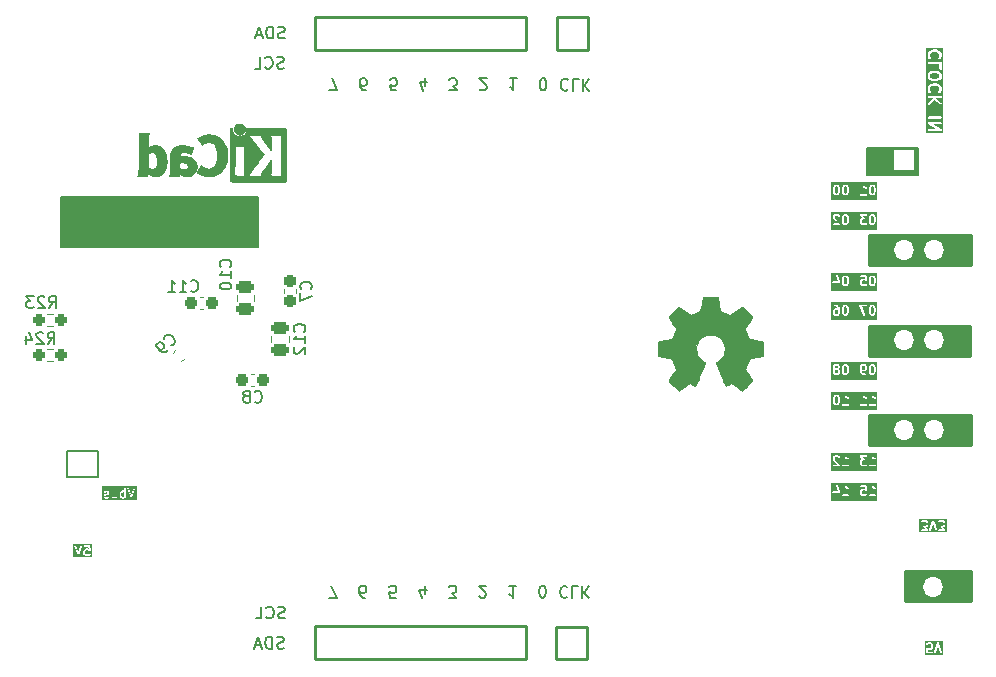
<source format=gbr>
%TF.GenerationSoftware,KiCad,Pcbnew,7.0.7*%
%TF.CreationDate,2023-10-22T12:37:57-05:00*%
%TF.ProjectId,state mode logic analyzer,73746174-6520-46d6-9f64-65206c6f6769,1*%
%TF.SameCoordinates,Original*%
%TF.FileFunction,Legend,Bot*%
%TF.FilePolarity,Positive*%
%FSLAX46Y46*%
G04 Gerber Fmt 4.6, Leading zero omitted, Abs format (unit mm)*
G04 Created by KiCad (PCBNEW 7.0.7) date 2023-10-22 12:37:57*
%MOMM*%
%LPD*%
G01*
G04 APERTURE LIST*
G04 Aperture macros list*
%AMRoundRect*
0 Rectangle with rounded corners*
0 $1 Rounding radius*
0 $2 $3 $4 $5 $6 $7 $8 $9 X,Y pos of 4 corners*
0 Add a 4 corners polygon primitive as box body*
4,1,4,$2,$3,$4,$5,$6,$7,$8,$9,$2,$3,0*
0 Add four circle primitives for the rounded corners*
1,1,$1+$1,$2,$3*
1,1,$1+$1,$4,$5*
1,1,$1+$1,$6,$7*
1,1,$1+$1,$8,$9*
0 Add four rect primitives between the rounded corners*
20,1,$1+$1,$2,$3,$4,$5,0*
20,1,$1+$1,$4,$5,$6,$7,0*
20,1,$1+$1,$6,$7,$8,$9,0*
20,1,$1+$1,$8,$9,$2,$3,0*%
G04 Aperture macros list end*
%ADD10C,0.150000*%
%ADD11C,0.254000*%
%ADD12C,0.200000*%
%ADD13C,0.120000*%
%ADD14C,0.010000*%
%ADD15C,2.700000*%
%ADD16R,1.700000X1.700000*%
%ADD17O,1.700000X1.700000*%
%ADD18C,0.650000*%
%ADD19O,2.100000X1.000000*%
%ADD20O,1.800000X1.000000*%
%ADD21RoundRect,0.237500X0.300000X0.237500X-0.300000X0.237500X-0.300000X-0.237500X0.300000X-0.237500X0*%
%ADD22RoundRect,0.237500X0.250000X0.237500X-0.250000X0.237500X-0.250000X-0.237500X0.250000X-0.237500X0*%
%ADD23RoundRect,0.237500X0.237500X-0.300000X0.237500X0.300000X-0.237500X0.300000X-0.237500X-0.300000X0*%
%ADD24RoundRect,0.237500X0.044194X0.380070X-0.380070X-0.044194X-0.044194X-0.380070X0.380070X0.044194X0*%
%ADD25RoundRect,0.250000X0.475000X-0.250000X0.475000X0.250000X-0.475000X0.250000X-0.475000X-0.250000X0*%
%ADD26RoundRect,0.250000X-0.475000X0.250000X-0.475000X-0.250000X0.475000X-0.250000X0.475000X0.250000X0*%
G04 APERTURE END LIST*
D10*
X69175000Y-46575000D02*
X85875000Y-46575000D01*
X85875000Y-50800000D01*
X69175000Y-50800000D01*
X69175000Y-46575000D01*
G36*
X69175000Y-46575000D02*
G01*
X85875000Y-46575000D01*
X85875000Y-50800000D01*
X69175000Y-50800000D01*
X69175000Y-46575000D01*
G37*
D11*
X90725000Y-31300000D02*
X108550000Y-31300000D01*
X108550000Y-34075000D01*
X90725000Y-34075000D01*
X90725000Y-31300000D01*
D10*
X69675000Y-68025000D02*
X72325000Y-68025000D01*
X72325000Y-70275000D01*
X69675000Y-70275000D01*
X69675000Y-68025000D01*
X137475000Y-42375000D02*
X141775000Y-42375000D01*
X141775000Y-44675000D01*
X137475000Y-44675000D01*
X137475000Y-42375000D01*
G36*
X137475000Y-42375000D02*
G01*
X141775000Y-42375000D01*
X141775000Y-44675000D01*
X137475000Y-44675000D01*
X137475000Y-42375000D01*
G37*
D11*
X111125000Y-82912500D02*
X113750000Y-82912500D01*
X113750000Y-85687500D01*
X111125000Y-85687500D01*
X111125000Y-82912500D01*
X137596875Y-49775000D02*
X146203126Y-49775000D01*
X146203126Y-52328126D01*
X137596875Y-52328126D01*
X137596875Y-49775000D01*
G36*
X137596875Y-49775000D02*
G01*
X146203126Y-49775000D01*
X146203126Y-52328126D01*
X137596875Y-52328126D01*
X137596875Y-49775000D01*
G37*
X137571875Y-57425000D02*
X146178126Y-57425000D01*
X146178126Y-59978126D01*
X137571875Y-59978126D01*
X137571875Y-57425000D01*
G36*
X137571875Y-57425000D02*
G01*
X146178126Y-57425000D01*
X146178126Y-59978126D01*
X137571875Y-59978126D01*
X137571875Y-57425000D01*
G37*
X137596875Y-64975000D02*
X146203126Y-64975000D01*
X146203126Y-67528126D01*
X137596875Y-67528126D01*
X137596875Y-64975000D01*
G36*
X137596875Y-64975000D02*
G01*
X146203126Y-64975000D01*
X146203126Y-67528126D01*
X137596875Y-67528126D01*
X137596875Y-64975000D01*
G37*
X111200000Y-31337500D02*
X113825000Y-31337500D01*
X113825000Y-34112500D01*
X111200000Y-34112500D01*
X111200000Y-31337500D01*
X140621874Y-78221874D02*
X146203125Y-78221874D01*
X146203125Y-80775000D01*
X140621874Y-80775000D01*
X140621874Y-78221874D01*
G36*
X140621874Y-78221874D02*
G01*
X146203125Y-78221874D01*
X146203125Y-80775000D01*
X140621874Y-80775000D01*
X140621874Y-78221874D01*
G37*
X90725000Y-82900000D02*
X108550000Y-82900000D01*
X108550000Y-85675000D01*
X90725000Y-85675000D01*
X90725000Y-82900000D01*
D10*
X91857017Y-80455180D02*
X92523683Y-80455180D01*
X92523683Y-80455180D02*
X92095112Y-79455180D01*
X107726064Y-79455180D02*
X107154636Y-79455180D01*
X107440350Y-79455180D02*
X107440350Y-80455180D01*
X107440350Y-80455180D02*
X107345112Y-80312323D01*
X107345112Y-80312323D02*
X107249874Y-80217085D01*
X107249874Y-80217085D02*
X107154636Y-80169466D01*
X94980826Y-37505180D02*
X94790350Y-37505180D01*
X94790350Y-37505180D02*
X94695112Y-37457561D01*
X94695112Y-37457561D02*
X94647493Y-37409942D01*
X94647493Y-37409942D02*
X94552255Y-37267085D01*
X94552255Y-37267085D02*
X94504636Y-37076609D01*
X94504636Y-37076609D02*
X94504636Y-36695657D01*
X94504636Y-36695657D02*
X94552255Y-36600419D01*
X94552255Y-36600419D02*
X94599874Y-36552800D01*
X94599874Y-36552800D02*
X94695112Y-36505180D01*
X94695112Y-36505180D02*
X94885588Y-36505180D01*
X94885588Y-36505180D02*
X94980826Y-36552800D01*
X94980826Y-36552800D02*
X95028445Y-36600419D01*
X95028445Y-36600419D02*
X95076064Y-36695657D01*
X95076064Y-36695657D02*
X95076064Y-36933752D01*
X95076064Y-36933752D02*
X95028445Y-37028990D01*
X95028445Y-37028990D02*
X94980826Y-37076609D01*
X94980826Y-37076609D02*
X94885588Y-37124228D01*
X94885588Y-37124228D02*
X94695112Y-37124228D01*
X94695112Y-37124228D02*
X94599874Y-37076609D01*
X94599874Y-37076609D02*
X94552255Y-37028990D01*
X94552255Y-37028990D02*
X94504636Y-36933752D01*
X104654636Y-37409942D02*
X104702255Y-37457561D01*
X104702255Y-37457561D02*
X104797493Y-37505180D01*
X104797493Y-37505180D02*
X105035588Y-37505180D01*
X105035588Y-37505180D02*
X105130826Y-37457561D01*
X105130826Y-37457561D02*
X105178445Y-37409942D01*
X105178445Y-37409942D02*
X105226064Y-37314704D01*
X105226064Y-37314704D02*
X105226064Y-37219466D01*
X105226064Y-37219466D02*
X105178445Y-37076609D01*
X105178445Y-37076609D02*
X104607017Y-36505180D01*
X104607017Y-36505180D02*
X105226064Y-36505180D01*
X109917731Y-80455180D02*
X110012969Y-80455180D01*
X110012969Y-80455180D02*
X110108207Y-80407561D01*
X110108207Y-80407561D02*
X110155826Y-80359942D01*
X110155826Y-80359942D02*
X110203445Y-80264704D01*
X110203445Y-80264704D02*
X110251064Y-80074228D01*
X110251064Y-80074228D02*
X110251064Y-79836133D01*
X110251064Y-79836133D02*
X110203445Y-79645657D01*
X110203445Y-79645657D02*
X110155826Y-79550419D01*
X110155826Y-79550419D02*
X110108207Y-79502800D01*
X110108207Y-79502800D02*
X110012969Y-79455180D01*
X110012969Y-79455180D02*
X109917731Y-79455180D01*
X109917731Y-79455180D02*
X109822493Y-79502800D01*
X109822493Y-79502800D02*
X109774874Y-79550419D01*
X109774874Y-79550419D02*
X109727255Y-79645657D01*
X109727255Y-79645657D02*
X109679636Y-79836133D01*
X109679636Y-79836133D02*
X109679636Y-80074228D01*
X109679636Y-80074228D02*
X109727255Y-80264704D01*
X109727255Y-80264704D02*
X109774874Y-80359942D01*
X109774874Y-80359942D02*
X109822493Y-80407561D01*
X109822493Y-80407561D02*
X109917731Y-80455180D01*
G36*
X134955221Y-61186885D02*
G01*
X134976104Y-61207769D01*
X135000839Y-61257238D01*
X135000839Y-61374208D01*
X134976103Y-61423678D01*
X134955220Y-61444561D01*
X134905753Y-61469295D01*
X134788782Y-61469295D01*
X134739313Y-61444561D01*
X134718430Y-61423677D01*
X134693696Y-61374209D01*
X134693696Y-61257237D01*
X134718430Y-61207768D01*
X134739312Y-61186886D01*
X134788782Y-61162152D01*
X134905753Y-61162152D01*
X134955221Y-61186885D01*
G37*
G36*
X134955221Y-60844029D02*
G01*
X134976104Y-60864912D01*
X135000839Y-60914381D01*
X135000839Y-60917065D01*
X134976103Y-60966535D01*
X134955220Y-60987418D01*
X134905753Y-61012152D01*
X134788782Y-61012152D01*
X134739313Y-60987418D01*
X134718430Y-60966534D01*
X134693696Y-60917065D01*
X134693696Y-60914380D01*
X134718430Y-60864911D01*
X134739312Y-60844029D01*
X134788782Y-60819295D01*
X134905753Y-60819295D01*
X134955221Y-60844029D01*
G37*
G36*
X135679031Y-60844029D02*
G01*
X135699913Y-60864911D01*
X135728883Y-60922850D01*
X135762744Y-61058292D01*
X135762744Y-61230297D01*
X135728883Y-61365738D01*
X135699913Y-61423677D01*
X135679030Y-61444561D01*
X135629562Y-61469295D01*
X135588782Y-61469295D01*
X135539313Y-61444561D01*
X135518430Y-61423677D01*
X135489460Y-61365738D01*
X135455601Y-61230299D01*
X135455601Y-61058290D01*
X135489460Y-60922851D01*
X135518430Y-60864911D01*
X135539312Y-60844029D01*
X135588782Y-60819295D01*
X135629562Y-60819295D01*
X135679031Y-60844029D01*
G37*
G36*
X137240936Y-60844029D02*
G01*
X137261819Y-60864912D01*
X137286554Y-60914381D01*
X137286554Y-61069446D01*
X137261818Y-61118916D01*
X137240935Y-61139799D01*
X137191468Y-61164533D01*
X137074497Y-61164533D01*
X137025028Y-61139799D01*
X137004145Y-61118915D01*
X136979411Y-61069447D01*
X136979411Y-60914380D01*
X137004145Y-60864911D01*
X137025027Y-60844029D01*
X137074497Y-60819295D01*
X137191468Y-60819295D01*
X137240936Y-60844029D01*
G37*
G36*
X137964746Y-60844029D02*
G01*
X137985628Y-60864911D01*
X138014598Y-60922850D01*
X138048459Y-61058292D01*
X138048459Y-61230297D01*
X138014598Y-61365738D01*
X137985628Y-61423677D01*
X137964745Y-61444561D01*
X137915277Y-61469295D01*
X137874497Y-61469295D01*
X137825028Y-61444561D01*
X137804145Y-61423677D01*
X137775175Y-61365738D01*
X137741316Y-61230299D01*
X137741316Y-61058290D01*
X137775175Y-60922851D01*
X137804145Y-60864911D01*
X137825027Y-60844029D01*
X137874497Y-60819295D01*
X137915277Y-60819295D01*
X137964746Y-60844029D01*
G37*
G36*
X138312745Y-61999108D02*
G01*
X134429410Y-61999108D01*
X134429410Y-61810961D01*
X136296077Y-61810961D01*
X136313624Y-61859170D01*
X136358053Y-61884822D01*
X136408577Y-61875913D01*
X136441554Y-61836613D01*
X136446077Y-61810961D01*
X136446077Y-61201438D01*
X136829411Y-61201438D01*
X136830596Y-61204695D01*
X136831650Y-61219628D01*
X136869745Y-61372009D01*
X136869984Y-61372364D01*
X136880102Y-61395422D01*
X136956292Y-61509706D01*
X136959108Y-61511775D01*
X136965663Y-61521137D01*
X137003759Y-61559233D01*
X137005240Y-61559923D01*
X137023251Y-61573282D01*
X137099441Y-61611377D01*
X137103894Y-61611889D01*
X137107330Y-61614772D01*
X137132982Y-61619295D01*
X137285363Y-61619295D01*
X137333572Y-61601748D01*
X137359224Y-61557319D01*
X137350315Y-61506795D01*
X137311015Y-61473818D01*
X137285363Y-61469295D01*
X137150687Y-61469295D01*
X137101219Y-61444561D01*
X137076982Y-61420324D01*
X137012116Y-61323025D01*
X137005836Y-61297908D01*
X137023251Y-61306615D01*
X137027704Y-61307127D01*
X137031140Y-61310010D01*
X137056792Y-61314533D01*
X137209173Y-61314533D01*
X137213386Y-61312999D01*
X137217747Y-61314041D01*
X137242714Y-61306615D01*
X137318904Y-61268520D01*
X137320028Y-61267332D01*
X137338397Y-61254470D01*
X137353334Y-61239533D01*
X137591316Y-61239533D01*
X137592501Y-61242790D01*
X137593555Y-61257723D01*
X137631650Y-61410104D01*
X137633638Y-61413048D01*
X137637329Y-61425455D01*
X137675424Y-61501645D01*
X137676612Y-61502770D01*
X137689472Y-61521136D01*
X137727567Y-61559232D01*
X137729048Y-61559922D01*
X137747060Y-61573282D01*
X137823251Y-61611377D01*
X137827704Y-61611889D01*
X137831140Y-61614772D01*
X137856792Y-61619295D01*
X137932982Y-61619295D01*
X137937194Y-61617761D01*
X137941556Y-61618804D01*
X137966523Y-61611377D01*
X138042714Y-61573282D01*
X138043838Y-61572094D01*
X138062207Y-61559232D01*
X138100302Y-61521136D01*
X138100993Y-61519653D01*
X138114350Y-61501645D01*
X138152445Y-61425455D01*
X138152850Y-61421928D01*
X138158124Y-61410105D01*
X138196220Y-61257723D01*
X138195859Y-61254274D01*
X138198459Y-61239533D01*
X138198459Y-61049057D01*
X138197273Y-61045799D01*
X138196220Y-61030867D01*
X138158124Y-60878485D01*
X138156135Y-60875541D01*
X138152445Y-60863135D01*
X138114350Y-60786944D01*
X138113160Y-60785818D01*
X138100301Y-60767452D01*
X138062206Y-60729357D01*
X138060724Y-60728666D01*
X138042714Y-60715308D01*
X137966523Y-60677213D01*
X137962069Y-60676700D01*
X137958634Y-60673818D01*
X137932982Y-60669295D01*
X137856792Y-60669295D01*
X137852579Y-60670828D01*
X137848218Y-60669786D01*
X137823251Y-60677213D01*
X137747060Y-60715308D01*
X137745934Y-60716497D01*
X137727568Y-60729357D01*
X137689473Y-60767452D01*
X137688782Y-60768933D01*
X137675424Y-60786944D01*
X137637329Y-60863135D01*
X137636922Y-60866663D01*
X137631650Y-60878486D01*
X137593555Y-61030867D01*
X137593915Y-61034315D01*
X137591316Y-61049057D01*
X137591316Y-61239533D01*
X137353334Y-61239533D01*
X137376492Y-61216374D01*
X137377183Y-61214890D01*
X137390540Y-61196884D01*
X137428635Y-61120694D01*
X137429147Y-61116240D01*
X137432031Y-61112804D01*
X137436554Y-61087152D01*
X137436554Y-60896676D01*
X137435020Y-60892462D01*
X137436062Y-60888101D01*
X137428636Y-60863134D01*
X137390540Y-60786944D01*
X137389350Y-60785818D01*
X137376491Y-60767452D01*
X137338396Y-60729357D01*
X137336914Y-60728666D01*
X137318904Y-60715308D01*
X137242714Y-60677213D01*
X137238260Y-60676700D01*
X137234825Y-60673818D01*
X137209173Y-60669295D01*
X137056792Y-60669295D01*
X137052579Y-60670828D01*
X137048218Y-60669786D01*
X137023251Y-60677213D01*
X136947060Y-60715308D01*
X136945934Y-60716497D01*
X136927568Y-60729357D01*
X136889473Y-60767452D01*
X136888782Y-60768933D01*
X136875424Y-60786944D01*
X136837329Y-60863135D01*
X136836816Y-60867588D01*
X136833934Y-60871024D01*
X136829411Y-60896676D01*
X136829411Y-61201438D01*
X136446077Y-61201438D01*
X136446077Y-60668104D01*
X136428530Y-60619895D01*
X136384101Y-60594243D01*
X136333577Y-60603152D01*
X136300600Y-60642452D01*
X136296077Y-60668104D01*
X136296077Y-61810961D01*
X134429410Y-61810961D01*
X134429410Y-61391914D01*
X134543696Y-61391914D01*
X134545229Y-61396127D01*
X134544188Y-61400488D01*
X134551614Y-61425455D01*
X134589709Y-61501645D01*
X134590897Y-61502770D01*
X134603757Y-61521136D01*
X134641852Y-61559232D01*
X134643333Y-61559922D01*
X134661345Y-61573282D01*
X134737536Y-61611377D01*
X134741989Y-61611889D01*
X134745425Y-61614772D01*
X134771077Y-61619295D01*
X134923458Y-61619295D01*
X134927671Y-61617761D01*
X134932032Y-61618803D01*
X134956999Y-61611377D01*
X135033189Y-61573282D01*
X135034313Y-61572094D01*
X135052682Y-61559232D01*
X135090777Y-61521136D01*
X135091468Y-61519652D01*
X135104825Y-61501646D01*
X135142920Y-61425456D01*
X135143432Y-61421002D01*
X135146316Y-61417566D01*
X135150839Y-61391914D01*
X135150839Y-61239533D01*
X135305601Y-61239533D01*
X135306786Y-61242790D01*
X135307840Y-61257723D01*
X135345935Y-61410104D01*
X135347923Y-61413048D01*
X135351614Y-61425455D01*
X135389709Y-61501645D01*
X135390897Y-61502770D01*
X135403757Y-61521136D01*
X135441852Y-61559232D01*
X135443333Y-61559922D01*
X135461345Y-61573282D01*
X135537536Y-61611377D01*
X135541989Y-61611889D01*
X135545425Y-61614772D01*
X135571077Y-61619295D01*
X135647267Y-61619295D01*
X135651479Y-61617761D01*
X135655841Y-61618804D01*
X135680808Y-61611377D01*
X135756999Y-61573282D01*
X135758123Y-61572094D01*
X135776492Y-61559232D01*
X135814587Y-61521136D01*
X135815278Y-61519653D01*
X135828635Y-61501645D01*
X135866730Y-61425455D01*
X135867135Y-61421928D01*
X135872409Y-61410105D01*
X135910505Y-61257723D01*
X135910144Y-61254274D01*
X135912744Y-61239533D01*
X135912744Y-61049057D01*
X135911558Y-61045799D01*
X135910505Y-61030867D01*
X135872409Y-60878485D01*
X135870420Y-60875541D01*
X135866730Y-60863135D01*
X135828635Y-60786944D01*
X135827445Y-60785818D01*
X135814586Y-60767452D01*
X135776491Y-60729357D01*
X135775009Y-60728666D01*
X135756999Y-60715308D01*
X135680808Y-60677213D01*
X135676354Y-60676700D01*
X135672919Y-60673818D01*
X135647267Y-60669295D01*
X135571077Y-60669295D01*
X135566864Y-60670828D01*
X135562503Y-60669786D01*
X135537536Y-60677213D01*
X135461345Y-60715308D01*
X135460219Y-60716497D01*
X135441853Y-60729357D01*
X135403758Y-60767452D01*
X135403067Y-60768933D01*
X135389709Y-60786944D01*
X135351614Y-60863135D01*
X135351207Y-60866663D01*
X135345935Y-60878486D01*
X135307840Y-61030867D01*
X135308200Y-61034315D01*
X135305601Y-61049057D01*
X135305601Y-61239533D01*
X135150839Y-61239533D01*
X135149305Y-61235319D01*
X135150347Y-61230958D01*
X135142921Y-61205991D01*
X135104825Y-61129801D01*
X135103635Y-61128675D01*
X135090776Y-61110309D01*
X135067618Y-61087151D01*
X135090777Y-61063993D01*
X135091468Y-61062509D01*
X135104825Y-61044503D01*
X135142920Y-60968313D01*
X135143432Y-60963859D01*
X135146316Y-60960423D01*
X135150839Y-60934771D01*
X135150839Y-60896676D01*
X135149305Y-60892462D01*
X135150347Y-60888101D01*
X135142921Y-60863134D01*
X135104825Y-60786944D01*
X135103635Y-60785818D01*
X135090776Y-60767452D01*
X135052681Y-60729357D01*
X135051199Y-60728666D01*
X135033189Y-60715308D01*
X134956999Y-60677213D01*
X134952545Y-60676700D01*
X134949110Y-60673818D01*
X134923458Y-60669295D01*
X134771077Y-60669295D01*
X134766864Y-60670828D01*
X134762503Y-60669786D01*
X134737536Y-60677213D01*
X134661345Y-60715308D01*
X134660219Y-60716497D01*
X134641853Y-60729357D01*
X134603758Y-60767452D01*
X134603067Y-60768933D01*
X134589709Y-60786944D01*
X134551614Y-60863135D01*
X134551101Y-60867588D01*
X134548219Y-60871024D01*
X134543696Y-60896676D01*
X134543696Y-60934771D01*
X134545229Y-60938984D01*
X134544188Y-60943345D01*
X134551614Y-60968312D01*
X134589709Y-61044502D01*
X134590897Y-61045627D01*
X134603757Y-61063993D01*
X134626915Y-61087151D01*
X134603758Y-61110309D01*
X134603067Y-61111790D01*
X134589709Y-61129801D01*
X134551614Y-61205992D01*
X134551101Y-61210445D01*
X134548219Y-61213881D01*
X134543696Y-61239533D01*
X134543696Y-61391914D01*
X134429410Y-61391914D01*
X134429410Y-60479957D01*
X138312745Y-60479957D01*
X138312745Y-61999108D01*
G37*
X107776064Y-36505180D02*
X107204636Y-36505180D01*
X107490350Y-36505180D02*
X107490350Y-37505180D01*
X107490350Y-37505180D02*
X107395112Y-37362323D01*
X107395112Y-37362323D02*
X107299874Y-37267085D01*
X107299874Y-37267085D02*
X107204636Y-37219466D01*
X112073683Y-79575419D02*
X112026064Y-79527800D01*
X112026064Y-79527800D02*
X111883207Y-79480180D01*
X111883207Y-79480180D02*
X111787969Y-79480180D01*
X111787969Y-79480180D02*
X111645112Y-79527800D01*
X111645112Y-79527800D02*
X111549874Y-79623038D01*
X111549874Y-79623038D02*
X111502255Y-79718276D01*
X111502255Y-79718276D02*
X111454636Y-79908752D01*
X111454636Y-79908752D02*
X111454636Y-80051609D01*
X111454636Y-80051609D02*
X111502255Y-80242085D01*
X111502255Y-80242085D02*
X111549874Y-80337323D01*
X111549874Y-80337323D02*
X111645112Y-80432561D01*
X111645112Y-80432561D02*
X111787969Y-80480180D01*
X111787969Y-80480180D02*
X111883207Y-80480180D01*
X111883207Y-80480180D02*
X112026064Y-80432561D01*
X112026064Y-80432561D02*
X112073683Y-80384942D01*
X112978445Y-79480180D02*
X112502255Y-79480180D01*
X112502255Y-79480180D02*
X112502255Y-80480180D01*
X113311779Y-79480180D02*
X113311779Y-80480180D01*
X113883207Y-79480180D02*
X113454636Y-80051609D01*
X113883207Y-80480180D02*
X113311779Y-79908752D01*
X102082017Y-37505180D02*
X102701064Y-37505180D01*
X102701064Y-37505180D02*
X102367731Y-37124228D01*
X102367731Y-37124228D02*
X102510588Y-37124228D01*
X102510588Y-37124228D02*
X102605826Y-37076609D01*
X102605826Y-37076609D02*
X102653445Y-37028990D01*
X102653445Y-37028990D02*
X102701064Y-36933752D01*
X102701064Y-36933752D02*
X102701064Y-36695657D01*
X102701064Y-36695657D02*
X102653445Y-36600419D01*
X102653445Y-36600419D02*
X102605826Y-36552800D01*
X102605826Y-36552800D02*
X102510588Y-36505180D01*
X102510588Y-36505180D02*
X102224874Y-36505180D01*
X102224874Y-36505180D02*
X102129636Y-36552800D01*
X102129636Y-36552800D02*
X102082017Y-36600419D01*
G36*
X134955221Y-56123790D02*
G01*
X134976104Y-56144674D01*
X135000839Y-56194143D01*
X135000839Y-56349208D01*
X134976103Y-56398678D01*
X134955220Y-56419561D01*
X134905753Y-56444295D01*
X134788782Y-56444295D01*
X134739313Y-56419561D01*
X134718430Y-56398677D01*
X134693696Y-56349209D01*
X134693696Y-56194142D01*
X134718430Y-56144673D01*
X134739312Y-56123791D01*
X134788782Y-56099057D01*
X134905753Y-56099057D01*
X134955221Y-56123790D01*
G37*
G36*
X135679031Y-55819029D02*
G01*
X135699913Y-55839911D01*
X135728883Y-55897850D01*
X135762744Y-56033292D01*
X135762744Y-56205297D01*
X135728883Y-56340738D01*
X135699913Y-56398677D01*
X135679030Y-56419561D01*
X135629562Y-56444295D01*
X135588782Y-56444295D01*
X135539313Y-56419561D01*
X135518430Y-56398677D01*
X135489460Y-56340738D01*
X135455601Y-56205299D01*
X135455601Y-56033290D01*
X135489460Y-55897851D01*
X135518430Y-55839911D01*
X135539312Y-55819029D01*
X135588782Y-55794295D01*
X135629562Y-55794295D01*
X135679031Y-55819029D01*
G37*
G36*
X137964746Y-55819029D02*
G01*
X137985628Y-55839911D01*
X138014598Y-55897850D01*
X138048459Y-56033292D01*
X138048459Y-56205297D01*
X138014598Y-56340738D01*
X137985628Y-56398677D01*
X137964745Y-56419561D01*
X137915277Y-56444295D01*
X137874497Y-56444295D01*
X137825028Y-56419561D01*
X137804145Y-56398677D01*
X137775175Y-56340738D01*
X137741316Y-56205299D01*
X137741316Y-56033290D01*
X137775175Y-55897851D01*
X137804145Y-55839911D01*
X137825027Y-55819029D01*
X137874497Y-55794295D01*
X137915277Y-55794295D01*
X137964746Y-55819029D01*
G37*
G36*
X138312745Y-56974108D02*
G01*
X134429410Y-56974108D01*
X134429410Y-56785961D01*
X136296077Y-56785961D01*
X136313624Y-56834170D01*
X136358053Y-56859822D01*
X136408577Y-56850913D01*
X136441554Y-56811613D01*
X136446077Y-56785961D01*
X136446077Y-55723479D01*
X136791432Y-55723479D01*
X136797379Y-55748839D01*
X137140237Y-56548839D01*
X137175356Y-56586238D01*
X137226297Y-56592314D01*
X137269227Y-56564223D01*
X137284056Y-56515110D01*
X137278109Y-56489751D01*
X137160158Y-56214533D01*
X137591316Y-56214533D01*
X137592501Y-56217790D01*
X137593555Y-56232723D01*
X137631650Y-56385104D01*
X137633638Y-56388048D01*
X137637329Y-56400455D01*
X137675424Y-56476645D01*
X137676612Y-56477770D01*
X137689472Y-56496136D01*
X137727567Y-56534232D01*
X137729048Y-56534922D01*
X137747060Y-56548282D01*
X137823251Y-56586377D01*
X137827704Y-56586889D01*
X137831140Y-56589772D01*
X137856792Y-56594295D01*
X137932982Y-56594295D01*
X137937194Y-56592761D01*
X137941556Y-56593804D01*
X137966523Y-56586377D01*
X138042714Y-56548282D01*
X138043838Y-56547094D01*
X138062207Y-56534232D01*
X138100302Y-56496136D01*
X138100993Y-56494653D01*
X138114350Y-56476645D01*
X138152445Y-56400455D01*
X138152850Y-56396928D01*
X138158124Y-56385105D01*
X138196220Y-56232723D01*
X138195859Y-56229274D01*
X138198459Y-56214533D01*
X138198459Y-56024057D01*
X138197273Y-56020799D01*
X138196220Y-56005867D01*
X138158124Y-55853485D01*
X138156135Y-55850541D01*
X138152445Y-55838135D01*
X138114350Y-55761944D01*
X138113160Y-55760818D01*
X138100301Y-55742452D01*
X138062206Y-55704357D01*
X138060724Y-55703666D01*
X138042714Y-55690308D01*
X137966523Y-55652213D01*
X137962069Y-55651700D01*
X137958634Y-55648818D01*
X137932982Y-55644295D01*
X137856792Y-55644295D01*
X137852579Y-55645828D01*
X137848218Y-55644786D01*
X137823251Y-55652213D01*
X137747060Y-55690308D01*
X137745934Y-55691497D01*
X137727568Y-55704357D01*
X137689473Y-55742452D01*
X137688782Y-55743933D01*
X137675424Y-55761944D01*
X137637329Y-55838135D01*
X137636922Y-55841663D01*
X137631650Y-55853486D01*
X137593555Y-56005867D01*
X137593915Y-56009315D01*
X137591316Y-56024057D01*
X137591316Y-56214533D01*
X137160158Y-56214533D01*
X136980056Y-55794295D01*
X137399649Y-55794295D01*
X137447858Y-55776748D01*
X137473510Y-55732319D01*
X137464601Y-55681795D01*
X137425301Y-55648818D01*
X137399649Y-55644295D01*
X136866315Y-55644295D01*
X136857989Y-55647325D01*
X136849191Y-55646276D01*
X136834548Y-55655857D01*
X136818106Y-55661842D01*
X136813675Y-55669515D01*
X136806261Y-55674367D01*
X136801203Y-55691117D01*
X136792454Y-55706271D01*
X136793992Y-55714997D01*
X136791432Y-55723479D01*
X136446077Y-55723479D01*
X136446077Y-55643104D01*
X136428530Y-55594895D01*
X136384101Y-55569243D01*
X136333577Y-55578152D01*
X136300600Y-55617452D01*
X136296077Y-55643104D01*
X136296077Y-56785961D01*
X134429410Y-56785961D01*
X134429410Y-56366914D01*
X134543696Y-56366914D01*
X134545229Y-56371127D01*
X134544188Y-56375488D01*
X134551614Y-56400455D01*
X134589709Y-56476645D01*
X134590897Y-56477770D01*
X134603757Y-56496136D01*
X134641852Y-56534232D01*
X134643333Y-56534922D01*
X134661345Y-56548282D01*
X134737536Y-56586377D01*
X134741989Y-56586889D01*
X134745425Y-56589772D01*
X134771077Y-56594295D01*
X134923458Y-56594295D01*
X134927671Y-56592761D01*
X134932032Y-56593803D01*
X134956999Y-56586377D01*
X135033189Y-56548282D01*
X135034313Y-56547094D01*
X135052682Y-56534232D01*
X135090777Y-56496136D01*
X135091468Y-56494652D01*
X135104825Y-56476646D01*
X135142920Y-56400456D01*
X135143432Y-56396002D01*
X135146316Y-56392566D01*
X135150839Y-56366914D01*
X135150839Y-56214533D01*
X135305601Y-56214533D01*
X135306786Y-56217790D01*
X135307840Y-56232723D01*
X135345935Y-56385104D01*
X135347923Y-56388048D01*
X135351614Y-56400455D01*
X135389709Y-56476645D01*
X135390897Y-56477770D01*
X135403757Y-56496136D01*
X135441852Y-56534232D01*
X135443333Y-56534922D01*
X135461345Y-56548282D01*
X135537536Y-56586377D01*
X135541989Y-56586889D01*
X135545425Y-56589772D01*
X135571077Y-56594295D01*
X135647267Y-56594295D01*
X135651479Y-56592761D01*
X135655841Y-56593804D01*
X135680808Y-56586377D01*
X135756999Y-56548282D01*
X135758123Y-56547094D01*
X135776492Y-56534232D01*
X135814587Y-56496136D01*
X135815278Y-56494653D01*
X135828635Y-56476645D01*
X135866730Y-56400455D01*
X135867135Y-56396928D01*
X135872409Y-56385105D01*
X135910505Y-56232723D01*
X135910144Y-56229274D01*
X135912744Y-56214533D01*
X135912744Y-56024057D01*
X135911558Y-56020799D01*
X135910505Y-56005867D01*
X135872409Y-55853485D01*
X135870420Y-55850541D01*
X135866730Y-55838135D01*
X135828635Y-55761944D01*
X135827445Y-55760818D01*
X135814586Y-55742452D01*
X135776491Y-55704357D01*
X135775009Y-55703666D01*
X135756999Y-55690308D01*
X135680808Y-55652213D01*
X135676354Y-55651700D01*
X135672919Y-55648818D01*
X135647267Y-55644295D01*
X135571077Y-55644295D01*
X135566864Y-55645828D01*
X135562503Y-55644786D01*
X135537536Y-55652213D01*
X135461345Y-55690308D01*
X135460219Y-55691497D01*
X135441853Y-55704357D01*
X135403758Y-55742452D01*
X135403067Y-55743933D01*
X135389709Y-55761944D01*
X135351614Y-55838135D01*
X135351207Y-55841663D01*
X135345935Y-55853486D01*
X135307840Y-56005867D01*
X135308200Y-56009315D01*
X135305601Y-56024057D01*
X135305601Y-56214533D01*
X135150839Y-56214533D01*
X135150839Y-56062152D01*
X135149653Y-56058894D01*
X135148600Y-56043962D01*
X135110504Y-55891580D01*
X135110260Y-55891218D01*
X135100147Y-55868168D01*
X135023957Y-55753883D01*
X135021140Y-55751813D01*
X135014586Y-55742452D01*
X134976491Y-55704357D01*
X134975009Y-55703666D01*
X134956999Y-55690308D01*
X134880808Y-55652213D01*
X134876354Y-55651700D01*
X134872919Y-55648818D01*
X134847267Y-55644295D01*
X134694886Y-55644295D01*
X134646677Y-55661842D01*
X134621025Y-55706271D01*
X134629934Y-55756795D01*
X134669234Y-55789772D01*
X134694886Y-55794295D01*
X134829562Y-55794295D01*
X134879031Y-55819029D01*
X134903268Y-55843266D01*
X134968132Y-55940562D01*
X134974412Y-55965681D01*
X134956999Y-55956975D01*
X134952545Y-55956462D01*
X134949110Y-55953580D01*
X134923458Y-55949057D01*
X134771077Y-55949057D01*
X134766864Y-55950590D01*
X134762503Y-55949548D01*
X134737536Y-55956975D01*
X134661345Y-55995070D01*
X134660219Y-55996259D01*
X134641853Y-56009119D01*
X134603758Y-56047214D01*
X134603067Y-56048695D01*
X134589709Y-56066706D01*
X134551614Y-56142897D01*
X134551101Y-56147350D01*
X134548219Y-56150786D01*
X134543696Y-56176438D01*
X134543696Y-56366914D01*
X134429410Y-56366914D01*
X134429410Y-55454957D01*
X138312745Y-55454957D01*
X138312745Y-56974108D01*
G37*
X88060839Y-35622200D02*
X87917982Y-35669819D01*
X87917982Y-35669819D02*
X87679887Y-35669819D01*
X87679887Y-35669819D02*
X87584649Y-35622200D01*
X87584649Y-35622200D02*
X87537030Y-35574580D01*
X87537030Y-35574580D02*
X87489411Y-35479342D01*
X87489411Y-35479342D02*
X87489411Y-35384104D01*
X87489411Y-35384104D02*
X87537030Y-35288866D01*
X87537030Y-35288866D02*
X87584649Y-35241247D01*
X87584649Y-35241247D02*
X87679887Y-35193628D01*
X87679887Y-35193628D02*
X87870363Y-35146009D01*
X87870363Y-35146009D02*
X87965601Y-35098390D01*
X87965601Y-35098390D02*
X88013220Y-35050771D01*
X88013220Y-35050771D02*
X88060839Y-34955533D01*
X88060839Y-34955533D02*
X88060839Y-34860295D01*
X88060839Y-34860295D02*
X88013220Y-34765057D01*
X88013220Y-34765057D02*
X87965601Y-34717438D01*
X87965601Y-34717438D02*
X87870363Y-34669819D01*
X87870363Y-34669819D02*
X87632268Y-34669819D01*
X87632268Y-34669819D02*
X87489411Y-34717438D01*
X86489411Y-35574580D02*
X86537030Y-35622200D01*
X86537030Y-35622200D02*
X86679887Y-35669819D01*
X86679887Y-35669819D02*
X86775125Y-35669819D01*
X86775125Y-35669819D02*
X86917982Y-35622200D01*
X86917982Y-35622200D02*
X87013220Y-35526961D01*
X87013220Y-35526961D02*
X87060839Y-35431723D01*
X87060839Y-35431723D02*
X87108458Y-35241247D01*
X87108458Y-35241247D02*
X87108458Y-35098390D01*
X87108458Y-35098390D02*
X87060839Y-34907914D01*
X87060839Y-34907914D02*
X87013220Y-34812676D01*
X87013220Y-34812676D02*
X86917982Y-34717438D01*
X86917982Y-34717438D02*
X86775125Y-34669819D01*
X86775125Y-34669819D02*
X86679887Y-34669819D01*
X86679887Y-34669819D02*
X86537030Y-34717438D01*
X86537030Y-34717438D02*
X86489411Y-34765057D01*
X85584649Y-35669819D02*
X86060839Y-35669819D01*
X86060839Y-35669819D02*
X86060839Y-34669819D01*
G36*
X74550125Y-71545409D02*
G01*
X74550125Y-71909847D01*
X74531230Y-71919295D01*
X74414259Y-71919295D01*
X74364790Y-71894561D01*
X74343907Y-71873677D01*
X74319173Y-71824209D01*
X74319173Y-71631047D01*
X74343907Y-71581578D01*
X74364790Y-71560695D01*
X74414259Y-71535961D01*
X74531229Y-71535961D01*
X74550125Y-71545409D01*
G37*
G36*
X75610562Y-72183581D02*
G01*
X72683457Y-72183581D01*
X72683457Y-71880009D01*
X72797743Y-71880009D01*
X72799276Y-71884222D01*
X72798235Y-71888584D01*
X72805661Y-71913550D01*
X72843757Y-71989741D01*
X72851910Y-71997460D01*
X72856377Y-72007765D01*
X72877298Y-72023282D01*
X72953488Y-72061377D01*
X72957941Y-72061889D01*
X72961377Y-72064772D01*
X72987029Y-72069295D01*
X73139410Y-72069295D01*
X73143622Y-72067761D01*
X73147984Y-72068804D01*
X73172951Y-72061377D01*
X73249142Y-72023282D01*
X73276587Y-71994295D01*
X73483458Y-71994295D01*
X73501005Y-72042504D01*
X73545434Y-72068156D01*
X73595958Y-72059247D01*
X73607480Y-72045515D01*
X73639203Y-72061377D01*
X73643656Y-72061889D01*
X73647092Y-72064772D01*
X73672744Y-72069295D01*
X73787030Y-72069295D01*
X73791243Y-72067761D01*
X73795604Y-72068803D01*
X73820571Y-72061377D01*
X73896761Y-72023282D01*
X73904480Y-72015128D01*
X73914785Y-72010662D01*
X73930302Y-71989741D01*
X73968397Y-71913550D01*
X73968909Y-71909096D01*
X73971792Y-71905661D01*
X73976315Y-71880009D01*
X73976315Y-71841914D01*
X74169173Y-71841914D01*
X74170706Y-71846127D01*
X74169665Y-71850488D01*
X74177091Y-71875455D01*
X74215186Y-71951645D01*
X74216374Y-71952770D01*
X74229234Y-71971136D01*
X74267329Y-72009232D01*
X74268810Y-72009922D01*
X74286822Y-72023282D01*
X74363013Y-72061377D01*
X74367466Y-72061889D01*
X74370902Y-72064772D01*
X74396554Y-72069295D01*
X74548935Y-72069295D01*
X74553148Y-72067761D01*
X74557509Y-72068803D01*
X74582476Y-72061377D01*
X74592060Y-72056584D01*
X74612101Y-72068156D01*
X74662625Y-72059247D01*
X74695602Y-72019947D01*
X74700125Y-71994295D01*
X74700125Y-71194295D01*
X74699379Y-71192246D01*
X74816820Y-71192246D01*
X74820641Y-71218012D01*
X75087307Y-72018012D01*
X75088649Y-72019703D01*
X75088708Y-72021862D01*
X75104457Y-72039623D01*
X75119198Y-72058198D01*
X75121311Y-72058630D01*
X75122745Y-72060247D01*
X75146215Y-72063727D01*
X75169459Y-72068484D01*
X75171358Y-72067455D01*
X75173494Y-72067772D01*
X75193700Y-72055357D01*
X75214573Y-72044056D01*
X75215367Y-72042046D01*
X75217206Y-72040917D01*
X75229609Y-72018012D01*
X75496276Y-71218012D01*
X75494875Y-71166728D01*
X75460838Y-71128343D01*
X75410089Y-71120818D01*
X75366376Y-71147673D01*
X75353974Y-71170578D01*
X75158458Y-71757124D01*
X74962943Y-71170578D01*
X74931052Y-71130392D01*
X74880791Y-71120106D01*
X74835677Y-71144535D01*
X74816820Y-71192246D01*
X74699379Y-71192246D01*
X74682578Y-71146086D01*
X74638149Y-71120434D01*
X74587625Y-71129343D01*
X74554648Y-71168643D01*
X74550125Y-71194295D01*
X74550125Y-71386170D01*
X74548935Y-71385961D01*
X74396554Y-71385961D01*
X74392340Y-71387494D01*
X74387979Y-71386453D01*
X74363012Y-71393879D01*
X74286822Y-71431975D01*
X74285696Y-71433164D01*
X74267330Y-71446024D01*
X74229235Y-71484119D01*
X74228544Y-71485600D01*
X74215186Y-71503611D01*
X74177091Y-71579801D01*
X74176578Y-71584254D01*
X74173696Y-71587690D01*
X74169173Y-71613342D01*
X74169173Y-71841914D01*
X73976315Y-71841914D01*
X73976315Y-71460961D01*
X73958768Y-71412752D01*
X73914339Y-71387100D01*
X73863815Y-71396009D01*
X73830838Y-71435309D01*
X73826315Y-71460961D01*
X73826315Y-71862304D01*
X73807318Y-71900298D01*
X73769325Y-71919295D01*
X73690449Y-71919295D01*
X73640980Y-71894561D01*
X73633458Y-71887038D01*
X73633458Y-71460961D01*
X73615911Y-71412752D01*
X73571482Y-71387100D01*
X73520958Y-71396009D01*
X73487981Y-71435309D01*
X73483458Y-71460961D01*
X73483458Y-71994295D01*
X73276587Y-71994295D01*
X73284414Y-71986028D01*
X73287489Y-71934818D01*
X73256926Y-71893612D01*
X73207027Y-71881691D01*
X73182060Y-71889118D01*
X73121705Y-71919295D01*
X73004734Y-71919295D01*
X72966740Y-71900298D01*
X72947743Y-71862303D01*
X72947743Y-71859619D01*
X72966740Y-71821624D01*
X73004734Y-71802628D01*
X73101315Y-71802628D01*
X73105528Y-71801094D01*
X73109889Y-71802136D01*
X73134856Y-71794710D01*
X73211046Y-71756615D01*
X73218766Y-71748460D01*
X73229069Y-71743995D01*
X73244587Y-71723074D01*
X73282683Y-71646884D01*
X73283195Y-71642429D01*
X73286078Y-71638994D01*
X73290601Y-71613342D01*
X73290601Y-71575247D01*
X73289067Y-71571032D01*
X73290109Y-71566671D01*
X73282682Y-71541705D01*
X73244587Y-71465515D01*
X73236432Y-71457794D01*
X73231967Y-71447493D01*
X73211046Y-71431975D01*
X73134857Y-71393879D01*
X73130402Y-71393366D01*
X73126967Y-71390484D01*
X73101315Y-71385961D01*
X72987029Y-71385961D01*
X72982814Y-71387494D01*
X72978453Y-71386453D01*
X72953487Y-71393880D01*
X72877297Y-71431975D01*
X72842025Y-71469230D01*
X72838951Y-71520440D01*
X72869515Y-71561646D01*
X72919414Y-71573565D01*
X72944381Y-71566139D01*
X73004735Y-71535961D01*
X73083609Y-71535961D01*
X73121602Y-71554957D01*
X73140601Y-71592952D01*
X73140601Y-71595636D01*
X73121603Y-71633631D01*
X73083610Y-71652628D01*
X72987029Y-71652628D01*
X72982815Y-71654161D01*
X72978455Y-71653120D01*
X72953488Y-71660546D01*
X72877298Y-71698641D01*
X72869577Y-71706795D01*
X72859275Y-71711261D01*
X72843757Y-71732182D01*
X72805661Y-71808373D01*
X72805148Y-71812826D01*
X72802266Y-71816262D01*
X72797743Y-71841914D01*
X72797743Y-71880009D01*
X72683457Y-71880009D01*
X72683457Y-71005820D01*
X75610562Y-71005820D01*
X75610562Y-72183581D01*
G37*
G36*
X138312610Y-72249108D02*
G01*
X134392453Y-72249108D01*
X134392453Y-72060961D01*
X136296077Y-72060961D01*
X136313624Y-72109170D01*
X136358053Y-72134822D01*
X136408577Y-72125913D01*
X136441554Y-72086613D01*
X136446077Y-72060961D01*
X136446077Y-71641914D01*
X136829411Y-71641914D01*
X136830944Y-71646127D01*
X136829903Y-71650488D01*
X136837329Y-71675455D01*
X136875424Y-71751645D01*
X136876612Y-71752770D01*
X136889472Y-71771136D01*
X136927567Y-71809232D01*
X136929048Y-71809922D01*
X136947060Y-71823282D01*
X137023251Y-71861377D01*
X137027704Y-71861889D01*
X137031140Y-71864772D01*
X137056792Y-71869295D01*
X137247268Y-71869295D01*
X137251481Y-71867761D01*
X137255842Y-71868803D01*
X137280809Y-71861377D01*
X137356999Y-71823282D01*
X137358124Y-71822092D01*
X137376491Y-71809233D01*
X137404453Y-71781271D01*
X137592455Y-71781271D01*
X137601364Y-71831795D01*
X137640664Y-71864772D01*
X137666316Y-71869295D01*
X138123459Y-71869295D01*
X138171668Y-71851748D01*
X138197320Y-71807319D01*
X138188411Y-71756795D01*
X138149111Y-71723818D01*
X138123459Y-71719295D01*
X137969887Y-71719295D01*
X137969887Y-71213455D01*
X137994235Y-71237804D01*
X137995717Y-71238495D01*
X138013727Y-71251853D01*
X138089918Y-71289948D01*
X138140885Y-71295813D01*
X138183698Y-71267546D01*
X138198324Y-71218372D01*
X138177921Y-71171301D01*
X138157000Y-71155784D01*
X138091695Y-71123131D01*
X138029363Y-71060800D01*
X137957291Y-70952692D01*
X137953814Y-70950137D01*
X137952340Y-70946086D01*
X137933490Y-70935202D01*
X137915949Y-70922313D01*
X137911646Y-70922590D01*
X137907911Y-70920434D01*
X137886474Y-70924214D01*
X137864752Y-70925615D01*
X137861633Y-70928594D01*
X137857387Y-70929343D01*
X137843396Y-70946015D01*
X137827656Y-70961053D01*
X137827182Y-70965339D01*
X137824410Y-70968643D01*
X137819887Y-70994295D01*
X137819887Y-71719295D01*
X137666316Y-71719295D01*
X137618107Y-71736842D01*
X137592455Y-71781271D01*
X137404453Y-71781271D01*
X137414587Y-71771137D01*
X137436268Y-71724640D01*
X137422991Y-71675086D01*
X137380966Y-71645659D01*
X137329858Y-71650130D01*
X137308521Y-71665071D01*
X137279031Y-71694561D01*
X137229563Y-71719295D01*
X137074497Y-71719295D01*
X137025028Y-71694561D01*
X137004145Y-71673677D01*
X136979411Y-71624209D01*
X136979411Y-71469142D01*
X137004145Y-71419673D01*
X137025027Y-71398791D01*
X137074497Y-71374057D01*
X137229563Y-71374057D01*
X137279031Y-71398791D01*
X137308522Y-71428281D01*
X137308968Y-71428489D01*
X137309183Y-71428934D01*
X137332197Y-71439320D01*
X137355018Y-71449961D01*
X137355493Y-71449833D01*
X137355944Y-71450037D01*
X137380233Y-71443204D01*
X137404573Y-71436683D01*
X137404856Y-71436278D01*
X137405331Y-71436145D01*
X137419550Y-71415292D01*
X137433999Y-71394657D01*
X137433956Y-71394166D01*
X137434234Y-71393759D01*
X137436182Y-71367784D01*
X137398086Y-70986832D01*
X137391175Y-70972480D01*
X137388410Y-70956795D01*
X137380377Y-70950055D01*
X137375829Y-70940608D01*
X137361311Y-70934056D01*
X137349110Y-70923818D01*
X137331901Y-70920783D01*
X137329068Y-70919505D01*
X137327365Y-70919983D01*
X137323458Y-70919295D01*
X136942506Y-70919295D01*
X136894297Y-70936842D01*
X136868645Y-70981271D01*
X136877554Y-71031795D01*
X136916854Y-71064772D01*
X136942506Y-71069295D01*
X137255584Y-71069295D01*
X137271487Y-71228327D01*
X137247268Y-71224057D01*
X137056792Y-71224057D01*
X137052579Y-71225590D01*
X137048218Y-71224548D01*
X137023251Y-71231975D01*
X136947060Y-71270070D01*
X136945934Y-71271259D01*
X136927568Y-71284119D01*
X136889473Y-71322214D01*
X136888782Y-71323695D01*
X136875424Y-71341706D01*
X136837329Y-71417897D01*
X136836816Y-71422350D01*
X136833934Y-71425786D01*
X136829411Y-71451438D01*
X136829411Y-71641914D01*
X136446077Y-71641914D01*
X136446077Y-70918104D01*
X136428530Y-70869895D01*
X136384101Y-70844243D01*
X136333577Y-70853152D01*
X136300600Y-70892452D01*
X136296077Y-70918104D01*
X136296077Y-72060961D01*
X134392453Y-72060961D01*
X134392453Y-71514604D01*
X134506739Y-71514604D01*
X134515648Y-71565128D01*
X134554948Y-71598105D01*
X134580600Y-71602628D01*
X134619886Y-71602628D01*
X134619886Y-71794295D01*
X134637433Y-71842504D01*
X134681862Y-71868156D01*
X134732386Y-71859247D01*
X134765363Y-71819947D01*
X134769886Y-71794295D01*
X134769886Y-71781271D01*
X135306740Y-71781271D01*
X135315649Y-71831795D01*
X135354949Y-71864772D01*
X135380601Y-71869295D01*
X135837744Y-71869295D01*
X135885953Y-71851748D01*
X135911605Y-71807319D01*
X135902696Y-71756795D01*
X135863396Y-71723818D01*
X135837744Y-71719295D01*
X135684172Y-71719295D01*
X135684172Y-71213455D01*
X135708520Y-71237804D01*
X135710002Y-71238495D01*
X135728012Y-71251853D01*
X135804203Y-71289948D01*
X135855170Y-71295813D01*
X135897983Y-71267546D01*
X135912609Y-71218372D01*
X135892206Y-71171301D01*
X135871285Y-71155784D01*
X135805980Y-71123131D01*
X135743648Y-71060800D01*
X135671576Y-70952692D01*
X135668099Y-70950137D01*
X135666625Y-70946086D01*
X135647775Y-70935202D01*
X135630234Y-70922313D01*
X135625931Y-70922590D01*
X135622196Y-70920434D01*
X135600759Y-70924214D01*
X135579037Y-70925615D01*
X135575918Y-70928594D01*
X135571672Y-70929343D01*
X135557681Y-70946015D01*
X135541941Y-70961053D01*
X135541467Y-70965339D01*
X135538695Y-70968643D01*
X135534172Y-70994295D01*
X135534172Y-71719295D01*
X135380601Y-71719295D01*
X135332392Y-71736842D01*
X135306740Y-71781271D01*
X134769886Y-71781271D01*
X134769886Y-71602628D01*
X135075839Y-71602628D01*
X135081224Y-71600667D01*
X135086840Y-71601817D01*
X135104827Y-71592076D01*
X135124048Y-71585081D01*
X135126913Y-71580117D01*
X135131954Y-71577388D01*
X135139470Y-71558368D01*
X135149700Y-71540652D01*
X135148704Y-71535006D01*
X135150811Y-71529676D01*
X135146990Y-71503911D01*
X134956513Y-70932483D01*
X134924622Y-70892297D01*
X134874361Y-70882011D01*
X134829247Y-70906440D01*
X134810390Y-70954151D01*
X134814211Y-70979917D01*
X134971782Y-71452628D01*
X134769886Y-71452628D01*
X134769886Y-71260961D01*
X134752339Y-71212752D01*
X134707910Y-71187100D01*
X134657386Y-71196009D01*
X134624409Y-71235309D01*
X134619886Y-71260961D01*
X134619886Y-71452628D01*
X134580600Y-71452628D01*
X134532391Y-71470175D01*
X134506739Y-71514604D01*
X134392453Y-71514604D01*
X134392453Y-70729957D01*
X138312610Y-70729957D01*
X138312610Y-72249108D01*
G37*
G36*
X134917126Y-45644029D02*
G01*
X134938008Y-45664911D01*
X134966978Y-45722850D01*
X135000839Y-45858292D01*
X135000839Y-46030297D01*
X134966978Y-46165738D01*
X134938008Y-46223677D01*
X134917125Y-46244561D01*
X134867657Y-46269295D01*
X134826877Y-46269295D01*
X134777408Y-46244561D01*
X134756525Y-46223677D01*
X134727555Y-46165738D01*
X134693696Y-46030299D01*
X134693696Y-45858290D01*
X134727555Y-45722851D01*
X134756525Y-45664911D01*
X134777407Y-45644029D01*
X134826877Y-45619295D01*
X134867657Y-45619295D01*
X134917126Y-45644029D01*
G37*
G36*
X135679031Y-45644029D02*
G01*
X135699913Y-45664911D01*
X135728883Y-45722850D01*
X135762744Y-45858292D01*
X135762744Y-46030297D01*
X135728883Y-46165738D01*
X135699913Y-46223677D01*
X135679030Y-46244561D01*
X135629562Y-46269295D01*
X135588782Y-46269295D01*
X135539313Y-46244561D01*
X135518430Y-46223677D01*
X135489460Y-46165738D01*
X135455601Y-46030299D01*
X135455601Y-45858290D01*
X135489460Y-45722851D01*
X135518430Y-45664911D01*
X135539312Y-45644029D01*
X135588782Y-45619295D01*
X135629562Y-45619295D01*
X135679031Y-45644029D01*
G37*
G36*
X137964746Y-45644029D02*
G01*
X137985628Y-45664911D01*
X138014598Y-45722850D01*
X138048459Y-45858292D01*
X138048459Y-46030297D01*
X138014598Y-46165738D01*
X137985628Y-46223677D01*
X137964745Y-46244561D01*
X137915277Y-46269295D01*
X137874497Y-46269295D01*
X137825028Y-46244561D01*
X137804145Y-46223677D01*
X137775175Y-46165738D01*
X137741316Y-46030299D01*
X137741316Y-45858290D01*
X137775175Y-45722851D01*
X137804145Y-45664911D01*
X137825027Y-45644029D01*
X137874497Y-45619295D01*
X137915277Y-45619295D01*
X137964746Y-45644029D01*
G37*
G36*
X138312745Y-46799108D02*
G01*
X134429410Y-46799108D01*
X134429410Y-46610961D01*
X136296077Y-46610961D01*
X136313624Y-46659170D01*
X136358053Y-46684822D01*
X136408577Y-46675913D01*
X136441554Y-46636613D01*
X136446077Y-46610961D01*
X136446077Y-46331271D01*
X136830550Y-46331271D01*
X136839459Y-46381795D01*
X136878759Y-46414772D01*
X136904411Y-46419295D01*
X137361554Y-46419295D01*
X137409763Y-46401748D01*
X137435415Y-46357319D01*
X137426506Y-46306795D01*
X137387206Y-46273818D01*
X137361554Y-46269295D01*
X137207982Y-46269295D01*
X137207982Y-46039533D01*
X137591316Y-46039533D01*
X137592501Y-46042790D01*
X137593555Y-46057723D01*
X137631650Y-46210104D01*
X137633638Y-46213048D01*
X137637329Y-46225455D01*
X137675424Y-46301645D01*
X137676612Y-46302770D01*
X137689472Y-46321136D01*
X137727567Y-46359232D01*
X137729048Y-46359922D01*
X137747060Y-46373282D01*
X137823251Y-46411377D01*
X137827704Y-46411889D01*
X137831140Y-46414772D01*
X137856792Y-46419295D01*
X137932982Y-46419295D01*
X137937194Y-46417761D01*
X137941556Y-46418804D01*
X137966523Y-46411377D01*
X138042714Y-46373282D01*
X138043838Y-46372094D01*
X138062207Y-46359232D01*
X138100302Y-46321136D01*
X138100993Y-46319653D01*
X138114350Y-46301645D01*
X138152445Y-46225455D01*
X138152850Y-46221928D01*
X138158124Y-46210105D01*
X138196220Y-46057723D01*
X138195859Y-46054274D01*
X138198459Y-46039533D01*
X138198459Y-45849057D01*
X138197273Y-45845799D01*
X138196220Y-45830867D01*
X138158124Y-45678485D01*
X138156135Y-45675541D01*
X138152445Y-45663135D01*
X138114350Y-45586944D01*
X138113160Y-45585818D01*
X138100301Y-45567452D01*
X138062206Y-45529357D01*
X138060724Y-45528666D01*
X138042714Y-45515308D01*
X137966523Y-45477213D01*
X137962069Y-45476700D01*
X137958634Y-45473818D01*
X137932982Y-45469295D01*
X137856792Y-45469295D01*
X137852579Y-45470828D01*
X137848218Y-45469786D01*
X137823251Y-45477213D01*
X137747060Y-45515308D01*
X137745934Y-45516497D01*
X137727568Y-45529357D01*
X137689473Y-45567452D01*
X137688782Y-45568933D01*
X137675424Y-45586944D01*
X137637329Y-45663135D01*
X137636922Y-45666663D01*
X137631650Y-45678486D01*
X137593555Y-45830867D01*
X137593915Y-45834315D01*
X137591316Y-45849057D01*
X137591316Y-46039533D01*
X137207982Y-46039533D01*
X137207982Y-45763455D01*
X137232330Y-45787804D01*
X137233812Y-45788495D01*
X137251822Y-45801853D01*
X137328013Y-45839948D01*
X137378980Y-45845813D01*
X137421793Y-45817546D01*
X137436419Y-45768372D01*
X137416016Y-45721301D01*
X137395095Y-45705784D01*
X137329790Y-45673131D01*
X137267458Y-45610800D01*
X137195386Y-45502692D01*
X137191909Y-45500137D01*
X137190435Y-45496086D01*
X137171585Y-45485202D01*
X137154044Y-45472313D01*
X137149741Y-45472590D01*
X137146006Y-45470434D01*
X137124569Y-45474214D01*
X137102847Y-45475615D01*
X137099728Y-45478594D01*
X137095482Y-45479343D01*
X137081491Y-45496015D01*
X137065751Y-45511053D01*
X137065277Y-45515339D01*
X137062505Y-45518643D01*
X137057982Y-45544295D01*
X137057982Y-46269295D01*
X136904411Y-46269295D01*
X136856202Y-46286842D01*
X136830550Y-46331271D01*
X136446077Y-46331271D01*
X136446077Y-45468104D01*
X136428530Y-45419895D01*
X136384101Y-45394243D01*
X136333577Y-45403152D01*
X136300600Y-45442452D01*
X136296077Y-45468104D01*
X136296077Y-46610961D01*
X134429410Y-46610961D01*
X134429410Y-46039533D01*
X134543696Y-46039533D01*
X134544881Y-46042790D01*
X134545935Y-46057723D01*
X134584030Y-46210104D01*
X134586018Y-46213048D01*
X134589709Y-46225455D01*
X134627804Y-46301645D01*
X134628992Y-46302770D01*
X134641852Y-46321136D01*
X134679947Y-46359232D01*
X134681428Y-46359922D01*
X134699440Y-46373282D01*
X134775631Y-46411377D01*
X134780084Y-46411889D01*
X134783520Y-46414772D01*
X134809172Y-46419295D01*
X134885362Y-46419295D01*
X134889574Y-46417761D01*
X134893936Y-46418804D01*
X134918903Y-46411377D01*
X134995094Y-46373282D01*
X134996218Y-46372094D01*
X135014587Y-46359232D01*
X135052682Y-46321136D01*
X135053373Y-46319653D01*
X135066730Y-46301645D01*
X135104825Y-46225455D01*
X135105230Y-46221928D01*
X135110504Y-46210105D01*
X135148600Y-46057723D01*
X135148239Y-46054274D01*
X135150839Y-46039533D01*
X135305601Y-46039533D01*
X135306786Y-46042790D01*
X135307840Y-46057723D01*
X135345935Y-46210104D01*
X135347923Y-46213048D01*
X135351614Y-46225455D01*
X135389709Y-46301645D01*
X135390897Y-46302770D01*
X135403757Y-46321136D01*
X135441852Y-46359232D01*
X135443333Y-46359922D01*
X135461345Y-46373282D01*
X135537536Y-46411377D01*
X135541989Y-46411889D01*
X135545425Y-46414772D01*
X135571077Y-46419295D01*
X135647267Y-46419295D01*
X135651479Y-46417761D01*
X135655841Y-46418804D01*
X135680808Y-46411377D01*
X135756999Y-46373282D01*
X135758123Y-46372094D01*
X135776492Y-46359232D01*
X135814587Y-46321136D01*
X135815278Y-46319653D01*
X135828635Y-46301645D01*
X135866730Y-46225455D01*
X135867135Y-46221928D01*
X135872409Y-46210105D01*
X135910505Y-46057723D01*
X135910144Y-46054274D01*
X135912744Y-46039533D01*
X135912744Y-45849057D01*
X135911558Y-45845799D01*
X135910505Y-45830867D01*
X135872409Y-45678485D01*
X135870420Y-45675541D01*
X135866730Y-45663135D01*
X135828635Y-45586944D01*
X135827445Y-45585818D01*
X135814586Y-45567452D01*
X135776491Y-45529357D01*
X135775009Y-45528666D01*
X135756999Y-45515308D01*
X135680808Y-45477213D01*
X135676354Y-45476700D01*
X135672919Y-45473818D01*
X135647267Y-45469295D01*
X135571077Y-45469295D01*
X135566864Y-45470828D01*
X135562503Y-45469786D01*
X135537536Y-45477213D01*
X135461345Y-45515308D01*
X135460219Y-45516497D01*
X135441853Y-45529357D01*
X135403758Y-45567452D01*
X135403067Y-45568933D01*
X135389709Y-45586944D01*
X135351614Y-45663135D01*
X135351207Y-45666663D01*
X135345935Y-45678486D01*
X135307840Y-45830867D01*
X135308200Y-45834315D01*
X135305601Y-45849057D01*
X135305601Y-46039533D01*
X135150839Y-46039533D01*
X135150839Y-45849057D01*
X135149653Y-45845799D01*
X135148600Y-45830867D01*
X135110504Y-45678485D01*
X135108515Y-45675541D01*
X135104825Y-45663135D01*
X135066730Y-45586944D01*
X135065540Y-45585818D01*
X135052681Y-45567452D01*
X135014586Y-45529357D01*
X135013104Y-45528666D01*
X134995094Y-45515308D01*
X134918903Y-45477213D01*
X134914449Y-45476700D01*
X134911014Y-45473818D01*
X134885362Y-45469295D01*
X134809172Y-45469295D01*
X134804959Y-45470828D01*
X134800598Y-45469786D01*
X134775631Y-45477213D01*
X134699440Y-45515308D01*
X134698314Y-45516497D01*
X134679948Y-45529357D01*
X134641853Y-45567452D01*
X134641162Y-45568933D01*
X134627804Y-45586944D01*
X134589709Y-45663135D01*
X134589302Y-45666663D01*
X134584030Y-45678486D01*
X134545935Y-45830867D01*
X134546295Y-45834315D01*
X134543696Y-45849057D01*
X134543696Y-46039533D01*
X134429410Y-46039533D01*
X134429410Y-45279957D01*
X138312745Y-45279957D01*
X138312745Y-46799108D01*
G37*
X109967731Y-37505180D02*
X110062969Y-37505180D01*
X110062969Y-37505180D02*
X110158207Y-37457561D01*
X110158207Y-37457561D02*
X110205826Y-37409942D01*
X110205826Y-37409942D02*
X110253445Y-37314704D01*
X110253445Y-37314704D02*
X110301064Y-37124228D01*
X110301064Y-37124228D02*
X110301064Y-36886133D01*
X110301064Y-36886133D02*
X110253445Y-36695657D01*
X110253445Y-36695657D02*
X110205826Y-36600419D01*
X110205826Y-36600419D02*
X110158207Y-36552800D01*
X110158207Y-36552800D02*
X110062969Y-36505180D01*
X110062969Y-36505180D02*
X109967731Y-36505180D01*
X109967731Y-36505180D02*
X109872493Y-36552800D01*
X109872493Y-36552800D02*
X109824874Y-36600419D01*
X109824874Y-36600419D02*
X109777255Y-36695657D01*
X109777255Y-36695657D02*
X109729636Y-36886133D01*
X109729636Y-36886133D02*
X109729636Y-37124228D01*
X109729636Y-37124228D02*
X109777255Y-37314704D01*
X109777255Y-37314704D02*
X109824874Y-37409942D01*
X109824874Y-37409942D02*
X109872493Y-37457561D01*
X109872493Y-37457561D02*
X109967731Y-37505180D01*
X88135839Y-33072200D02*
X87992982Y-33119819D01*
X87992982Y-33119819D02*
X87754887Y-33119819D01*
X87754887Y-33119819D02*
X87659649Y-33072200D01*
X87659649Y-33072200D02*
X87612030Y-33024580D01*
X87612030Y-33024580D02*
X87564411Y-32929342D01*
X87564411Y-32929342D02*
X87564411Y-32834104D01*
X87564411Y-32834104D02*
X87612030Y-32738866D01*
X87612030Y-32738866D02*
X87659649Y-32691247D01*
X87659649Y-32691247D02*
X87754887Y-32643628D01*
X87754887Y-32643628D02*
X87945363Y-32596009D01*
X87945363Y-32596009D02*
X88040601Y-32548390D01*
X88040601Y-32548390D02*
X88088220Y-32500771D01*
X88088220Y-32500771D02*
X88135839Y-32405533D01*
X88135839Y-32405533D02*
X88135839Y-32310295D01*
X88135839Y-32310295D02*
X88088220Y-32215057D01*
X88088220Y-32215057D02*
X88040601Y-32167438D01*
X88040601Y-32167438D02*
X87945363Y-32119819D01*
X87945363Y-32119819D02*
X87707268Y-32119819D01*
X87707268Y-32119819D02*
X87564411Y-32167438D01*
X87135839Y-33119819D02*
X87135839Y-32119819D01*
X87135839Y-32119819D02*
X86897744Y-32119819D01*
X86897744Y-32119819D02*
X86754887Y-32167438D01*
X86754887Y-32167438D02*
X86659649Y-32262676D01*
X86659649Y-32262676D02*
X86612030Y-32357914D01*
X86612030Y-32357914D02*
X86564411Y-32548390D01*
X86564411Y-32548390D02*
X86564411Y-32691247D01*
X86564411Y-32691247D02*
X86612030Y-32881723D01*
X86612030Y-32881723D02*
X86659649Y-32976961D01*
X86659649Y-32976961D02*
X86754887Y-33072200D01*
X86754887Y-33072200D02*
X86897744Y-33119819D01*
X86897744Y-33119819D02*
X87135839Y-33119819D01*
X86183458Y-32834104D02*
X85707268Y-32834104D01*
X86278696Y-33119819D02*
X85945363Y-32119819D01*
X85945363Y-32119819D02*
X85612030Y-33119819D01*
G36*
X143909370Y-85294990D02*
G01*
X142312064Y-85294990D01*
X142312064Y-84375358D01*
X142426350Y-84375358D01*
X142439626Y-84424912D01*
X142481652Y-84454339D01*
X142532759Y-84449869D01*
X142554096Y-84434929D01*
X142583585Y-84405439D01*
X142633056Y-84380704D01*
X142788121Y-84380704D01*
X142837590Y-84405439D01*
X142858473Y-84426322D01*
X142883207Y-84475790D01*
X142883207Y-84630856D01*
X142858472Y-84680325D01*
X142837590Y-84701207D01*
X142788121Y-84725942D01*
X142633055Y-84725942D01*
X142583586Y-84701207D01*
X142554096Y-84671718D01*
X142553649Y-84671509D01*
X142553435Y-84671065D01*
X142530420Y-84660678D01*
X142507600Y-84650038D01*
X142507124Y-84650165D01*
X142506674Y-84649962D01*
X142482384Y-84656794D01*
X142458045Y-84663316D01*
X142457761Y-84663720D01*
X142457287Y-84663854D01*
X142443081Y-84684686D01*
X142428619Y-84705341D01*
X142428661Y-84705832D01*
X142428384Y-84706240D01*
X142426436Y-84732215D01*
X142464532Y-85113167D01*
X142471442Y-85127518D01*
X142474208Y-85143204D01*
X142482240Y-85149943D01*
X142486789Y-85159391D01*
X142501306Y-85165942D01*
X142513508Y-85176181D01*
X142530716Y-85179215D01*
X142533550Y-85180494D01*
X142535252Y-85180015D01*
X142539160Y-85180704D01*
X142920112Y-85180704D01*
X142968321Y-85163157D01*
X142993973Y-85118728D01*
X142987494Y-85081987D01*
X143115628Y-85081987D01*
X143117029Y-85133271D01*
X143151066Y-85171656D01*
X143201815Y-85179181D01*
X143245527Y-85152326D01*
X143257930Y-85129421D01*
X143453445Y-84542874D01*
X143648961Y-85129421D01*
X143680852Y-85169607D01*
X143731113Y-85179893D01*
X143776227Y-85155465D01*
X143795084Y-85107753D01*
X143791263Y-85081987D01*
X143524597Y-84281987D01*
X143523254Y-84280295D01*
X143523196Y-84278137D01*
X143507446Y-84260375D01*
X143492706Y-84241801D01*
X143490592Y-84241368D01*
X143489159Y-84239752D01*
X143465688Y-84236271D01*
X143442445Y-84231515D01*
X143440545Y-84232543D01*
X143438410Y-84232227D01*
X143418192Y-84244647D01*
X143397331Y-84255944D01*
X143396537Y-84257951D01*
X143394697Y-84259082D01*
X143382295Y-84281987D01*
X143115628Y-85081987D01*
X142987494Y-85081987D01*
X142985064Y-85068204D01*
X142945764Y-85035227D01*
X142920112Y-85030704D01*
X142607034Y-85030704D01*
X142591130Y-84871671D01*
X142615350Y-84875942D01*
X142805826Y-84875942D01*
X142810038Y-84874408D01*
X142814400Y-84875451D01*
X142839367Y-84868024D01*
X142915558Y-84829929D01*
X142916683Y-84828739D01*
X142935050Y-84815880D01*
X142973145Y-84777785D01*
X142973836Y-84776303D01*
X142987194Y-84758293D01*
X143025289Y-84682102D01*
X143025801Y-84677648D01*
X143028684Y-84674213D01*
X143033207Y-84648561D01*
X143033207Y-84458085D01*
X143031673Y-84453871D01*
X143032715Y-84449511D01*
X143025289Y-84424544D01*
X142987194Y-84348354D01*
X142986004Y-84347228D01*
X142973145Y-84328862D01*
X142935050Y-84290767D01*
X142933565Y-84290074D01*
X142915558Y-84276718D01*
X142839367Y-84238622D01*
X142834913Y-84238109D01*
X142831478Y-84235227D01*
X142805826Y-84230704D01*
X142615350Y-84230704D01*
X142611135Y-84232237D01*
X142606774Y-84231196D01*
X142581808Y-84238623D01*
X142505618Y-84276718D01*
X142504490Y-84277908D01*
X142486128Y-84290766D01*
X142448032Y-84328861D01*
X142426350Y-84375358D01*
X142312064Y-84375358D01*
X142312064Y-84116418D01*
X143909370Y-84116418D01*
X143909370Y-85294990D01*
G37*
X97578445Y-37505180D02*
X97102255Y-37505180D01*
X97102255Y-37505180D02*
X97054636Y-37028990D01*
X97054636Y-37028990D02*
X97102255Y-37076609D01*
X97102255Y-37076609D02*
X97197493Y-37124228D01*
X97197493Y-37124228D02*
X97435588Y-37124228D01*
X97435588Y-37124228D02*
X97530826Y-37076609D01*
X97530826Y-37076609D02*
X97578445Y-37028990D01*
X97578445Y-37028990D02*
X97626064Y-36933752D01*
X97626064Y-36933752D02*
X97626064Y-36695657D01*
X97626064Y-36695657D02*
X97578445Y-36600419D01*
X97578445Y-36600419D02*
X97530826Y-36552800D01*
X97530826Y-36552800D02*
X97435588Y-36505180D01*
X97435588Y-36505180D02*
X97197493Y-36505180D01*
X97197493Y-36505180D02*
X97102255Y-36552800D01*
X97102255Y-36552800D02*
X97054636Y-36600419D01*
X97528445Y-80455180D02*
X97052255Y-80455180D01*
X97052255Y-80455180D02*
X97004636Y-79978990D01*
X97004636Y-79978990D02*
X97052255Y-80026609D01*
X97052255Y-80026609D02*
X97147493Y-80074228D01*
X97147493Y-80074228D02*
X97385588Y-80074228D01*
X97385588Y-80074228D02*
X97480826Y-80026609D01*
X97480826Y-80026609D02*
X97528445Y-79978990D01*
X97528445Y-79978990D02*
X97576064Y-79883752D01*
X97576064Y-79883752D02*
X97576064Y-79645657D01*
X97576064Y-79645657D02*
X97528445Y-79550419D01*
X97528445Y-79550419D02*
X97480826Y-79502800D01*
X97480826Y-79502800D02*
X97385588Y-79455180D01*
X97385588Y-79455180D02*
X97147493Y-79455180D01*
X97147493Y-79455180D02*
X97052255Y-79502800D01*
X97052255Y-79502800D02*
X97004636Y-79550419D01*
G36*
X71812935Y-77058581D02*
G01*
X70215629Y-77058581D01*
X70215629Y-76067246D01*
X70329915Y-76067246D01*
X70333736Y-76093012D01*
X70600402Y-76893012D01*
X70601744Y-76894703D01*
X70601803Y-76896862D01*
X70617552Y-76914623D01*
X70632293Y-76933198D01*
X70634406Y-76933630D01*
X70635840Y-76935247D01*
X70659310Y-76938727D01*
X70682554Y-76943484D01*
X70684453Y-76942455D01*
X70686589Y-76942772D01*
X70706795Y-76930357D01*
X70727668Y-76919056D01*
X70728462Y-76917046D01*
X70730301Y-76915917D01*
X70742704Y-76893012D01*
X70801403Y-76716914D01*
X71091792Y-76716914D01*
X71093325Y-76721127D01*
X71092284Y-76725488D01*
X71099710Y-76750455D01*
X71137805Y-76826645D01*
X71138993Y-76827770D01*
X71151853Y-76846136D01*
X71189948Y-76884232D01*
X71191429Y-76884922D01*
X71209441Y-76898282D01*
X71285632Y-76936377D01*
X71290085Y-76936889D01*
X71293521Y-76939772D01*
X71319173Y-76944295D01*
X71509649Y-76944295D01*
X71513862Y-76942761D01*
X71518223Y-76943803D01*
X71543190Y-76936377D01*
X71619380Y-76898282D01*
X71620505Y-76897092D01*
X71638872Y-76884233D01*
X71676968Y-76846137D01*
X71698649Y-76799640D01*
X71685372Y-76750086D01*
X71643347Y-76720659D01*
X71592239Y-76725130D01*
X71570902Y-76740071D01*
X71541412Y-76769560D01*
X71491944Y-76794295D01*
X71336878Y-76794295D01*
X71287409Y-76769561D01*
X71266526Y-76748677D01*
X71241792Y-76699209D01*
X71241792Y-76544142D01*
X71266526Y-76494673D01*
X71287408Y-76473791D01*
X71336878Y-76449057D01*
X71491944Y-76449057D01*
X71541412Y-76473791D01*
X71570903Y-76503281D01*
X71571349Y-76503489D01*
X71571564Y-76503934D01*
X71594578Y-76514320D01*
X71617399Y-76524961D01*
X71617874Y-76524833D01*
X71618325Y-76525037D01*
X71642614Y-76518204D01*
X71666954Y-76511683D01*
X71667237Y-76511278D01*
X71667712Y-76511145D01*
X71681931Y-76490292D01*
X71696380Y-76469657D01*
X71696337Y-76469166D01*
X71696615Y-76468759D01*
X71698563Y-76442784D01*
X71660467Y-76061832D01*
X71653556Y-76047480D01*
X71650791Y-76031795D01*
X71642758Y-76025055D01*
X71638210Y-76015608D01*
X71623692Y-76009056D01*
X71611491Y-75998818D01*
X71594282Y-75995783D01*
X71591449Y-75994505D01*
X71589746Y-75994983D01*
X71585839Y-75994295D01*
X71204887Y-75994295D01*
X71156678Y-76011842D01*
X71131026Y-76056271D01*
X71139935Y-76106795D01*
X71179235Y-76139772D01*
X71204887Y-76144295D01*
X71517965Y-76144295D01*
X71533868Y-76303327D01*
X71509649Y-76299057D01*
X71319173Y-76299057D01*
X71314960Y-76300590D01*
X71310599Y-76299548D01*
X71285632Y-76306975D01*
X71209441Y-76345070D01*
X71208315Y-76346259D01*
X71189949Y-76359119D01*
X71151854Y-76397214D01*
X71151163Y-76398695D01*
X71137805Y-76416706D01*
X71099710Y-76492897D01*
X71099197Y-76497350D01*
X71096315Y-76500786D01*
X71091792Y-76526438D01*
X71091792Y-76716914D01*
X70801403Y-76716914D01*
X71009371Y-76093012D01*
X71007970Y-76041728D01*
X70973933Y-76003343D01*
X70923184Y-75995818D01*
X70879471Y-76022673D01*
X70867069Y-76045578D01*
X70671553Y-76632124D01*
X70476038Y-76045578D01*
X70444147Y-76005392D01*
X70393886Y-75995106D01*
X70348772Y-76019535D01*
X70329915Y-76067246D01*
X70215629Y-76067246D01*
X70215629Y-75880009D01*
X71812935Y-75880009D01*
X71812935Y-77058581D01*
G37*
X94930826Y-80455180D02*
X94740350Y-80455180D01*
X94740350Y-80455180D02*
X94645112Y-80407561D01*
X94645112Y-80407561D02*
X94597493Y-80359942D01*
X94597493Y-80359942D02*
X94502255Y-80217085D01*
X94502255Y-80217085D02*
X94454636Y-80026609D01*
X94454636Y-80026609D02*
X94454636Y-79645657D01*
X94454636Y-79645657D02*
X94502255Y-79550419D01*
X94502255Y-79550419D02*
X94549874Y-79502800D01*
X94549874Y-79502800D02*
X94645112Y-79455180D01*
X94645112Y-79455180D02*
X94835588Y-79455180D01*
X94835588Y-79455180D02*
X94930826Y-79502800D01*
X94930826Y-79502800D02*
X94978445Y-79550419D01*
X94978445Y-79550419D02*
X95026064Y-79645657D01*
X95026064Y-79645657D02*
X95026064Y-79883752D01*
X95026064Y-79883752D02*
X94978445Y-79978990D01*
X94978445Y-79978990D02*
X94930826Y-80026609D01*
X94930826Y-80026609D02*
X94835588Y-80074228D01*
X94835588Y-80074228D02*
X94645112Y-80074228D01*
X94645112Y-80074228D02*
X94549874Y-80026609D01*
X94549874Y-80026609D02*
X94502255Y-79978990D01*
X94502255Y-79978990D02*
X94454636Y-79883752D01*
X91907017Y-37505180D02*
X92573683Y-37505180D01*
X92573683Y-37505180D02*
X92145112Y-36505180D01*
G36*
X135679031Y-48144029D02*
G01*
X135699913Y-48164911D01*
X135728883Y-48222850D01*
X135762744Y-48358292D01*
X135762744Y-48530297D01*
X135728883Y-48665738D01*
X135699913Y-48723677D01*
X135679030Y-48744561D01*
X135629562Y-48769295D01*
X135588782Y-48769295D01*
X135539313Y-48744561D01*
X135518430Y-48723677D01*
X135489460Y-48665738D01*
X135455601Y-48530299D01*
X135455601Y-48358290D01*
X135489460Y-48222851D01*
X135518430Y-48164911D01*
X135539312Y-48144029D01*
X135588782Y-48119295D01*
X135629562Y-48119295D01*
X135679031Y-48144029D01*
G37*
G36*
X137964746Y-48144029D02*
G01*
X137985628Y-48164911D01*
X138014598Y-48222850D01*
X138048459Y-48358292D01*
X138048459Y-48530297D01*
X138014598Y-48665738D01*
X137985628Y-48723677D01*
X137964745Y-48744561D01*
X137915277Y-48769295D01*
X137874497Y-48769295D01*
X137825028Y-48744561D01*
X137804145Y-48723677D01*
X137775175Y-48665738D01*
X137741316Y-48530299D01*
X137741316Y-48358290D01*
X137775175Y-48222851D01*
X137804145Y-48164911D01*
X137825027Y-48144029D01*
X137874497Y-48119295D01*
X137915277Y-48119295D01*
X137964746Y-48144029D01*
G37*
G36*
X138312745Y-49299108D02*
G01*
X134429410Y-49299108D01*
X134429410Y-49110961D01*
X136296077Y-49110961D01*
X136313624Y-49159170D01*
X136358053Y-49184822D01*
X136408577Y-49175913D01*
X136441554Y-49136613D01*
X136446077Y-49110961D01*
X136446077Y-48691914D01*
X136829411Y-48691914D01*
X136830944Y-48696127D01*
X136829903Y-48700488D01*
X136837329Y-48725455D01*
X136875424Y-48801645D01*
X136876612Y-48802770D01*
X136889472Y-48821136D01*
X136927567Y-48859232D01*
X136929048Y-48859922D01*
X136947060Y-48873282D01*
X137023251Y-48911377D01*
X137027704Y-48911889D01*
X137031140Y-48914772D01*
X137056792Y-48919295D01*
X137285363Y-48919295D01*
X137289575Y-48917761D01*
X137293937Y-48918804D01*
X137318904Y-48911377D01*
X137395095Y-48873282D01*
X137396219Y-48872094D01*
X137414588Y-48859232D01*
X137452683Y-48821136D01*
X137474363Y-48774640D01*
X137461085Y-48725085D01*
X137419059Y-48695659D01*
X137367952Y-48700131D01*
X137346615Y-48715072D01*
X137317126Y-48744561D01*
X137267658Y-48769295D01*
X137074497Y-48769295D01*
X137025028Y-48744561D01*
X137004145Y-48723677D01*
X136979411Y-48674208D01*
X136979411Y-48539533D01*
X137591316Y-48539533D01*
X137592501Y-48542790D01*
X137593555Y-48557723D01*
X137631650Y-48710104D01*
X137633638Y-48713048D01*
X137637329Y-48725455D01*
X137675424Y-48801645D01*
X137676612Y-48802770D01*
X137689472Y-48821136D01*
X137727567Y-48859232D01*
X137729048Y-48859922D01*
X137747060Y-48873282D01*
X137823251Y-48911377D01*
X137827704Y-48911889D01*
X137831140Y-48914772D01*
X137856792Y-48919295D01*
X137932982Y-48919295D01*
X137937194Y-48917761D01*
X137941556Y-48918804D01*
X137966523Y-48911377D01*
X138042714Y-48873282D01*
X138043838Y-48872094D01*
X138062207Y-48859232D01*
X138100302Y-48821136D01*
X138100993Y-48819653D01*
X138114350Y-48801645D01*
X138152445Y-48725455D01*
X138152850Y-48721928D01*
X138158124Y-48710105D01*
X138196220Y-48557723D01*
X138195859Y-48554274D01*
X138198459Y-48539533D01*
X138198459Y-48349057D01*
X138197273Y-48345799D01*
X138196220Y-48330867D01*
X138158124Y-48178485D01*
X138156135Y-48175541D01*
X138152445Y-48163135D01*
X138114350Y-48086944D01*
X138113160Y-48085818D01*
X138100301Y-48067452D01*
X138062206Y-48029357D01*
X138060724Y-48028666D01*
X138042714Y-48015308D01*
X137966523Y-47977213D01*
X137962069Y-47976700D01*
X137958634Y-47973818D01*
X137932982Y-47969295D01*
X137856792Y-47969295D01*
X137852579Y-47970828D01*
X137848218Y-47969786D01*
X137823251Y-47977213D01*
X137747060Y-48015308D01*
X137745934Y-48016497D01*
X137727568Y-48029357D01*
X137689473Y-48067452D01*
X137688782Y-48068933D01*
X137675424Y-48086944D01*
X137637329Y-48163135D01*
X137636922Y-48166663D01*
X137631650Y-48178486D01*
X137593555Y-48330867D01*
X137593915Y-48334315D01*
X137591316Y-48349057D01*
X137591316Y-48539533D01*
X136979411Y-48539533D01*
X136979411Y-48519142D01*
X137004145Y-48469673D01*
X137025027Y-48448791D01*
X137074497Y-48424057D01*
X137171077Y-48424057D01*
X137190073Y-48417142D01*
X137209913Y-48413220D01*
X137213664Y-48408555D01*
X137219286Y-48406510D01*
X137229394Y-48389002D01*
X137242070Y-48373245D01*
X137241946Y-48367262D01*
X137244938Y-48362081D01*
X137241427Y-48342170D01*
X137241009Y-48321953D01*
X137236568Y-48314617D01*
X137236029Y-48311557D01*
X137233361Y-48309318D01*
X137227521Y-48299670D01*
X137069693Y-48119295D01*
X137399649Y-48119295D01*
X137447858Y-48101748D01*
X137473510Y-48057319D01*
X137464601Y-48006795D01*
X137425301Y-47973818D01*
X137399649Y-47969295D01*
X136904411Y-47969295D01*
X136885411Y-47976210D01*
X136865575Y-47980133D01*
X136861824Y-47984795D01*
X136856202Y-47986842D01*
X136846092Y-48004351D01*
X136833418Y-48020107D01*
X136833541Y-48026089D01*
X136830550Y-48031271D01*
X136834061Y-48051184D01*
X136834480Y-48071399D01*
X136838919Y-48078732D01*
X136839459Y-48081795D01*
X136842128Y-48084034D01*
X136847968Y-48093683D01*
X137015927Y-48285636D01*
X136947060Y-48320070D01*
X136945934Y-48321259D01*
X136927568Y-48334119D01*
X136889473Y-48372214D01*
X136888782Y-48373695D01*
X136875424Y-48391706D01*
X136837329Y-48467897D01*
X136836816Y-48472350D01*
X136833934Y-48475786D01*
X136829411Y-48501438D01*
X136829411Y-48691914D01*
X136446077Y-48691914D01*
X136446077Y-47968104D01*
X136428530Y-47919895D01*
X136384101Y-47894243D01*
X136333577Y-47903152D01*
X136300600Y-47942452D01*
X136296077Y-47968104D01*
X136296077Y-49110961D01*
X134429410Y-49110961D01*
X134429410Y-48272866D01*
X134543696Y-48272866D01*
X134544256Y-48274404D01*
X134547545Y-48296583D01*
X134585640Y-48410869D01*
X134588427Y-48414381D01*
X134588818Y-48418848D01*
X134603758Y-48440185D01*
X134932868Y-48769295D01*
X134618696Y-48769295D01*
X134570487Y-48786842D01*
X134544835Y-48831271D01*
X134553744Y-48881795D01*
X134593044Y-48914772D01*
X134618696Y-48919295D01*
X135113934Y-48919295D01*
X135135144Y-48911574D01*
X135156952Y-48905732D01*
X135158920Y-48902920D01*
X135162143Y-48901748D01*
X135173428Y-48882202D01*
X135186379Y-48863707D01*
X135186080Y-48860289D01*
X135187795Y-48857319D01*
X135183875Y-48835092D01*
X135181908Y-48812599D01*
X135179236Y-48808784D01*
X135178886Y-48806795D01*
X135176359Y-48804674D01*
X135166967Y-48791262D01*
X134915238Y-48539533D01*
X135305601Y-48539533D01*
X135306786Y-48542790D01*
X135307840Y-48557723D01*
X135345935Y-48710104D01*
X135347923Y-48713048D01*
X135351614Y-48725455D01*
X135389709Y-48801645D01*
X135390897Y-48802770D01*
X135403757Y-48821136D01*
X135441852Y-48859232D01*
X135443333Y-48859922D01*
X135461345Y-48873282D01*
X135537536Y-48911377D01*
X135541989Y-48911889D01*
X135545425Y-48914772D01*
X135571077Y-48919295D01*
X135647267Y-48919295D01*
X135651479Y-48917761D01*
X135655841Y-48918804D01*
X135680808Y-48911377D01*
X135756999Y-48873282D01*
X135758123Y-48872094D01*
X135776492Y-48859232D01*
X135814587Y-48821136D01*
X135815278Y-48819653D01*
X135828635Y-48801645D01*
X135866730Y-48725455D01*
X135867135Y-48721928D01*
X135872409Y-48710105D01*
X135910505Y-48557723D01*
X135910144Y-48554274D01*
X135912744Y-48539533D01*
X135912744Y-48349057D01*
X135911558Y-48345799D01*
X135910505Y-48330867D01*
X135872409Y-48178485D01*
X135870420Y-48175541D01*
X135866730Y-48163135D01*
X135828635Y-48086944D01*
X135827445Y-48085818D01*
X135814586Y-48067452D01*
X135776491Y-48029357D01*
X135775009Y-48028666D01*
X135756999Y-48015308D01*
X135680808Y-47977213D01*
X135676354Y-47976700D01*
X135672919Y-47973818D01*
X135647267Y-47969295D01*
X135571077Y-47969295D01*
X135566864Y-47970828D01*
X135562503Y-47969786D01*
X135537536Y-47977213D01*
X135461345Y-48015308D01*
X135460219Y-48016497D01*
X135441853Y-48029357D01*
X135403758Y-48067452D01*
X135403067Y-48068933D01*
X135389709Y-48086944D01*
X135351614Y-48163135D01*
X135351207Y-48166663D01*
X135345935Y-48178486D01*
X135307840Y-48330867D01*
X135308200Y-48334315D01*
X135305601Y-48349057D01*
X135305601Y-48539533D01*
X134915238Y-48539533D01*
X134722343Y-48346638D01*
X134693696Y-48260696D01*
X134693696Y-48214380D01*
X134718430Y-48164911D01*
X134739312Y-48144029D01*
X134788782Y-48119295D01*
X134943848Y-48119295D01*
X134993316Y-48144029D01*
X135022807Y-48173519D01*
X135069303Y-48195199D01*
X135118858Y-48181921D01*
X135148284Y-48139895D01*
X135143812Y-48088788D01*
X135128871Y-48067451D01*
X135090775Y-48029356D01*
X135089292Y-48028664D01*
X135071284Y-48015308D01*
X134995094Y-47977213D01*
X134990640Y-47976700D01*
X134987205Y-47973818D01*
X134961553Y-47969295D01*
X134771077Y-47969295D01*
X134766864Y-47970828D01*
X134762503Y-47969786D01*
X134737536Y-47977213D01*
X134661345Y-48015308D01*
X134660219Y-48016497D01*
X134641853Y-48029357D01*
X134603758Y-48067452D01*
X134603067Y-48068933D01*
X134589709Y-48086944D01*
X134551614Y-48163135D01*
X134551101Y-48167588D01*
X134548219Y-48171024D01*
X134543696Y-48196676D01*
X134543696Y-48272866D01*
X134429410Y-48272866D01*
X134429410Y-47779957D01*
X138312745Y-47779957D01*
X138312745Y-49299108D01*
G37*
G36*
X144195112Y-74944990D02*
G01*
X141873969Y-74944990D01*
X141873969Y-74025359D01*
X141988255Y-74025359D01*
X142001532Y-74074913D01*
X142043558Y-74104340D01*
X142094665Y-74099868D01*
X142116002Y-74084928D01*
X142145491Y-74055438D01*
X142194960Y-74030704D01*
X142388121Y-74030704D01*
X142437590Y-74055439D01*
X142458473Y-74076322D01*
X142483207Y-74125790D01*
X142483207Y-74280856D01*
X142458472Y-74330325D01*
X142437590Y-74351207D01*
X142388121Y-74375942D01*
X142291541Y-74375942D01*
X142272541Y-74382857D01*
X142252705Y-74386780D01*
X142248954Y-74391442D01*
X142243332Y-74393489D01*
X142233222Y-74410998D01*
X142220548Y-74426754D01*
X142220671Y-74432736D01*
X142217680Y-74437918D01*
X142221191Y-74457831D01*
X142221610Y-74478046D01*
X142226049Y-74485379D01*
X142226589Y-74488442D01*
X142229258Y-74490681D01*
X142235098Y-74500330D01*
X142392925Y-74680704D01*
X142062969Y-74680704D01*
X142014760Y-74698251D01*
X141989108Y-74742680D01*
X141998017Y-74793204D01*
X142037317Y-74826181D01*
X142062969Y-74830704D01*
X142558207Y-74830704D01*
X142577203Y-74823789D01*
X142597043Y-74819867D01*
X142600794Y-74815202D01*
X142606416Y-74813157D01*
X142616524Y-74795649D01*
X142629200Y-74779892D01*
X142629076Y-74773909D01*
X142632068Y-74768728D01*
X142628557Y-74748817D01*
X142628209Y-74731987D01*
X142715628Y-74731987D01*
X142717029Y-74783271D01*
X142751066Y-74821656D01*
X142801815Y-74829181D01*
X142845527Y-74802326D01*
X142857930Y-74779421D01*
X143053445Y-74192874D01*
X143248961Y-74779421D01*
X143280852Y-74819607D01*
X143331113Y-74829893D01*
X143376227Y-74805465D01*
X143395084Y-74757753D01*
X143391263Y-74731987D01*
X143155721Y-74025359D01*
X143435874Y-74025359D01*
X143449151Y-74074913D01*
X143491177Y-74104340D01*
X143542284Y-74099868D01*
X143563621Y-74084928D01*
X143593110Y-74055438D01*
X143642579Y-74030704D01*
X143835740Y-74030704D01*
X143885209Y-74055439D01*
X143906092Y-74076322D01*
X143930826Y-74125790D01*
X143930826Y-74280856D01*
X143906091Y-74330325D01*
X143885209Y-74351207D01*
X143835740Y-74375942D01*
X143739160Y-74375942D01*
X143720160Y-74382857D01*
X143700324Y-74386780D01*
X143696573Y-74391442D01*
X143690951Y-74393489D01*
X143680841Y-74410998D01*
X143668167Y-74426754D01*
X143668290Y-74432736D01*
X143665299Y-74437918D01*
X143668810Y-74457831D01*
X143669229Y-74478046D01*
X143673668Y-74485379D01*
X143674208Y-74488442D01*
X143676877Y-74490681D01*
X143682717Y-74500330D01*
X143840544Y-74680704D01*
X143510588Y-74680704D01*
X143462379Y-74698251D01*
X143436727Y-74742680D01*
X143445636Y-74793204D01*
X143484936Y-74826181D01*
X143510588Y-74830704D01*
X144005826Y-74830704D01*
X144024822Y-74823789D01*
X144044662Y-74819867D01*
X144048413Y-74815202D01*
X144054035Y-74813157D01*
X144064143Y-74795649D01*
X144076819Y-74779892D01*
X144076695Y-74773909D01*
X144079687Y-74768728D01*
X144076176Y-74748817D01*
X144075758Y-74728600D01*
X144071317Y-74721264D01*
X144070778Y-74718204D01*
X144068110Y-74715965D01*
X144062270Y-74706317D01*
X143894309Y-74514362D01*
X143963177Y-74479929D01*
X143964302Y-74478739D01*
X143982669Y-74465880D01*
X144020764Y-74427785D01*
X144021455Y-74426303D01*
X144034813Y-74408293D01*
X144072908Y-74332102D01*
X144073420Y-74327648D01*
X144076303Y-74324213D01*
X144080826Y-74298561D01*
X144080826Y-74108085D01*
X144079292Y-74103871D01*
X144080334Y-74099511D01*
X144072908Y-74074544D01*
X144034813Y-73998354D01*
X144033623Y-73997228D01*
X144020764Y-73978862D01*
X143982669Y-73940767D01*
X143981184Y-73940074D01*
X143963177Y-73926718D01*
X143886986Y-73888622D01*
X143882532Y-73888109D01*
X143879097Y-73885227D01*
X143853445Y-73880704D01*
X143624874Y-73880704D01*
X143620660Y-73882237D01*
X143616299Y-73881196D01*
X143591332Y-73888622D01*
X143515142Y-73926718D01*
X143514016Y-73927907D01*
X143495650Y-73940767D01*
X143457555Y-73978862D01*
X143435874Y-74025359D01*
X143155721Y-74025359D01*
X143124597Y-73931987D01*
X143123254Y-73930295D01*
X143123196Y-73928137D01*
X143107446Y-73910375D01*
X143092706Y-73891801D01*
X143090592Y-73891368D01*
X143089159Y-73889752D01*
X143065688Y-73886271D01*
X143042445Y-73881515D01*
X143040545Y-73882543D01*
X143038410Y-73882227D01*
X143018192Y-73894647D01*
X142997331Y-73905944D01*
X142996537Y-73907951D01*
X142994697Y-73909082D01*
X142982295Y-73931987D01*
X142715628Y-74731987D01*
X142628209Y-74731987D01*
X142628139Y-74728600D01*
X142623698Y-74721264D01*
X142623159Y-74718204D01*
X142620491Y-74715965D01*
X142614651Y-74706317D01*
X142446690Y-74514362D01*
X142515558Y-74479929D01*
X142516683Y-74478739D01*
X142535050Y-74465880D01*
X142573145Y-74427785D01*
X142573836Y-74426303D01*
X142587194Y-74408293D01*
X142625289Y-74332102D01*
X142625801Y-74327648D01*
X142628684Y-74324213D01*
X142633207Y-74298561D01*
X142633207Y-74108085D01*
X142631673Y-74103871D01*
X142632715Y-74099511D01*
X142625289Y-74074544D01*
X142587194Y-73998354D01*
X142586004Y-73997228D01*
X142573145Y-73978862D01*
X142535050Y-73940767D01*
X142533565Y-73940074D01*
X142515558Y-73926718D01*
X142439367Y-73888622D01*
X142434913Y-73888109D01*
X142431478Y-73885227D01*
X142405826Y-73880704D01*
X142177255Y-73880704D01*
X142173041Y-73882237D01*
X142168680Y-73881196D01*
X142143713Y-73888622D01*
X142067523Y-73926718D01*
X142066397Y-73927907D01*
X142048031Y-73940767D01*
X142009936Y-73978862D01*
X141988255Y-74025359D01*
X141873969Y-74025359D01*
X141873969Y-73766418D01*
X144195112Y-73766418D01*
X144195112Y-74944990D01*
G37*
X100055826Y-37171847D02*
X100055826Y-36505180D01*
X99817731Y-37552800D02*
X99579636Y-36838514D01*
X99579636Y-36838514D02*
X100198683Y-36838514D01*
G36*
X134917126Y-63419029D02*
G01*
X134938008Y-63439911D01*
X134966978Y-63497850D01*
X135000839Y-63633292D01*
X135000839Y-63805297D01*
X134966978Y-63940738D01*
X134938008Y-63998677D01*
X134917125Y-64019561D01*
X134867657Y-64044295D01*
X134826877Y-64044295D01*
X134777408Y-64019561D01*
X134756525Y-63998677D01*
X134727555Y-63940738D01*
X134693696Y-63805299D01*
X134693696Y-63633290D01*
X134727555Y-63497851D01*
X134756525Y-63439911D01*
X134777407Y-63419029D01*
X134826877Y-63394295D01*
X134867657Y-63394295D01*
X134917126Y-63419029D01*
G37*
G36*
X138312610Y-64574108D02*
G01*
X134429410Y-64574108D01*
X134429410Y-64385961D01*
X136296077Y-64385961D01*
X136313624Y-64434170D01*
X136358053Y-64459822D01*
X136408577Y-64450913D01*
X136441554Y-64411613D01*
X136446077Y-64385961D01*
X136446077Y-64106271D01*
X136830550Y-64106271D01*
X136839459Y-64156795D01*
X136878759Y-64189772D01*
X136904411Y-64194295D01*
X137361554Y-64194295D01*
X137409763Y-64176748D01*
X137435415Y-64132319D01*
X137430822Y-64106271D01*
X137592455Y-64106271D01*
X137601364Y-64156795D01*
X137640664Y-64189772D01*
X137666316Y-64194295D01*
X138123459Y-64194295D01*
X138171668Y-64176748D01*
X138197320Y-64132319D01*
X138188411Y-64081795D01*
X138149111Y-64048818D01*
X138123459Y-64044295D01*
X137969887Y-64044295D01*
X137969887Y-63538455D01*
X137994235Y-63562804D01*
X137995717Y-63563495D01*
X138013727Y-63576853D01*
X138089918Y-63614948D01*
X138140885Y-63620813D01*
X138183698Y-63592546D01*
X138198324Y-63543372D01*
X138177921Y-63496301D01*
X138157000Y-63480784D01*
X138091695Y-63448131D01*
X138029363Y-63385800D01*
X137957291Y-63277692D01*
X137953814Y-63275137D01*
X137952340Y-63271086D01*
X137933490Y-63260202D01*
X137915949Y-63247313D01*
X137911646Y-63247590D01*
X137907911Y-63245434D01*
X137886474Y-63249214D01*
X137864752Y-63250615D01*
X137861633Y-63253594D01*
X137857387Y-63254343D01*
X137843396Y-63271015D01*
X137827656Y-63286053D01*
X137827182Y-63290339D01*
X137824410Y-63293643D01*
X137819887Y-63319295D01*
X137819887Y-64044295D01*
X137666316Y-64044295D01*
X137618107Y-64061842D01*
X137592455Y-64106271D01*
X137430822Y-64106271D01*
X137426506Y-64081795D01*
X137387206Y-64048818D01*
X137361554Y-64044295D01*
X137207982Y-64044295D01*
X137207982Y-63538455D01*
X137232330Y-63562804D01*
X137233812Y-63563495D01*
X137251822Y-63576853D01*
X137328013Y-63614948D01*
X137378980Y-63620813D01*
X137421793Y-63592546D01*
X137436419Y-63543372D01*
X137416016Y-63496301D01*
X137395095Y-63480784D01*
X137329790Y-63448131D01*
X137267458Y-63385800D01*
X137195386Y-63277692D01*
X137191909Y-63275137D01*
X137190435Y-63271086D01*
X137171585Y-63260202D01*
X137154044Y-63247313D01*
X137149741Y-63247590D01*
X137146006Y-63245434D01*
X137124569Y-63249214D01*
X137102847Y-63250615D01*
X137099728Y-63253594D01*
X137095482Y-63254343D01*
X137081491Y-63271015D01*
X137065751Y-63286053D01*
X137065277Y-63290339D01*
X137062505Y-63293643D01*
X137057982Y-63319295D01*
X137057982Y-64044295D01*
X136904411Y-64044295D01*
X136856202Y-64061842D01*
X136830550Y-64106271D01*
X136446077Y-64106271D01*
X136446077Y-63243104D01*
X136428530Y-63194895D01*
X136384101Y-63169243D01*
X136333577Y-63178152D01*
X136300600Y-63217452D01*
X136296077Y-63243104D01*
X136296077Y-64385961D01*
X134429410Y-64385961D01*
X134429410Y-63814533D01*
X134543696Y-63814533D01*
X134544881Y-63817790D01*
X134545935Y-63832723D01*
X134584030Y-63985104D01*
X134586018Y-63988048D01*
X134589709Y-64000455D01*
X134627804Y-64076645D01*
X134628992Y-64077770D01*
X134641852Y-64096136D01*
X134679947Y-64134232D01*
X134681428Y-64134922D01*
X134699440Y-64148282D01*
X134775631Y-64186377D01*
X134780084Y-64186889D01*
X134783520Y-64189772D01*
X134809172Y-64194295D01*
X134885362Y-64194295D01*
X134889574Y-64192761D01*
X134893936Y-64193804D01*
X134918903Y-64186377D01*
X134995094Y-64148282D01*
X134996218Y-64147094D01*
X135014587Y-64134232D01*
X135042547Y-64106271D01*
X135306740Y-64106271D01*
X135315649Y-64156795D01*
X135354949Y-64189772D01*
X135380601Y-64194295D01*
X135837744Y-64194295D01*
X135885953Y-64176748D01*
X135911605Y-64132319D01*
X135902696Y-64081795D01*
X135863396Y-64048818D01*
X135837744Y-64044295D01*
X135684172Y-64044295D01*
X135684172Y-63538455D01*
X135708520Y-63562804D01*
X135710002Y-63563495D01*
X135728012Y-63576853D01*
X135804203Y-63614948D01*
X135855170Y-63620813D01*
X135897983Y-63592546D01*
X135912609Y-63543372D01*
X135892206Y-63496301D01*
X135871285Y-63480784D01*
X135805980Y-63448131D01*
X135743648Y-63385800D01*
X135671576Y-63277692D01*
X135668099Y-63275137D01*
X135666625Y-63271086D01*
X135647775Y-63260202D01*
X135630234Y-63247313D01*
X135625931Y-63247590D01*
X135622196Y-63245434D01*
X135600759Y-63249214D01*
X135579037Y-63250615D01*
X135575918Y-63253594D01*
X135571672Y-63254343D01*
X135557681Y-63271015D01*
X135541941Y-63286053D01*
X135541467Y-63290339D01*
X135538695Y-63293643D01*
X135534172Y-63319295D01*
X135534172Y-64044295D01*
X135380601Y-64044295D01*
X135332392Y-64061842D01*
X135306740Y-64106271D01*
X135042547Y-64106271D01*
X135052682Y-64096136D01*
X135053373Y-64094653D01*
X135066730Y-64076645D01*
X135104825Y-64000455D01*
X135105230Y-63996928D01*
X135110504Y-63985105D01*
X135148600Y-63832723D01*
X135148239Y-63829274D01*
X135150839Y-63814533D01*
X135150839Y-63624057D01*
X135149653Y-63620799D01*
X135148600Y-63605867D01*
X135110504Y-63453485D01*
X135108515Y-63450541D01*
X135104825Y-63438135D01*
X135066730Y-63361944D01*
X135065540Y-63360818D01*
X135052681Y-63342452D01*
X135014586Y-63304357D01*
X135013104Y-63303666D01*
X134995094Y-63290308D01*
X134918903Y-63252213D01*
X134914449Y-63251700D01*
X134911014Y-63248818D01*
X134885362Y-63244295D01*
X134809172Y-63244295D01*
X134804959Y-63245828D01*
X134800598Y-63244786D01*
X134775631Y-63252213D01*
X134699440Y-63290308D01*
X134698314Y-63291497D01*
X134679948Y-63304357D01*
X134641853Y-63342452D01*
X134641162Y-63343933D01*
X134627804Y-63361944D01*
X134589709Y-63438135D01*
X134589302Y-63441663D01*
X134584030Y-63453486D01*
X134545935Y-63605867D01*
X134546295Y-63609315D01*
X134543696Y-63624057D01*
X134543696Y-63814533D01*
X134429410Y-63814533D01*
X134429410Y-63054957D01*
X138312610Y-63054957D01*
X138312610Y-64574108D01*
G37*
X88160839Y-82172200D02*
X88017982Y-82219819D01*
X88017982Y-82219819D02*
X87779887Y-82219819D01*
X87779887Y-82219819D02*
X87684649Y-82172200D01*
X87684649Y-82172200D02*
X87637030Y-82124580D01*
X87637030Y-82124580D02*
X87589411Y-82029342D01*
X87589411Y-82029342D02*
X87589411Y-81934104D01*
X87589411Y-81934104D02*
X87637030Y-81838866D01*
X87637030Y-81838866D02*
X87684649Y-81791247D01*
X87684649Y-81791247D02*
X87779887Y-81743628D01*
X87779887Y-81743628D02*
X87970363Y-81696009D01*
X87970363Y-81696009D02*
X88065601Y-81648390D01*
X88065601Y-81648390D02*
X88113220Y-81600771D01*
X88113220Y-81600771D02*
X88160839Y-81505533D01*
X88160839Y-81505533D02*
X88160839Y-81410295D01*
X88160839Y-81410295D02*
X88113220Y-81315057D01*
X88113220Y-81315057D02*
X88065601Y-81267438D01*
X88065601Y-81267438D02*
X87970363Y-81219819D01*
X87970363Y-81219819D02*
X87732268Y-81219819D01*
X87732268Y-81219819D02*
X87589411Y-81267438D01*
X86589411Y-82124580D02*
X86637030Y-82172200D01*
X86637030Y-82172200D02*
X86779887Y-82219819D01*
X86779887Y-82219819D02*
X86875125Y-82219819D01*
X86875125Y-82219819D02*
X87017982Y-82172200D01*
X87017982Y-82172200D02*
X87113220Y-82076961D01*
X87113220Y-82076961D02*
X87160839Y-81981723D01*
X87160839Y-81981723D02*
X87208458Y-81791247D01*
X87208458Y-81791247D02*
X87208458Y-81648390D01*
X87208458Y-81648390D02*
X87160839Y-81457914D01*
X87160839Y-81457914D02*
X87113220Y-81362676D01*
X87113220Y-81362676D02*
X87017982Y-81267438D01*
X87017982Y-81267438D02*
X86875125Y-81219819D01*
X86875125Y-81219819D02*
X86779887Y-81219819D01*
X86779887Y-81219819D02*
X86637030Y-81267438D01*
X86637030Y-81267438D02*
X86589411Y-81315057D01*
X85684649Y-82219819D02*
X86160839Y-82219819D01*
X86160839Y-82219819D02*
X86160839Y-81219819D01*
D12*
G36*
X143473236Y-36094493D02*
G01*
X143537414Y-36158670D01*
X143567219Y-36218279D01*
X143567219Y-36361542D01*
X143537414Y-36421151D01*
X143473236Y-36485328D01*
X143321575Y-36523244D01*
X143012861Y-36523244D01*
X142861202Y-36485329D01*
X142797023Y-36421150D01*
X142767219Y-36361541D01*
X142767219Y-36218280D01*
X142797023Y-36158671D01*
X142861202Y-36094492D01*
X143012861Y-36056578D01*
X143321575Y-36056578D01*
X143473236Y-36094493D01*
G37*
G36*
X143910076Y-41104196D02*
G01*
X142424362Y-41104196D01*
X142424362Y-40269556D01*
X142569312Y-40269556D01*
X142572113Y-40295109D01*
X142572113Y-40320813D01*
X142575430Y-40325379D01*
X142576046Y-40330991D01*
X142593328Y-40350014D01*
X142608440Y-40370813D01*
X142613809Y-40372557D01*
X142617605Y-40376735D01*
X143290663Y-40761339D01*
X142667219Y-40761339D01*
X142608440Y-40780437D01*
X142572113Y-40830437D01*
X142572113Y-40892241D01*
X142608440Y-40942241D01*
X142667219Y-40961339D01*
X143667219Y-40961339D01*
X143672587Y-40959594D01*
X143678115Y-40960744D01*
X143701552Y-40950183D01*
X143725998Y-40942241D01*
X143729316Y-40937674D01*
X143734463Y-40935355D01*
X143747216Y-40913036D01*
X143762325Y-40892241D01*
X143762325Y-40886595D01*
X143765126Y-40881694D01*
X143762325Y-40856140D01*
X143762325Y-40830437D01*
X143759007Y-40825870D01*
X143758392Y-40820259D01*
X143741109Y-40801235D01*
X143725998Y-40780437D01*
X143720628Y-40778692D01*
X143716833Y-40774515D01*
X143043775Y-40389911D01*
X143667219Y-40389911D01*
X143725998Y-40370813D01*
X143762325Y-40320813D01*
X143762325Y-40259009D01*
X143725998Y-40209009D01*
X143667219Y-40189911D01*
X142667219Y-40189911D01*
X142661850Y-40191655D01*
X142656323Y-40190506D01*
X142632886Y-40201065D01*
X142608440Y-40209009D01*
X142605121Y-40213576D01*
X142599976Y-40215895D01*
X142587224Y-40238209D01*
X142572113Y-40259009D01*
X142572113Y-40264654D01*
X142569312Y-40269556D01*
X142424362Y-40269556D01*
X142424362Y-39844623D01*
X142572113Y-39844623D01*
X142608440Y-39894623D01*
X142667219Y-39913721D01*
X143667219Y-39913721D01*
X143725998Y-39894623D01*
X143762325Y-39844623D01*
X143762325Y-39782819D01*
X143725998Y-39732819D01*
X143667219Y-39713721D01*
X142667219Y-39713721D01*
X142608440Y-39732819D01*
X142572113Y-39782819D01*
X142572113Y-39844623D01*
X142424362Y-39844623D01*
X142424362Y-38607601D01*
X142568450Y-38607601D01*
X142578118Y-38668643D01*
X142621820Y-38712345D01*
X142682862Y-38722013D01*
X142737930Y-38693955D01*
X143105174Y-38326710D01*
X143607219Y-38703244D01*
X143665701Y-38723233D01*
X143724763Y-38705029D01*
X143761845Y-38655586D01*
X143762784Y-38593790D01*
X143727219Y-38543244D01*
X143248031Y-38183853D01*
X143280069Y-38151816D01*
X143667219Y-38151816D01*
X143725998Y-38132718D01*
X143762325Y-38082718D01*
X143762325Y-38020914D01*
X143725998Y-37970914D01*
X143667219Y-37951816D01*
X142667219Y-37951816D01*
X142608440Y-37970914D01*
X142572113Y-38020914D01*
X142572113Y-38082718D01*
X142608440Y-38132718D01*
X142667219Y-38151816D01*
X142997225Y-38151816D01*
X142596508Y-38552533D01*
X142568450Y-38607601D01*
X142424362Y-38607601D01*
X142424362Y-37432768D01*
X142567219Y-37432768D01*
X142572227Y-37448183D01*
X142572351Y-37464391D01*
X142619970Y-37607247D01*
X142633659Y-37625792D01*
X142644127Y-37646336D01*
X142691746Y-37693954D01*
X142746813Y-37722013D01*
X142807856Y-37712345D01*
X142851558Y-37668643D01*
X142861226Y-37607600D01*
X142833167Y-37552533D01*
X142802240Y-37521606D01*
X142767219Y-37416540D01*
X142767219Y-37353757D01*
X142802240Y-37248692D01*
X142869312Y-37181620D01*
X142940218Y-37146167D01*
X143108099Y-37104197D01*
X143226337Y-37104197D01*
X143394218Y-37146167D01*
X143465127Y-37181621D01*
X143532197Y-37248691D01*
X143567219Y-37353756D01*
X143567219Y-37416541D01*
X143532197Y-37521606D01*
X143501270Y-37552533D01*
X143473211Y-37607600D01*
X143482878Y-37668642D01*
X143526580Y-37712345D01*
X143587622Y-37722014D01*
X143642690Y-37693955D01*
X143690310Y-37646337D01*
X143700776Y-37625794D01*
X143714468Y-37607248D01*
X143762087Y-37464391D01*
X143762210Y-37448183D01*
X143767219Y-37432768D01*
X143767219Y-37337530D01*
X143762210Y-37322114D01*
X143762087Y-37305907D01*
X143714468Y-37163050D01*
X143700779Y-37144506D01*
X143690311Y-37123962D01*
X143595071Y-37028724D01*
X143580630Y-37021366D01*
X143569082Y-37009992D01*
X143473844Y-36962373D01*
X143462822Y-36960712D01*
X143453376Y-36954802D01*
X143262901Y-36907183D01*
X143250484Y-36908043D01*
X143238647Y-36904197D01*
X143095790Y-36904197D01*
X143083952Y-36908043D01*
X143071536Y-36907183D01*
X142881060Y-36954802D01*
X142871613Y-36960712D01*
X142860592Y-36962373D01*
X142765355Y-37009992D01*
X142753807Y-37021365D01*
X142739365Y-37028724D01*
X142644127Y-37123962D01*
X142633659Y-37144505D01*
X142619970Y-37163051D01*
X142572351Y-37305907D01*
X142572227Y-37322114D01*
X142567219Y-37337530D01*
X142567219Y-37432768D01*
X142424362Y-37432768D01*
X142424362Y-36385149D01*
X142567219Y-36385149D01*
X142574342Y-36407072D01*
X142577776Y-36429870D01*
X142625395Y-36525108D01*
X142636768Y-36536655D01*
X142644127Y-36551098D01*
X142739365Y-36646336D01*
X142763173Y-36658466D01*
X142785822Y-36672639D01*
X142976298Y-36720258D01*
X142988714Y-36719397D01*
X143000552Y-36723244D01*
X143333885Y-36723244D01*
X143345722Y-36719397D01*
X143358139Y-36720258D01*
X143548614Y-36672639D01*
X143571264Y-36658465D01*
X143595071Y-36646336D01*
X143690311Y-36551098D01*
X143697670Y-36536654D01*
X143709043Y-36525108D01*
X143756662Y-36429871D01*
X143760095Y-36407072D01*
X143767219Y-36385149D01*
X143767219Y-36194673D01*
X143760095Y-36172749D01*
X143756662Y-36149951D01*
X143709043Y-36054714D01*
X143697670Y-36043167D01*
X143690311Y-36028724D01*
X143595071Y-35933486D01*
X143571264Y-35921356D01*
X143548614Y-35907183D01*
X143358139Y-35859564D01*
X143345722Y-35860424D01*
X143333885Y-35856578D01*
X143000552Y-35856578D01*
X142988714Y-35860424D01*
X142976298Y-35859564D01*
X142785822Y-35907183D01*
X142763173Y-35921355D01*
X142739365Y-35933486D01*
X142644127Y-36028724D01*
X142636768Y-36043166D01*
X142625395Y-36054714D01*
X142577776Y-36149952D01*
X142574342Y-36172749D01*
X142567219Y-36194673D01*
X142567219Y-36385149D01*
X142424362Y-36385149D01*
X142424362Y-35225575D01*
X142572113Y-35225575D01*
X142608440Y-35275575D01*
X142667219Y-35294673D01*
X143567219Y-35294673D01*
X143567219Y-35670863D01*
X143586317Y-35729642D01*
X143636317Y-35765969D01*
X143698121Y-35765969D01*
X143748121Y-35729642D01*
X143767219Y-35670863D01*
X143767219Y-35194673D01*
X143762325Y-35179610D01*
X143762325Y-35163771D01*
X143753015Y-35150957D01*
X143748121Y-35135894D01*
X143735307Y-35126584D01*
X143725998Y-35113771D01*
X143710934Y-35108876D01*
X143698121Y-35099567D01*
X143682282Y-35099567D01*
X143667219Y-35094673D01*
X142667219Y-35094673D01*
X142608440Y-35113771D01*
X142572113Y-35163771D01*
X142572113Y-35225575D01*
X142424362Y-35225575D01*
X142424362Y-34575625D01*
X142567219Y-34575625D01*
X142572227Y-34591040D01*
X142572351Y-34607248D01*
X142619970Y-34750104D01*
X142633659Y-34768649D01*
X142644127Y-34789193D01*
X142691746Y-34836811D01*
X142746813Y-34864870D01*
X142807856Y-34855202D01*
X142851558Y-34811500D01*
X142861226Y-34750457D01*
X142833167Y-34695390D01*
X142802240Y-34664463D01*
X142767219Y-34559397D01*
X142767219Y-34496613D01*
X142802240Y-34391549D01*
X142869313Y-34324476D01*
X142940218Y-34289024D01*
X143108099Y-34247054D01*
X143226337Y-34247054D01*
X143394218Y-34289024D01*
X143465127Y-34324478D01*
X143532197Y-34391548D01*
X143567219Y-34496613D01*
X143567219Y-34559398D01*
X143532197Y-34664463D01*
X143501270Y-34695390D01*
X143473211Y-34750457D01*
X143482878Y-34811499D01*
X143526580Y-34855202D01*
X143587622Y-34864871D01*
X143642690Y-34836812D01*
X143690310Y-34789194D01*
X143700776Y-34768651D01*
X143714468Y-34750105D01*
X143762087Y-34607248D01*
X143762210Y-34591040D01*
X143767219Y-34575625D01*
X143767219Y-34480387D01*
X143762210Y-34464971D01*
X143762087Y-34448764D01*
X143714468Y-34305907D01*
X143700779Y-34287363D01*
X143690311Y-34266819D01*
X143595071Y-34171581D01*
X143580630Y-34164223D01*
X143569082Y-34152849D01*
X143473844Y-34105230D01*
X143462822Y-34103569D01*
X143453376Y-34097659D01*
X143262901Y-34050040D01*
X143250484Y-34050900D01*
X143238647Y-34047054D01*
X143095790Y-34047054D01*
X143083952Y-34050900D01*
X143071536Y-34050040D01*
X142881060Y-34097659D01*
X142871613Y-34103569D01*
X142860592Y-34105230D01*
X142765355Y-34152849D01*
X142753807Y-34164222D01*
X142739365Y-34171581D01*
X142644127Y-34266819D01*
X142633659Y-34287362D01*
X142619970Y-34305908D01*
X142572351Y-34448764D01*
X142572227Y-34464971D01*
X142567219Y-34480387D01*
X142567219Y-34575625D01*
X142424362Y-34575625D01*
X142424362Y-33904197D01*
X143910076Y-33904197D01*
X143910076Y-41104196D01*
G37*
D10*
X104604636Y-80359942D02*
X104652255Y-80407561D01*
X104652255Y-80407561D02*
X104747493Y-80455180D01*
X104747493Y-80455180D02*
X104985588Y-80455180D01*
X104985588Y-80455180D02*
X105080826Y-80407561D01*
X105080826Y-80407561D02*
X105128445Y-80359942D01*
X105128445Y-80359942D02*
X105176064Y-80264704D01*
X105176064Y-80264704D02*
X105176064Y-80169466D01*
X105176064Y-80169466D02*
X105128445Y-80026609D01*
X105128445Y-80026609D02*
X104557017Y-79455180D01*
X104557017Y-79455180D02*
X105176064Y-79455180D01*
X102032017Y-80455180D02*
X102651064Y-80455180D01*
X102651064Y-80455180D02*
X102317731Y-80074228D01*
X102317731Y-80074228D02*
X102460588Y-80074228D01*
X102460588Y-80074228D02*
X102555826Y-80026609D01*
X102555826Y-80026609D02*
X102603445Y-79978990D01*
X102603445Y-79978990D02*
X102651064Y-79883752D01*
X102651064Y-79883752D02*
X102651064Y-79645657D01*
X102651064Y-79645657D02*
X102603445Y-79550419D01*
X102603445Y-79550419D02*
X102555826Y-79502800D01*
X102555826Y-79502800D02*
X102460588Y-79455180D01*
X102460588Y-79455180D02*
X102174874Y-79455180D01*
X102174874Y-79455180D02*
X102079636Y-79502800D01*
X102079636Y-79502800D02*
X102032017Y-79550419D01*
X88060839Y-84722200D02*
X87917982Y-84769819D01*
X87917982Y-84769819D02*
X87679887Y-84769819D01*
X87679887Y-84769819D02*
X87584649Y-84722200D01*
X87584649Y-84722200D02*
X87537030Y-84674580D01*
X87537030Y-84674580D02*
X87489411Y-84579342D01*
X87489411Y-84579342D02*
X87489411Y-84484104D01*
X87489411Y-84484104D02*
X87537030Y-84388866D01*
X87537030Y-84388866D02*
X87584649Y-84341247D01*
X87584649Y-84341247D02*
X87679887Y-84293628D01*
X87679887Y-84293628D02*
X87870363Y-84246009D01*
X87870363Y-84246009D02*
X87965601Y-84198390D01*
X87965601Y-84198390D02*
X88013220Y-84150771D01*
X88013220Y-84150771D02*
X88060839Y-84055533D01*
X88060839Y-84055533D02*
X88060839Y-83960295D01*
X88060839Y-83960295D02*
X88013220Y-83865057D01*
X88013220Y-83865057D02*
X87965601Y-83817438D01*
X87965601Y-83817438D02*
X87870363Y-83769819D01*
X87870363Y-83769819D02*
X87632268Y-83769819D01*
X87632268Y-83769819D02*
X87489411Y-83817438D01*
X87060839Y-84769819D02*
X87060839Y-83769819D01*
X87060839Y-83769819D02*
X86822744Y-83769819D01*
X86822744Y-83769819D02*
X86679887Y-83817438D01*
X86679887Y-83817438D02*
X86584649Y-83912676D01*
X86584649Y-83912676D02*
X86537030Y-84007914D01*
X86537030Y-84007914D02*
X86489411Y-84198390D01*
X86489411Y-84198390D02*
X86489411Y-84341247D01*
X86489411Y-84341247D02*
X86537030Y-84531723D01*
X86537030Y-84531723D02*
X86584649Y-84626961D01*
X86584649Y-84626961D02*
X86679887Y-84722200D01*
X86679887Y-84722200D02*
X86822744Y-84769819D01*
X86822744Y-84769819D02*
X87060839Y-84769819D01*
X86108458Y-84484104D02*
X85632268Y-84484104D01*
X86203696Y-84769819D02*
X85870363Y-83769819D01*
X85870363Y-83769819D02*
X85537030Y-84769819D01*
G36*
X138312610Y-69724108D02*
G01*
X134429410Y-69724108D01*
X134429410Y-69535961D01*
X136296077Y-69535961D01*
X136313624Y-69584170D01*
X136358053Y-69609822D01*
X136408577Y-69600913D01*
X136441554Y-69561613D01*
X136446077Y-69535961D01*
X136446077Y-69116914D01*
X136829411Y-69116914D01*
X136830944Y-69121127D01*
X136829903Y-69125488D01*
X136837329Y-69150455D01*
X136875424Y-69226645D01*
X136876612Y-69227770D01*
X136889472Y-69246136D01*
X136927567Y-69284232D01*
X136929048Y-69284922D01*
X136947060Y-69298282D01*
X137023251Y-69336377D01*
X137027704Y-69336889D01*
X137031140Y-69339772D01*
X137056792Y-69344295D01*
X137285363Y-69344295D01*
X137289575Y-69342761D01*
X137293937Y-69343804D01*
X137318904Y-69336377D01*
X137395095Y-69298282D01*
X137396219Y-69297094D01*
X137414588Y-69284232D01*
X137442548Y-69256271D01*
X137592455Y-69256271D01*
X137601364Y-69306795D01*
X137640664Y-69339772D01*
X137666316Y-69344295D01*
X138123459Y-69344295D01*
X138171668Y-69326748D01*
X138197320Y-69282319D01*
X138188411Y-69231795D01*
X138149111Y-69198818D01*
X138123459Y-69194295D01*
X137969887Y-69194295D01*
X137969887Y-68688455D01*
X137994235Y-68712804D01*
X137995717Y-68713495D01*
X138013727Y-68726853D01*
X138089918Y-68764948D01*
X138140885Y-68770813D01*
X138183698Y-68742546D01*
X138198324Y-68693372D01*
X138177921Y-68646301D01*
X138157000Y-68630784D01*
X138091695Y-68598131D01*
X138029363Y-68535800D01*
X137957291Y-68427692D01*
X137953814Y-68425137D01*
X137952340Y-68421086D01*
X137933490Y-68410202D01*
X137915949Y-68397313D01*
X137911646Y-68397590D01*
X137907911Y-68395434D01*
X137886474Y-68399214D01*
X137864752Y-68400615D01*
X137861633Y-68403594D01*
X137857387Y-68404343D01*
X137843396Y-68421015D01*
X137827656Y-68436053D01*
X137827182Y-68440339D01*
X137824410Y-68443643D01*
X137819887Y-68469295D01*
X137819887Y-69194295D01*
X137666316Y-69194295D01*
X137618107Y-69211842D01*
X137592455Y-69256271D01*
X137442548Y-69256271D01*
X137452683Y-69246136D01*
X137474363Y-69199640D01*
X137461085Y-69150085D01*
X137419059Y-69120659D01*
X137367952Y-69125131D01*
X137346615Y-69140072D01*
X137317126Y-69169561D01*
X137267658Y-69194295D01*
X137074497Y-69194295D01*
X137025028Y-69169561D01*
X137004145Y-69148677D01*
X136979411Y-69099209D01*
X136979411Y-68944142D01*
X137004145Y-68894673D01*
X137025027Y-68873791D01*
X137074497Y-68849057D01*
X137171077Y-68849057D01*
X137190073Y-68842142D01*
X137209913Y-68838220D01*
X137213664Y-68833555D01*
X137219286Y-68831510D01*
X137229394Y-68814002D01*
X137242070Y-68798245D01*
X137241946Y-68792262D01*
X137244938Y-68787081D01*
X137241427Y-68767170D01*
X137241009Y-68746953D01*
X137236568Y-68739617D01*
X137236029Y-68736557D01*
X137233361Y-68734318D01*
X137227521Y-68724670D01*
X137069693Y-68544295D01*
X137399649Y-68544295D01*
X137447858Y-68526748D01*
X137473510Y-68482319D01*
X137464601Y-68431795D01*
X137425301Y-68398818D01*
X137399649Y-68394295D01*
X136904411Y-68394295D01*
X136885411Y-68401210D01*
X136865575Y-68405133D01*
X136861824Y-68409795D01*
X136856202Y-68411842D01*
X136846092Y-68429351D01*
X136833418Y-68445107D01*
X136833541Y-68451089D01*
X136830550Y-68456271D01*
X136834061Y-68476184D01*
X136834480Y-68496399D01*
X136838919Y-68503732D01*
X136839459Y-68506795D01*
X136842128Y-68509034D01*
X136847968Y-68518683D01*
X137015927Y-68710636D01*
X136947060Y-68745070D01*
X136945934Y-68746259D01*
X136927568Y-68759119D01*
X136889473Y-68797214D01*
X136888782Y-68798695D01*
X136875424Y-68816706D01*
X136837329Y-68892897D01*
X136836816Y-68897350D01*
X136833934Y-68900786D01*
X136829411Y-68926438D01*
X136829411Y-69116914D01*
X136446077Y-69116914D01*
X136446077Y-68393104D01*
X136428530Y-68344895D01*
X136384101Y-68319243D01*
X136333577Y-68328152D01*
X136300600Y-68367452D01*
X136296077Y-68393104D01*
X136296077Y-69535961D01*
X134429410Y-69535961D01*
X134429410Y-68697866D01*
X134543696Y-68697866D01*
X134544256Y-68699404D01*
X134547545Y-68721583D01*
X134585640Y-68835869D01*
X134588427Y-68839381D01*
X134588818Y-68843848D01*
X134603758Y-68865185D01*
X134932868Y-69194295D01*
X134618696Y-69194295D01*
X134570487Y-69211842D01*
X134544835Y-69256271D01*
X134553744Y-69306795D01*
X134593044Y-69339772D01*
X134618696Y-69344295D01*
X135113934Y-69344295D01*
X135135144Y-69336574D01*
X135156952Y-69330732D01*
X135158920Y-69327920D01*
X135162143Y-69326748D01*
X135173428Y-69307202D01*
X135186379Y-69288707D01*
X135186080Y-69285289D01*
X135187795Y-69282319D01*
X135183875Y-69260092D01*
X135183541Y-69256271D01*
X135306740Y-69256271D01*
X135315649Y-69306795D01*
X135354949Y-69339772D01*
X135380601Y-69344295D01*
X135837744Y-69344295D01*
X135885953Y-69326748D01*
X135911605Y-69282319D01*
X135902696Y-69231795D01*
X135863396Y-69198818D01*
X135837744Y-69194295D01*
X135684172Y-69194295D01*
X135684172Y-68688455D01*
X135708520Y-68712804D01*
X135710002Y-68713495D01*
X135728012Y-68726853D01*
X135804203Y-68764948D01*
X135855170Y-68770813D01*
X135897983Y-68742546D01*
X135912609Y-68693372D01*
X135892206Y-68646301D01*
X135871285Y-68630784D01*
X135805980Y-68598131D01*
X135743648Y-68535800D01*
X135671576Y-68427692D01*
X135668099Y-68425137D01*
X135666625Y-68421086D01*
X135647775Y-68410202D01*
X135630234Y-68397313D01*
X135625931Y-68397590D01*
X135622196Y-68395434D01*
X135600759Y-68399214D01*
X135579037Y-68400615D01*
X135575918Y-68403594D01*
X135571672Y-68404343D01*
X135557681Y-68421015D01*
X135541941Y-68436053D01*
X135541467Y-68440339D01*
X135538695Y-68443643D01*
X135534172Y-68469295D01*
X135534172Y-69194295D01*
X135380601Y-69194295D01*
X135332392Y-69211842D01*
X135306740Y-69256271D01*
X135183541Y-69256271D01*
X135181908Y-69237599D01*
X135179236Y-69233784D01*
X135178886Y-69231795D01*
X135176359Y-69229674D01*
X135166967Y-69216262D01*
X134722343Y-68771638D01*
X134693696Y-68685696D01*
X134693696Y-68639380D01*
X134718430Y-68589911D01*
X134739312Y-68569029D01*
X134788782Y-68544295D01*
X134943848Y-68544295D01*
X134993316Y-68569029D01*
X135022807Y-68598519D01*
X135069303Y-68620199D01*
X135118858Y-68606921D01*
X135148284Y-68564895D01*
X135143812Y-68513788D01*
X135128871Y-68492451D01*
X135090775Y-68454356D01*
X135089292Y-68453664D01*
X135071284Y-68440308D01*
X134995094Y-68402213D01*
X134990640Y-68401700D01*
X134987205Y-68398818D01*
X134961553Y-68394295D01*
X134771077Y-68394295D01*
X134766864Y-68395828D01*
X134762503Y-68394786D01*
X134737536Y-68402213D01*
X134661345Y-68440308D01*
X134660219Y-68441497D01*
X134641853Y-68454357D01*
X134603758Y-68492452D01*
X134603067Y-68493933D01*
X134589709Y-68511944D01*
X134551614Y-68588135D01*
X134551101Y-68592588D01*
X134548219Y-68596024D01*
X134543696Y-68621676D01*
X134543696Y-68697866D01*
X134429410Y-68697866D01*
X134429410Y-68204957D01*
X138312610Y-68204957D01*
X138312610Y-69724108D01*
G37*
X112123683Y-36625419D02*
X112076064Y-36577800D01*
X112076064Y-36577800D02*
X111933207Y-36530180D01*
X111933207Y-36530180D02*
X111837969Y-36530180D01*
X111837969Y-36530180D02*
X111695112Y-36577800D01*
X111695112Y-36577800D02*
X111599874Y-36673038D01*
X111599874Y-36673038D02*
X111552255Y-36768276D01*
X111552255Y-36768276D02*
X111504636Y-36958752D01*
X111504636Y-36958752D02*
X111504636Y-37101609D01*
X111504636Y-37101609D02*
X111552255Y-37292085D01*
X111552255Y-37292085D02*
X111599874Y-37387323D01*
X111599874Y-37387323D02*
X111695112Y-37482561D01*
X111695112Y-37482561D02*
X111837969Y-37530180D01*
X111837969Y-37530180D02*
X111933207Y-37530180D01*
X111933207Y-37530180D02*
X112076064Y-37482561D01*
X112076064Y-37482561D02*
X112123683Y-37434942D01*
X113028445Y-36530180D02*
X112552255Y-36530180D01*
X112552255Y-36530180D02*
X112552255Y-37530180D01*
X113361779Y-36530180D02*
X113361779Y-37530180D01*
X113933207Y-36530180D02*
X113504636Y-37101609D01*
X113933207Y-37530180D02*
X113361779Y-36958752D01*
G36*
X135679031Y-53319029D02*
G01*
X135699913Y-53339911D01*
X135728883Y-53397850D01*
X135762744Y-53533292D01*
X135762744Y-53705297D01*
X135728883Y-53840738D01*
X135699913Y-53898677D01*
X135679030Y-53919561D01*
X135629562Y-53944295D01*
X135588782Y-53944295D01*
X135539313Y-53919561D01*
X135518430Y-53898677D01*
X135489460Y-53840738D01*
X135455601Y-53705299D01*
X135455601Y-53533290D01*
X135489460Y-53397851D01*
X135518430Y-53339911D01*
X135539312Y-53319029D01*
X135588782Y-53294295D01*
X135629562Y-53294295D01*
X135679031Y-53319029D01*
G37*
G36*
X137964746Y-53319029D02*
G01*
X137985628Y-53339911D01*
X138014598Y-53397850D01*
X138048459Y-53533292D01*
X138048459Y-53705297D01*
X138014598Y-53840738D01*
X137985628Y-53898677D01*
X137964745Y-53919561D01*
X137915277Y-53944295D01*
X137874497Y-53944295D01*
X137825028Y-53919561D01*
X137804145Y-53898677D01*
X137775175Y-53840738D01*
X137741316Y-53705299D01*
X137741316Y-53533290D01*
X137775175Y-53397851D01*
X137804145Y-53339911D01*
X137825027Y-53319029D01*
X137874497Y-53294295D01*
X137915277Y-53294295D01*
X137964746Y-53319029D01*
G37*
G36*
X138312745Y-54474108D02*
G01*
X134392453Y-54474108D01*
X134392453Y-54285961D01*
X136296077Y-54285961D01*
X136313624Y-54334170D01*
X136358053Y-54359822D01*
X136408577Y-54350913D01*
X136441554Y-54311613D01*
X136446077Y-54285961D01*
X136446077Y-53866914D01*
X136829411Y-53866914D01*
X136830944Y-53871127D01*
X136829903Y-53875488D01*
X136837329Y-53900455D01*
X136875424Y-53976645D01*
X136876612Y-53977770D01*
X136889472Y-53996136D01*
X136927567Y-54034232D01*
X136929048Y-54034922D01*
X136947060Y-54048282D01*
X137023251Y-54086377D01*
X137027704Y-54086889D01*
X137031140Y-54089772D01*
X137056792Y-54094295D01*
X137247268Y-54094295D01*
X137251481Y-54092761D01*
X137255842Y-54093803D01*
X137280809Y-54086377D01*
X137356999Y-54048282D01*
X137358124Y-54047092D01*
X137376491Y-54034233D01*
X137414587Y-53996137D01*
X137436268Y-53949640D01*
X137422991Y-53900086D01*
X137380966Y-53870659D01*
X137329858Y-53875130D01*
X137308521Y-53890071D01*
X137279031Y-53919561D01*
X137229563Y-53944295D01*
X137074497Y-53944295D01*
X137025028Y-53919561D01*
X137004145Y-53898677D01*
X136979411Y-53849209D01*
X136979411Y-53714533D01*
X137591316Y-53714533D01*
X137592501Y-53717790D01*
X137593555Y-53732723D01*
X137631650Y-53885104D01*
X137633638Y-53888048D01*
X137637329Y-53900455D01*
X137675424Y-53976645D01*
X137676612Y-53977770D01*
X137689472Y-53996136D01*
X137727567Y-54034232D01*
X137729048Y-54034922D01*
X137747060Y-54048282D01*
X137823251Y-54086377D01*
X137827704Y-54086889D01*
X137831140Y-54089772D01*
X137856792Y-54094295D01*
X137932982Y-54094295D01*
X137937194Y-54092761D01*
X137941556Y-54093804D01*
X137966523Y-54086377D01*
X138042714Y-54048282D01*
X138043838Y-54047094D01*
X138062207Y-54034232D01*
X138100302Y-53996136D01*
X138100993Y-53994653D01*
X138114350Y-53976645D01*
X138152445Y-53900455D01*
X138152850Y-53896928D01*
X138158124Y-53885105D01*
X138196220Y-53732723D01*
X138195859Y-53729274D01*
X138198459Y-53714533D01*
X138198459Y-53524057D01*
X138197273Y-53520799D01*
X138196220Y-53505867D01*
X138158124Y-53353485D01*
X138156135Y-53350541D01*
X138152445Y-53338135D01*
X138114350Y-53261944D01*
X138113160Y-53260818D01*
X138100301Y-53242452D01*
X138062206Y-53204357D01*
X138060724Y-53203666D01*
X138042714Y-53190308D01*
X137966523Y-53152213D01*
X137962069Y-53151700D01*
X137958634Y-53148818D01*
X137932982Y-53144295D01*
X137856792Y-53144295D01*
X137852579Y-53145828D01*
X137848218Y-53144786D01*
X137823251Y-53152213D01*
X137747060Y-53190308D01*
X137745934Y-53191497D01*
X137727568Y-53204357D01*
X137689473Y-53242452D01*
X137688782Y-53243933D01*
X137675424Y-53261944D01*
X137637329Y-53338135D01*
X137636922Y-53341663D01*
X137631650Y-53353486D01*
X137593555Y-53505867D01*
X137593915Y-53509315D01*
X137591316Y-53524057D01*
X137591316Y-53714533D01*
X136979411Y-53714533D01*
X136979411Y-53694142D01*
X137004145Y-53644673D01*
X137025027Y-53623791D01*
X137074497Y-53599057D01*
X137229563Y-53599057D01*
X137279031Y-53623791D01*
X137308522Y-53653281D01*
X137308968Y-53653489D01*
X137309183Y-53653934D01*
X137332197Y-53664320D01*
X137355018Y-53674961D01*
X137355493Y-53674833D01*
X137355944Y-53675037D01*
X137380233Y-53668204D01*
X137404573Y-53661683D01*
X137404856Y-53661278D01*
X137405331Y-53661145D01*
X137419550Y-53640292D01*
X137433999Y-53619657D01*
X137433956Y-53619166D01*
X137434234Y-53618759D01*
X137436182Y-53592784D01*
X137398086Y-53211832D01*
X137391175Y-53197480D01*
X137388410Y-53181795D01*
X137380377Y-53175055D01*
X137375829Y-53165608D01*
X137361311Y-53159056D01*
X137349110Y-53148818D01*
X137331901Y-53145783D01*
X137329068Y-53144505D01*
X137327365Y-53144983D01*
X137323458Y-53144295D01*
X136942506Y-53144295D01*
X136894297Y-53161842D01*
X136868645Y-53206271D01*
X136877554Y-53256795D01*
X136916854Y-53289772D01*
X136942506Y-53294295D01*
X137255584Y-53294295D01*
X137271487Y-53453327D01*
X137247268Y-53449057D01*
X137056792Y-53449057D01*
X137052579Y-53450590D01*
X137048218Y-53449548D01*
X137023251Y-53456975D01*
X136947060Y-53495070D01*
X136945934Y-53496259D01*
X136927568Y-53509119D01*
X136889473Y-53547214D01*
X136888782Y-53548695D01*
X136875424Y-53566706D01*
X136837329Y-53642897D01*
X136836816Y-53647350D01*
X136833934Y-53650786D01*
X136829411Y-53676438D01*
X136829411Y-53866914D01*
X136446077Y-53866914D01*
X136446077Y-53143104D01*
X136428530Y-53094895D01*
X136384101Y-53069243D01*
X136333577Y-53078152D01*
X136300600Y-53117452D01*
X136296077Y-53143104D01*
X136296077Y-54285961D01*
X134392453Y-54285961D01*
X134392453Y-53739604D01*
X134506739Y-53739604D01*
X134515648Y-53790128D01*
X134554948Y-53823105D01*
X134580600Y-53827628D01*
X134619886Y-53827628D01*
X134619886Y-54019295D01*
X134637433Y-54067504D01*
X134681862Y-54093156D01*
X134732386Y-54084247D01*
X134765363Y-54044947D01*
X134769886Y-54019295D01*
X134769886Y-53827628D01*
X135075839Y-53827628D01*
X135081224Y-53825667D01*
X135086840Y-53826817D01*
X135104827Y-53817076D01*
X135124048Y-53810081D01*
X135126913Y-53805117D01*
X135131954Y-53802388D01*
X135139470Y-53783368D01*
X135149700Y-53765652D01*
X135148704Y-53760006D01*
X135150811Y-53754676D01*
X135146990Y-53728911D01*
X135142197Y-53714533D01*
X135305601Y-53714533D01*
X135306786Y-53717790D01*
X135307840Y-53732723D01*
X135345935Y-53885104D01*
X135347923Y-53888048D01*
X135351614Y-53900455D01*
X135389709Y-53976645D01*
X135390897Y-53977770D01*
X135403757Y-53996136D01*
X135441852Y-54034232D01*
X135443333Y-54034922D01*
X135461345Y-54048282D01*
X135537536Y-54086377D01*
X135541989Y-54086889D01*
X135545425Y-54089772D01*
X135571077Y-54094295D01*
X135647267Y-54094295D01*
X135651479Y-54092761D01*
X135655841Y-54093804D01*
X135680808Y-54086377D01*
X135756999Y-54048282D01*
X135758123Y-54047094D01*
X135776492Y-54034232D01*
X135814587Y-53996136D01*
X135815278Y-53994653D01*
X135828635Y-53976645D01*
X135866730Y-53900455D01*
X135867135Y-53896928D01*
X135872409Y-53885105D01*
X135910505Y-53732723D01*
X135910144Y-53729274D01*
X135912744Y-53714533D01*
X135912744Y-53524057D01*
X135911558Y-53520799D01*
X135910505Y-53505867D01*
X135872409Y-53353485D01*
X135870420Y-53350541D01*
X135866730Y-53338135D01*
X135828635Y-53261944D01*
X135827445Y-53260818D01*
X135814586Y-53242452D01*
X135776491Y-53204357D01*
X135775009Y-53203666D01*
X135756999Y-53190308D01*
X135680808Y-53152213D01*
X135676354Y-53151700D01*
X135672919Y-53148818D01*
X135647267Y-53144295D01*
X135571077Y-53144295D01*
X135566864Y-53145828D01*
X135562503Y-53144786D01*
X135537536Y-53152213D01*
X135461345Y-53190308D01*
X135460219Y-53191497D01*
X135441853Y-53204357D01*
X135403758Y-53242452D01*
X135403067Y-53243933D01*
X135389709Y-53261944D01*
X135351614Y-53338135D01*
X135351207Y-53341663D01*
X135345935Y-53353486D01*
X135307840Y-53505867D01*
X135308200Y-53509315D01*
X135305601Y-53524057D01*
X135305601Y-53714533D01*
X135142197Y-53714533D01*
X134956513Y-53157483D01*
X134924622Y-53117297D01*
X134874361Y-53107011D01*
X134829247Y-53131440D01*
X134810390Y-53179151D01*
X134814211Y-53204917D01*
X134971782Y-53677628D01*
X134769886Y-53677628D01*
X134769886Y-53485961D01*
X134752339Y-53437752D01*
X134707910Y-53412100D01*
X134657386Y-53421009D01*
X134624409Y-53460309D01*
X134619886Y-53485961D01*
X134619886Y-53677628D01*
X134580600Y-53677628D01*
X134532391Y-53695175D01*
X134506739Y-53739604D01*
X134392453Y-53739604D01*
X134392453Y-52954957D01*
X138312745Y-52954957D01*
X138312745Y-54474108D01*
G37*
X100005826Y-80121847D02*
X100005826Y-79455180D01*
X99767731Y-80502800D02*
X99529636Y-79788514D01*
X99529636Y-79788514D02*
X100148683Y-79788514D01*
X80192857Y-54484580D02*
X80240476Y-54532200D01*
X80240476Y-54532200D02*
X80383333Y-54579819D01*
X80383333Y-54579819D02*
X80478571Y-54579819D01*
X80478571Y-54579819D02*
X80621428Y-54532200D01*
X80621428Y-54532200D02*
X80716666Y-54436961D01*
X80716666Y-54436961D02*
X80764285Y-54341723D01*
X80764285Y-54341723D02*
X80811904Y-54151247D01*
X80811904Y-54151247D02*
X80811904Y-54008390D01*
X80811904Y-54008390D02*
X80764285Y-53817914D01*
X80764285Y-53817914D02*
X80716666Y-53722676D01*
X80716666Y-53722676D02*
X80621428Y-53627438D01*
X80621428Y-53627438D02*
X80478571Y-53579819D01*
X80478571Y-53579819D02*
X80383333Y-53579819D01*
X80383333Y-53579819D02*
X80240476Y-53627438D01*
X80240476Y-53627438D02*
X80192857Y-53675057D01*
X79240476Y-54579819D02*
X79811904Y-54579819D01*
X79526190Y-54579819D02*
X79526190Y-53579819D01*
X79526190Y-53579819D02*
X79621428Y-53722676D01*
X79621428Y-53722676D02*
X79716666Y-53817914D01*
X79716666Y-53817914D02*
X79811904Y-53865533D01*
X78288095Y-54579819D02*
X78859523Y-54579819D01*
X78573809Y-54579819D02*
X78573809Y-53579819D01*
X78573809Y-53579819D02*
X78669047Y-53722676D01*
X78669047Y-53722676D02*
X78764285Y-53817914D01*
X78764285Y-53817914D02*
X78859523Y-53865533D01*
X68167857Y-55929819D02*
X68501190Y-55453628D01*
X68739285Y-55929819D02*
X68739285Y-54929819D01*
X68739285Y-54929819D02*
X68358333Y-54929819D01*
X68358333Y-54929819D02*
X68263095Y-54977438D01*
X68263095Y-54977438D02*
X68215476Y-55025057D01*
X68215476Y-55025057D02*
X68167857Y-55120295D01*
X68167857Y-55120295D02*
X68167857Y-55263152D01*
X68167857Y-55263152D02*
X68215476Y-55358390D01*
X68215476Y-55358390D02*
X68263095Y-55406009D01*
X68263095Y-55406009D02*
X68358333Y-55453628D01*
X68358333Y-55453628D02*
X68739285Y-55453628D01*
X67786904Y-55025057D02*
X67739285Y-54977438D01*
X67739285Y-54977438D02*
X67644047Y-54929819D01*
X67644047Y-54929819D02*
X67405952Y-54929819D01*
X67405952Y-54929819D02*
X67310714Y-54977438D01*
X67310714Y-54977438D02*
X67263095Y-55025057D01*
X67263095Y-55025057D02*
X67215476Y-55120295D01*
X67215476Y-55120295D02*
X67215476Y-55215533D01*
X67215476Y-55215533D02*
X67263095Y-55358390D01*
X67263095Y-55358390D02*
X67834523Y-55929819D01*
X67834523Y-55929819D02*
X67215476Y-55929819D01*
X66882142Y-54929819D02*
X66263095Y-54929819D01*
X66263095Y-54929819D02*
X66596428Y-55310771D01*
X66596428Y-55310771D02*
X66453571Y-55310771D01*
X66453571Y-55310771D02*
X66358333Y-55358390D01*
X66358333Y-55358390D02*
X66310714Y-55406009D01*
X66310714Y-55406009D02*
X66263095Y-55501247D01*
X66263095Y-55501247D02*
X66263095Y-55739342D01*
X66263095Y-55739342D02*
X66310714Y-55834580D01*
X66310714Y-55834580D02*
X66358333Y-55882200D01*
X66358333Y-55882200D02*
X66453571Y-55929819D01*
X66453571Y-55929819D02*
X66739285Y-55929819D01*
X66739285Y-55929819D02*
X66834523Y-55882200D01*
X66834523Y-55882200D02*
X66882142Y-55834580D01*
X90339580Y-54333333D02*
X90387200Y-54285714D01*
X90387200Y-54285714D02*
X90434819Y-54142857D01*
X90434819Y-54142857D02*
X90434819Y-54047619D01*
X90434819Y-54047619D02*
X90387200Y-53904762D01*
X90387200Y-53904762D02*
X90291961Y-53809524D01*
X90291961Y-53809524D02*
X90196723Y-53761905D01*
X90196723Y-53761905D02*
X90006247Y-53714286D01*
X90006247Y-53714286D02*
X89863390Y-53714286D01*
X89863390Y-53714286D02*
X89672914Y-53761905D01*
X89672914Y-53761905D02*
X89577676Y-53809524D01*
X89577676Y-53809524D02*
X89482438Y-53904762D01*
X89482438Y-53904762D02*
X89434819Y-54047619D01*
X89434819Y-54047619D02*
X89434819Y-54142857D01*
X89434819Y-54142857D02*
X89482438Y-54285714D01*
X89482438Y-54285714D02*
X89530057Y-54333333D01*
X89434819Y-54666667D02*
X89434819Y-55333333D01*
X89434819Y-55333333D02*
X90434819Y-54904762D01*
X85591666Y-63859580D02*
X85639285Y-63907200D01*
X85639285Y-63907200D02*
X85782142Y-63954819D01*
X85782142Y-63954819D02*
X85877380Y-63954819D01*
X85877380Y-63954819D02*
X86020237Y-63907200D01*
X86020237Y-63907200D02*
X86115475Y-63811961D01*
X86115475Y-63811961D02*
X86163094Y-63716723D01*
X86163094Y-63716723D02*
X86210713Y-63526247D01*
X86210713Y-63526247D02*
X86210713Y-63383390D01*
X86210713Y-63383390D02*
X86163094Y-63192914D01*
X86163094Y-63192914D02*
X86115475Y-63097676D01*
X86115475Y-63097676D02*
X86020237Y-63002438D01*
X86020237Y-63002438D02*
X85877380Y-62954819D01*
X85877380Y-62954819D02*
X85782142Y-62954819D01*
X85782142Y-62954819D02*
X85639285Y-63002438D01*
X85639285Y-63002438D02*
X85591666Y-63050057D01*
X85020237Y-63383390D02*
X85115475Y-63335771D01*
X85115475Y-63335771D02*
X85163094Y-63288152D01*
X85163094Y-63288152D02*
X85210713Y-63192914D01*
X85210713Y-63192914D02*
X85210713Y-63145295D01*
X85210713Y-63145295D02*
X85163094Y-63050057D01*
X85163094Y-63050057D02*
X85115475Y-63002438D01*
X85115475Y-63002438D02*
X85020237Y-62954819D01*
X85020237Y-62954819D02*
X84829761Y-62954819D01*
X84829761Y-62954819D02*
X84734523Y-63002438D01*
X84734523Y-63002438D02*
X84686904Y-63050057D01*
X84686904Y-63050057D02*
X84639285Y-63145295D01*
X84639285Y-63145295D02*
X84639285Y-63192914D01*
X84639285Y-63192914D02*
X84686904Y-63288152D01*
X84686904Y-63288152D02*
X84734523Y-63335771D01*
X84734523Y-63335771D02*
X84829761Y-63383390D01*
X84829761Y-63383390D02*
X85020237Y-63383390D01*
X85020237Y-63383390D02*
X85115475Y-63431009D01*
X85115475Y-63431009D02*
X85163094Y-63478628D01*
X85163094Y-63478628D02*
X85210713Y-63573866D01*
X85210713Y-63573866D02*
X85210713Y-63764342D01*
X85210713Y-63764342D02*
X85163094Y-63859580D01*
X85163094Y-63859580D02*
X85115475Y-63907200D01*
X85115475Y-63907200D02*
X85020237Y-63954819D01*
X85020237Y-63954819D02*
X84829761Y-63954819D01*
X84829761Y-63954819D02*
X84734523Y-63907200D01*
X84734523Y-63907200D02*
X84686904Y-63859580D01*
X84686904Y-63859580D02*
X84639285Y-63764342D01*
X84639285Y-63764342D02*
X84639285Y-63573866D01*
X84639285Y-63573866D02*
X84686904Y-63478628D01*
X84686904Y-63478628D02*
X84734523Y-63431009D01*
X84734523Y-63431009D02*
X84829761Y-63383390D01*
X78485949Y-59100248D02*
X78553293Y-59100248D01*
X78553293Y-59100248D02*
X78687980Y-59032904D01*
X78687980Y-59032904D02*
X78755323Y-58965561D01*
X78755323Y-58965561D02*
X78822667Y-58830874D01*
X78822667Y-58830874D02*
X78822667Y-58696187D01*
X78822667Y-58696187D02*
X78788995Y-58595172D01*
X78788995Y-58595172D02*
X78687980Y-58426813D01*
X78687980Y-58426813D02*
X78586965Y-58325798D01*
X78586965Y-58325798D02*
X78418606Y-58224782D01*
X78418606Y-58224782D02*
X78317591Y-58191111D01*
X78317591Y-58191111D02*
X78182904Y-58191111D01*
X78182904Y-58191111D02*
X78048217Y-58258454D01*
X78048217Y-58258454D02*
X77980873Y-58325798D01*
X77980873Y-58325798D02*
X77913530Y-58460485D01*
X77913530Y-58460485D02*
X77913530Y-58527828D01*
X78216575Y-59504309D02*
X78081888Y-59638996D01*
X78081888Y-59638996D02*
X77980873Y-59672668D01*
X77980873Y-59672668D02*
X77913530Y-59672668D01*
X77913530Y-59672668D02*
X77745171Y-59638996D01*
X77745171Y-59638996D02*
X77576812Y-59537981D01*
X77576812Y-59537981D02*
X77307438Y-59268607D01*
X77307438Y-59268607D02*
X77273766Y-59167591D01*
X77273766Y-59167591D02*
X77273766Y-59100248D01*
X77273766Y-59100248D02*
X77307438Y-58999233D01*
X77307438Y-58999233D02*
X77442125Y-58864546D01*
X77442125Y-58864546D02*
X77543140Y-58830874D01*
X77543140Y-58830874D02*
X77610484Y-58830874D01*
X77610484Y-58830874D02*
X77711499Y-58864546D01*
X77711499Y-58864546D02*
X77879858Y-59032904D01*
X77879858Y-59032904D02*
X77913530Y-59133920D01*
X77913530Y-59133920D02*
X77913530Y-59201263D01*
X77913530Y-59201263D02*
X77879858Y-59302278D01*
X77879858Y-59302278D02*
X77745171Y-59436965D01*
X77745171Y-59436965D02*
X77644156Y-59470637D01*
X77644156Y-59470637D02*
X77576812Y-59470637D01*
X77576812Y-59470637D02*
X77475797Y-59436965D01*
X89789580Y-57932142D02*
X89837200Y-57884523D01*
X89837200Y-57884523D02*
X89884819Y-57741666D01*
X89884819Y-57741666D02*
X89884819Y-57646428D01*
X89884819Y-57646428D02*
X89837200Y-57503571D01*
X89837200Y-57503571D02*
X89741961Y-57408333D01*
X89741961Y-57408333D02*
X89646723Y-57360714D01*
X89646723Y-57360714D02*
X89456247Y-57313095D01*
X89456247Y-57313095D02*
X89313390Y-57313095D01*
X89313390Y-57313095D02*
X89122914Y-57360714D01*
X89122914Y-57360714D02*
X89027676Y-57408333D01*
X89027676Y-57408333D02*
X88932438Y-57503571D01*
X88932438Y-57503571D02*
X88884819Y-57646428D01*
X88884819Y-57646428D02*
X88884819Y-57741666D01*
X88884819Y-57741666D02*
X88932438Y-57884523D01*
X88932438Y-57884523D02*
X88980057Y-57932142D01*
X89884819Y-58884523D02*
X89884819Y-58313095D01*
X89884819Y-58598809D02*
X88884819Y-58598809D01*
X88884819Y-58598809D02*
X89027676Y-58503571D01*
X89027676Y-58503571D02*
X89122914Y-58408333D01*
X89122914Y-58408333D02*
X89170533Y-58313095D01*
X88980057Y-59265476D02*
X88932438Y-59313095D01*
X88932438Y-59313095D02*
X88884819Y-59408333D01*
X88884819Y-59408333D02*
X88884819Y-59646428D01*
X88884819Y-59646428D02*
X88932438Y-59741666D01*
X88932438Y-59741666D02*
X88980057Y-59789285D01*
X88980057Y-59789285D02*
X89075295Y-59836904D01*
X89075295Y-59836904D02*
X89170533Y-59836904D01*
X89170533Y-59836904D02*
X89313390Y-59789285D01*
X89313390Y-59789285D02*
X89884819Y-59217857D01*
X89884819Y-59217857D02*
X89884819Y-59836904D01*
X83534580Y-52457142D02*
X83582200Y-52409523D01*
X83582200Y-52409523D02*
X83629819Y-52266666D01*
X83629819Y-52266666D02*
X83629819Y-52171428D01*
X83629819Y-52171428D02*
X83582200Y-52028571D01*
X83582200Y-52028571D02*
X83486961Y-51933333D01*
X83486961Y-51933333D02*
X83391723Y-51885714D01*
X83391723Y-51885714D02*
X83201247Y-51838095D01*
X83201247Y-51838095D02*
X83058390Y-51838095D01*
X83058390Y-51838095D02*
X82867914Y-51885714D01*
X82867914Y-51885714D02*
X82772676Y-51933333D01*
X82772676Y-51933333D02*
X82677438Y-52028571D01*
X82677438Y-52028571D02*
X82629819Y-52171428D01*
X82629819Y-52171428D02*
X82629819Y-52266666D01*
X82629819Y-52266666D02*
X82677438Y-52409523D01*
X82677438Y-52409523D02*
X82725057Y-52457142D01*
X83629819Y-53409523D02*
X83629819Y-52838095D01*
X83629819Y-53123809D02*
X82629819Y-53123809D01*
X82629819Y-53123809D02*
X82772676Y-53028571D01*
X82772676Y-53028571D02*
X82867914Y-52933333D01*
X82867914Y-52933333D02*
X82915533Y-52838095D01*
X82629819Y-54028571D02*
X82629819Y-54123809D01*
X82629819Y-54123809D02*
X82677438Y-54219047D01*
X82677438Y-54219047D02*
X82725057Y-54266666D01*
X82725057Y-54266666D02*
X82820295Y-54314285D01*
X82820295Y-54314285D02*
X83010771Y-54361904D01*
X83010771Y-54361904D02*
X83248866Y-54361904D01*
X83248866Y-54361904D02*
X83439342Y-54314285D01*
X83439342Y-54314285D02*
X83534580Y-54266666D01*
X83534580Y-54266666D02*
X83582200Y-54219047D01*
X83582200Y-54219047D02*
X83629819Y-54123809D01*
X83629819Y-54123809D02*
X83629819Y-54028571D01*
X83629819Y-54028571D02*
X83582200Y-53933333D01*
X83582200Y-53933333D02*
X83534580Y-53885714D01*
X83534580Y-53885714D02*
X83439342Y-53838095D01*
X83439342Y-53838095D02*
X83248866Y-53790476D01*
X83248866Y-53790476D02*
X83010771Y-53790476D01*
X83010771Y-53790476D02*
X82820295Y-53838095D01*
X82820295Y-53838095D02*
X82725057Y-53885714D01*
X82725057Y-53885714D02*
X82677438Y-53933333D01*
X82677438Y-53933333D02*
X82629819Y-54028571D01*
X68067857Y-58979819D02*
X68401190Y-58503628D01*
X68639285Y-58979819D02*
X68639285Y-57979819D01*
X68639285Y-57979819D02*
X68258333Y-57979819D01*
X68258333Y-57979819D02*
X68163095Y-58027438D01*
X68163095Y-58027438D02*
X68115476Y-58075057D01*
X68115476Y-58075057D02*
X68067857Y-58170295D01*
X68067857Y-58170295D02*
X68067857Y-58313152D01*
X68067857Y-58313152D02*
X68115476Y-58408390D01*
X68115476Y-58408390D02*
X68163095Y-58456009D01*
X68163095Y-58456009D02*
X68258333Y-58503628D01*
X68258333Y-58503628D02*
X68639285Y-58503628D01*
X67686904Y-58075057D02*
X67639285Y-58027438D01*
X67639285Y-58027438D02*
X67544047Y-57979819D01*
X67544047Y-57979819D02*
X67305952Y-57979819D01*
X67305952Y-57979819D02*
X67210714Y-58027438D01*
X67210714Y-58027438D02*
X67163095Y-58075057D01*
X67163095Y-58075057D02*
X67115476Y-58170295D01*
X67115476Y-58170295D02*
X67115476Y-58265533D01*
X67115476Y-58265533D02*
X67163095Y-58408390D01*
X67163095Y-58408390D02*
X67734523Y-58979819D01*
X67734523Y-58979819D02*
X67115476Y-58979819D01*
X66258333Y-58313152D02*
X66258333Y-58979819D01*
X66496428Y-57932200D02*
X66734523Y-58646485D01*
X66734523Y-58646485D02*
X66115476Y-58646485D01*
D13*
%TO.C,C11*%
X81233767Y-56060000D02*
X80941233Y-56060000D01*
X81233767Y-55040000D02*
X80941233Y-55040000D01*
%TO.C,R23*%
X68529724Y-57472500D02*
X68020276Y-57472500D01*
X68529724Y-56427500D02*
X68020276Y-56427500D01*
%TO.C,REF\u002A\u002A*%
D14*
X84404562Y-40332850D02*
X84487313Y-40360053D01*
X84562406Y-40405484D01*
X84634298Y-40471302D01*
X84672846Y-40515567D01*
X84712256Y-40573961D01*
X84737446Y-40634586D01*
X84750861Y-40703865D01*
X84754948Y-40788222D01*
X84754669Y-40834307D01*
X84752460Y-40875450D01*
X84746894Y-40907582D01*
X84736586Y-40938122D01*
X84720148Y-40974489D01*
X84706200Y-41001728D01*
X84647665Y-41087429D01*
X84575619Y-41156617D01*
X84491947Y-41207741D01*
X84398531Y-41239250D01*
X84365434Y-41246225D01*
X84324960Y-41253094D01*
X84291999Y-41254919D01*
X84257698Y-41251947D01*
X84213200Y-41244426D01*
X84161934Y-41232002D01*
X84071434Y-41194112D01*
X83992345Y-41139836D01*
X83926528Y-41071770D01*
X83875840Y-40992511D01*
X83842140Y-40904654D01*
X83827286Y-40810795D01*
X83833136Y-40713530D01*
X83859399Y-40617220D01*
X83904418Y-40528494D01*
X83965373Y-40453419D01*
X84040184Y-40393641D01*
X84126768Y-40350809D01*
X84223043Y-40326571D01*
X84326928Y-40322576D01*
X84404562Y-40332850D01*
G36*
X84404562Y-40332850D02*
G01*
X84487313Y-40360053D01*
X84562406Y-40405484D01*
X84634298Y-40471302D01*
X84672846Y-40515567D01*
X84712256Y-40573961D01*
X84737446Y-40634586D01*
X84750861Y-40703865D01*
X84754948Y-40788222D01*
X84754669Y-40834307D01*
X84752460Y-40875450D01*
X84746894Y-40907582D01*
X84736586Y-40938122D01*
X84720148Y-40974489D01*
X84706200Y-41001728D01*
X84647665Y-41087429D01*
X84575619Y-41156617D01*
X84491947Y-41207741D01*
X84398531Y-41239250D01*
X84365434Y-41246225D01*
X84324960Y-41253094D01*
X84291999Y-41254919D01*
X84257698Y-41251947D01*
X84213200Y-41244426D01*
X84161934Y-41232002D01*
X84071434Y-41194112D01*
X83992345Y-41139836D01*
X83926528Y-41071770D01*
X83875840Y-40992511D01*
X83842140Y-40904654D01*
X83827286Y-40810795D01*
X83833136Y-40713530D01*
X83859399Y-40617220D01*
X83904418Y-40528494D01*
X83965373Y-40453419D01*
X84040184Y-40393641D01*
X84126768Y-40350809D01*
X84223043Y-40326571D01*
X84326928Y-40322576D01*
X84404562Y-40332850D01*
G37*
X81938711Y-41262033D02*
X82034268Y-41279523D01*
X82198558Y-41324564D01*
X82352589Y-41387656D01*
X82498509Y-41469915D01*
X82638466Y-41572457D01*
X82774608Y-41696399D01*
X82818473Y-41741661D01*
X82930758Y-41873865D01*
X83023972Y-42011832D01*
X83100719Y-42159750D01*
X83163603Y-42321803D01*
X83167420Y-42333391D01*
X83217507Y-42519392D01*
X83250899Y-42715521D01*
X83267584Y-42917568D01*
X83267551Y-43121325D01*
X83250791Y-43322581D01*
X83217292Y-43517128D01*
X83167044Y-43700756D01*
X83123190Y-43818053D01*
X83045348Y-43980951D01*
X82951828Y-44134866D01*
X82844822Y-44276671D01*
X82726519Y-44403239D01*
X82599111Y-44511441D01*
X82521606Y-44564120D01*
X82394725Y-44633750D01*
X82257243Y-44692468D01*
X82115716Y-44737587D01*
X81976702Y-44766422D01*
X81962597Y-44768106D01*
X81919153Y-44771434D01*
X81861723Y-44774275D01*
X81796122Y-44776373D01*
X81728167Y-44777468D01*
X81601378Y-44775140D01*
X81453673Y-44762136D01*
X81315779Y-44737133D01*
X81182014Y-44699318D01*
X81158562Y-44690889D01*
X81110612Y-44671408D01*
X81054140Y-44646473D01*
X80992379Y-44617722D01*
X80928563Y-44586790D01*
X80865926Y-44555315D01*
X80807703Y-44524934D01*
X80757127Y-44497283D01*
X80717433Y-44473999D01*
X80691854Y-44456718D01*
X80683625Y-44447079D01*
X80685076Y-44443984D01*
X80696250Y-44424079D01*
X80717134Y-44388420D01*
X80746265Y-44339459D01*
X80782181Y-44279646D01*
X80823420Y-44211433D01*
X80868517Y-44137271D01*
X81049785Y-43840008D01*
X81096315Y-43884539D01*
X81187723Y-43962865D01*
X81301334Y-44037439D01*
X81419122Y-44091474D01*
X81539559Y-44124290D01*
X81661117Y-44135211D01*
X81702585Y-44133868D01*
X81820080Y-44115612D01*
X81930089Y-44076617D01*
X82031430Y-44017670D01*
X82122921Y-43939557D01*
X82203380Y-43843064D01*
X82271627Y-43728978D01*
X82287908Y-43694724D01*
X82333982Y-43571240D01*
X82369106Y-43432918D01*
X82393197Y-43283561D01*
X82406173Y-43126973D01*
X82407949Y-42966956D01*
X82398443Y-42807314D01*
X82377572Y-42651850D01*
X82345252Y-42504366D01*
X82301399Y-42368667D01*
X82263982Y-42282076D01*
X82199185Y-42168688D01*
X82123772Y-42075070D01*
X82037418Y-42000959D01*
X81939795Y-41946094D01*
X81830577Y-41910212D01*
X81709439Y-41893051D01*
X81640038Y-41891880D01*
X81517168Y-41906141D01*
X81401664Y-41941241D01*
X81294953Y-41996682D01*
X81198464Y-42071964D01*
X81182720Y-42086440D01*
X81152150Y-42112962D01*
X81129809Y-42130138D01*
X81119691Y-42134787D01*
X81117706Y-42132597D01*
X81103241Y-42113721D01*
X81079400Y-42080397D01*
X81048029Y-42035380D01*
X81010974Y-41981425D01*
X80970083Y-41921285D01*
X80927202Y-41857718D01*
X80884178Y-41793476D01*
X80842857Y-41731315D01*
X80805086Y-41673991D01*
X80772712Y-41624257D01*
X80747582Y-41584868D01*
X80731542Y-41558580D01*
X80726439Y-41548147D01*
X80731050Y-41543941D01*
X80750267Y-41538933D01*
X80759838Y-41536386D01*
X80787809Y-41525249D01*
X80829448Y-41506802D01*
X80880995Y-41482725D01*
X80938690Y-41454699D01*
X80949957Y-41449154D01*
X81127687Y-41369889D01*
X81297490Y-41310385D01*
X81461430Y-41270245D01*
X81621571Y-41249071D01*
X81779977Y-41246466D01*
X81938711Y-41262033D01*
G36*
X81938711Y-41262033D02*
G01*
X82034268Y-41279523D01*
X82198558Y-41324564D01*
X82352589Y-41387656D01*
X82498509Y-41469915D01*
X82638466Y-41572457D01*
X82774608Y-41696399D01*
X82818473Y-41741661D01*
X82930758Y-41873865D01*
X83023972Y-42011832D01*
X83100719Y-42159750D01*
X83163603Y-42321803D01*
X83167420Y-42333391D01*
X83217507Y-42519392D01*
X83250899Y-42715521D01*
X83267584Y-42917568D01*
X83267551Y-43121325D01*
X83250791Y-43322581D01*
X83217292Y-43517128D01*
X83167044Y-43700756D01*
X83123190Y-43818053D01*
X83045348Y-43980951D01*
X82951828Y-44134866D01*
X82844822Y-44276671D01*
X82726519Y-44403239D01*
X82599111Y-44511441D01*
X82521606Y-44564120D01*
X82394725Y-44633750D01*
X82257243Y-44692468D01*
X82115716Y-44737587D01*
X81976702Y-44766422D01*
X81962597Y-44768106D01*
X81919153Y-44771434D01*
X81861723Y-44774275D01*
X81796122Y-44776373D01*
X81728167Y-44777468D01*
X81601378Y-44775140D01*
X81453673Y-44762136D01*
X81315779Y-44737133D01*
X81182014Y-44699318D01*
X81158562Y-44690889D01*
X81110612Y-44671408D01*
X81054140Y-44646473D01*
X80992379Y-44617722D01*
X80928563Y-44586790D01*
X80865926Y-44555315D01*
X80807703Y-44524934D01*
X80757127Y-44497283D01*
X80717433Y-44473999D01*
X80691854Y-44456718D01*
X80683625Y-44447079D01*
X80685076Y-44443984D01*
X80696250Y-44424079D01*
X80717134Y-44388420D01*
X80746265Y-44339459D01*
X80782181Y-44279646D01*
X80823420Y-44211433D01*
X80868517Y-44137271D01*
X81049785Y-43840008D01*
X81096315Y-43884539D01*
X81187723Y-43962865D01*
X81301334Y-44037439D01*
X81419122Y-44091474D01*
X81539559Y-44124290D01*
X81661117Y-44135211D01*
X81702585Y-44133868D01*
X81820080Y-44115612D01*
X81930089Y-44076617D01*
X82031430Y-44017670D01*
X82122921Y-43939557D01*
X82203380Y-43843064D01*
X82271627Y-43728978D01*
X82287908Y-43694724D01*
X82333982Y-43571240D01*
X82369106Y-43432918D01*
X82393197Y-43283561D01*
X82406173Y-43126973D01*
X82407949Y-42966956D01*
X82398443Y-42807314D01*
X82377572Y-42651850D01*
X82345252Y-42504366D01*
X82301399Y-42368667D01*
X82263982Y-42282076D01*
X82199185Y-42168688D01*
X82123772Y-42075070D01*
X82037418Y-42000959D01*
X81939795Y-41946094D01*
X81830577Y-41910212D01*
X81709439Y-41893051D01*
X81640038Y-41891880D01*
X81517168Y-41906141D01*
X81401664Y-41941241D01*
X81294953Y-41996682D01*
X81198464Y-42071964D01*
X81182720Y-42086440D01*
X81152150Y-42112962D01*
X81129809Y-42130138D01*
X81119691Y-42134787D01*
X81117706Y-42132597D01*
X81103241Y-42113721D01*
X81079400Y-42080397D01*
X81048029Y-42035380D01*
X81010974Y-41981425D01*
X80970083Y-41921285D01*
X80927202Y-41857718D01*
X80884178Y-41793476D01*
X80842857Y-41731315D01*
X80805086Y-41673991D01*
X80772712Y-41624257D01*
X80747582Y-41584868D01*
X80731542Y-41558580D01*
X80726439Y-41548147D01*
X80731050Y-41543941D01*
X80750267Y-41538933D01*
X80759838Y-41536386D01*
X80787809Y-41525249D01*
X80829448Y-41506802D01*
X80880995Y-41482725D01*
X80938690Y-41454699D01*
X80949957Y-41449154D01*
X81127687Y-41369889D01*
X81297490Y-41310385D01*
X81461430Y-41270245D01*
X81621571Y-41249071D01*
X81779977Y-41246466D01*
X81938711Y-41262033D01*
G37*
X78135994Y-43542711D02*
X78135268Y-43620158D01*
X78126689Y-43771594D01*
X78107833Y-43908283D01*
X78077837Y-44034276D01*
X78035836Y-44153625D01*
X77980969Y-44270381D01*
X77914167Y-44381179D01*
X77823363Y-44494739D01*
X77719708Y-44590211D01*
X77603887Y-44667073D01*
X77476586Y-44724797D01*
X77338489Y-44762858D01*
X77300793Y-44768666D01*
X77221752Y-44774396D01*
X77133629Y-44774583D01*
X77044236Y-44769539D01*
X76961384Y-44759578D01*
X76892887Y-44745012D01*
X76862035Y-44735364D01*
X76784730Y-44705123D01*
X76707679Y-44667617D01*
X76638200Y-44626614D01*
X76583615Y-44585879D01*
X76560916Y-44566505D01*
X76538201Y-44548662D01*
X76526779Y-44541778D01*
X76525537Y-44543424D01*
X76522728Y-44561205D01*
X76520776Y-44594370D01*
X76520045Y-44637733D01*
X76520045Y-44733689D01*
X75661896Y-44733689D01*
X75696161Y-44672974D01*
X75701355Y-44663868D01*
X75709715Y-44649249D01*
X75717288Y-44635173D01*
X75724112Y-44620540D01*
X75730227Y-44604249D01*
X75735673Y-44585198D01*
X75740487Y-44562286D01*
X75744708Y-44534413D01*
X75748377Y-44500478D01*
X75751531Y-44459379D01*
X75754211Y-44410015D01*
X75756454Y-44351286D01*
X75758299Y-44282090D01*
X75759787Y-44201326D01*
X75760955Y-44107894D01*
X75761678Y-44020721D01*
X76565200Y-44020721D01*
X76635756Y-44067089D01*
X76676417Y-44090791D01*
X76730546Y-44116639D01*
X76779689Y-44134829D01*
X76843165Y-44150551D01*
X76939331Y-44161541D01*
X77023900Y-44153365D01*
X77097219Y-44125805D01*
X77159637Y-44078642D01*
X77211502Y-44011658D01*
X77253160Y-43924633D01*
X77284962Y-43817350D01*
X77287545Y-43805009D01*
X77296000Y-43743772D01*
X77301663Y-43666692D01*
X77304576Y-43579002D01*
X77304783Y-43485934D01*
X77302330Y-43392720D01*
X77297261Y-43304594D01*
X77289619Y-43226788D01*
X77279448Y-43164533D01*
X77278167Y-43158666D01*
X77249126Y-43048121D01*
X77214610Y-42957575D01*
X77173456Y-42884953D01*
X77124499Y-42828181D01*
X77066574Y-42785184D01*
X77034620Y-42769615D01*
X76961784Y-42750722D01*
X76880443Y-42747465D01*
X76795319Y-42759389D01*
X76711133Y-42786040D01*
X76632608Y-42826962D01*
X76565200Y-42870530D01*
X76565200Y-44020721D01*
X75761678Y-44020721D01*
X75761844Y-44000692D01*
X75762491Y-43878620D01*
X75762936Y-43740576D01*
X75763218Y-43585459D01*
X75763375Y-43412168D01*
X75763448Y-43219603D01*
X75763474Y-43006662D01*
X75763493Y-42772245D01*
X75763689Y-41087378D01*
X76669017Y-41087378D01*
X76644585Y-41124067D01*
X76638318Y-41133647D01*
X76612208Y-41179981D01*
X76594469Y-41227102D01*
X76582908Y-41282251D01*
X76575331Y-41352667D01*
X76574839Y-41359650D01*
X76573062Y-41397641D01*
X76571444Y-41451576D01*
X76569999Y-41518703D01*
X76568740Y-41596271D01*
X76567680Y-41681528D01*
X76566829Y-41771724D01*
X76566203Y-41864107D01*
X76565812Y-41955925D01*
X76565670Y-42044427D01*
X76565790Y-42126862D01*
X76566183Y-42200479D01*
X76566862Y-42262526D01*
X76567841Y-42310251D01*
X76569132Y-42340904D01*
X76570747Y-42351733D01*
X76578957Y-42347333D01*
X76600647Y-42332362D01*
X76630014Y-42310448D01*
X76678879Y-42276236D01*
X76767125Y-42229714D01*
X76865916Y-42196046D01*
X76978510Y-42174231D01*
X77108164Y-42163265D01*
X77200670Y-42162219D01*
X77322011Y-42172014D01*
X77432099Y-42196174D01*
X77535389Y-42235785D01*
X77636338Y-42291932D01*
X77681503Y-42322883D01*
X77786911Y-42414115D01*
X77878538Y-42523106D01*
X77956332Y-42649726D01*
X78020241Y-42793845D01*
X78070214Y-42955332D01*
X78106198Y-43134059D01*
X78128143Y-43329895D01*
X78133900Y-43485934D01*
X78135994Y-43542711D01*
G36*
X78135994Y-43542711D02*
G01*
X78135268Y-43620158D01*
X78126689Y-43771594D01*
X78107833Y-43908283D01*
X78077837Y-44034276D01*
X78035836Y-44153625D01*
X77980969Y-44270381D01*
X77914167Y-44381179D01*
X77823363Y-44494739D01*
X77719708Y-44590211D01*
X77603887Y-44667073D01*
X77476586Y-44724797D01*
X77338489Y-44762858D01*
X77300793Y-44768666D01*
X77221752Y-44774396D01*
X77133629Y-44774583D01*
X77044236Y-44769539D01*
X76961384Y-44759578D01*
X76892887Y-44745012D01*
X76862035Y-44735364D01*
X76784730Y-44705123D01*
X76707679Y-44667617D01*
X76638200Y-44626614D01*
X76583615Y-44585879D01*
X76560916Y-44566505D01*
X76538201Y-44548662D01*
X76526779Y-44541778D01*
X76525537Y-44543424D01*
X76522728Y-44561205D01*
X76520776Y-44594370D01*
X76520045Y-44637733D01*
X76520045Y-44733689D01*
X75661896Y-44733689D01*
X75696161Y-44672974D01*
X75701355Y-44663868D01*
X75709715Y-44649249D01*
X75717288Y-44635173D01*
X75724112Y-44620540D01*
X75730227Y-44604249D01*
X75735673Y-44585198D01*
X75740487Y-44562286D01*
X75744708Y-44534413D01*
X75748377Y-44500478D01*
X75751531Y-44459379D01*
X75754211Y-44410015D01*
X75756454Y-44351286D01*
X75758299Y-44282090D01*
X75759787Y-44201326D01*
X75760955Y-44107894D01*
X75761678Y-44020721D01*
X76565200Y-44020721D01*
X76635756Y-44067089D01*
X76676417Y-44090791D01*
X76730546Y-44116639D01*
X76779689Y-44134829D01*
X76843165Y-44150551D01*
X76939331Y-44161541D01*
X77023900Y-44153365D01*
X77097219Y-44125805D01*
X77159637Y-44078642D01*
X77211502Y-44011658D01*
X77253160Y-43924633D01*
X77284962Y-43817350D01*
X77287545Y-43805009D01*
X77296000Y-43743772D01*
X77301663Y-43666692D01*
X77304576Y-43579002D01*
X77304783Y-43485934D01*
X77302330Y-43392720D01*
X77297261Y-43304594D01*
X77289619Y-43226788D01*
X77279448Y-43164533D01*
X77278167Y-43158666D01*
X77249126Y-43048121D01*
X77214610Y-42957575D01*
X77173456Y-42884953D01*
X77124499Y-42828181D01*
X77066574Y-42785184D01*
X77034620Y-42769615D01*
X76961784Y-42750722D01*
X76880443Y-42747465D01*
X76795319Y-42759389D01*
X76711133Y-42786040D01*
X76632608Y-42826962D01*
X76565200Y-42870530D01*
X76565200Y-44020721D01*
X75761678Y-44020721D01*
X75761844Y-44000692D01*
X75762491Y-43878620D01*
X75762936Y-43740576D01*
X75763218Y-43585459D01*
X75763375Y-43412168D01*
X75763448Y-43219603D01*
X75763474Y-43006662D01*
X75763493Y-42772245D01*
X75763689Y-41087378D01*
X76669017Y-41087378D01*
X76644585Y-41124067D01*
X76638318Y-41133647D01*
X76612208Y-41179981D01*
X76594469Y-41227102D01*
X76582908Y-41282251D01*
X76575331Y-41352667D01*
X76574839Y-41359650D01*
X76573062Y-41397641D01*
X76571444Y-41451576D01*
X76569999Y-41518703D01*
X76568740Y-41596271D01*
X76567680Y-41681528D01*
X76566829Y-41771724D01*
X76566203Y-41864107D01*
X76565812Y-41955925D01*
X76565670Y-42044427D01*
X76565790Y-42126862D01*
X76566183Y-42200479D01*
X76566862Y-42262526D01*
X76567841Y-42310251D01*
X76569132Y-42340904D01*
X76570747Y-42351733D01*
X76578957Y-42347333D01*
X76600647Y-42332362D01*
X76630014Y-42310448D01*
X76678879Y-42276236D01*
X76767125Y-42229714D01*
X76865916Y-42196046D01*
X76978510Y-42174231D01*
X77108164Y-42163265D01*
X77200670Y-42162219D01*
X77322011Y-42172014D01*
X77432099Y-42196174D01*
X77535389Y-42235785D01*
X77636338Y-42291932D01*
X77681503Y-42322883D01*
X77786911Y-42414115D01*
X77878538Y-42523106D01*
X77956332Y-42649726D01*
X78020241Y-42793845D01*
X78070214Y-42955332D01*
X78106198Y-43134059D01*
X78128143Y-43329895D01*
X78133900Y-43485934D01*
X78135994Y-43542711D01*
G37*
X80677755Y-43943467D02*
X80677261Y-43977363D01*
X80673632Y-44052202D01*
X80666022Y-44114401D01*
X80653688Y-44170984D01*
X80609313Y-44297076D01*
X80546400Y-44411679D01*
X80466238Y-44512568D01*
X80369740Y-44598924D01*
X80257822Y-44669932D01*
X80131397Y-44724776D01*
X79991378Y-44762638D01*
X79955149Y-44768351D01*
X79876155Y-44774313D01*
X79787841Y-44774646D01*
X79698075Y-44769659D01*
X79614722Y-44759666D01*
X79545651Y-44744978D01*
X79459187Y-44714749D01*
X79349286Y-44660057D01*
X79251956Y-44592543D01*
X79189867Y-44541556D01*
X79186605Y-44637622D01*
X79183343Y-44733689D01*
X78760450Y-44733689D01*
X78749543Y-44733686D01*
X78655056Y-44733380D01*
X78568331Y-44732616D01*
X78491837Y-44731451D01*
X78428043Y-44729942D01*
X78379418Y-44728147D01*
X78348433Y-44726121D01*
X78337556Y-44723922D01*
X78337578Y-44723463D01*
X78344614Y-44707910D01*
X78360434Y-44685071D01*
X78364734Y-44679638D01*
X78375777Y-44665606D01*
X78385311Y-44652186D01*
X78393461Y-44637722D01*
X78400352Y-44620556D01*
X78406111Y-44599034D01*
X78410862Y-44571498D01*
X78414731Y-44536292D01*
X78417844Y-44491760D01*
X78420325Y-44436246D01*
X78422300Y-44368093D01*
X78423894Y-44285645D01*
X78425234Y-44187246D01*
X78426444Y-44071239D01*
X78426896Y-44020462D01*
X79229378Y-44020462D01*
X79274048Y-44076973D01*
X79286785Y-44092212D01*
X79333604Y-44134844D01*
X79394255Y-44170672D01*
X79404897Y-44175850D01*
X79443676Y-44192745D01*
X79478692Y-44202909D01*
X79518722Y-44208325D01*
X79572541Y-44210978D01*
X79590648Y-44211383D01*
X79666011Y-44208540D01*
X79726743Y-44196620D01*
X79778452Y-44174037D01*
X79826746Y-44139211D01*
X79831803Y-44134798D01*
X79880272Y-44079160D01*
X79908459Y-44015333D01*
X79917752Y-43940282D01*
X79910520Y-43868693D01*
X79885796Y-43805645D01*
X79841249Y-43747758D01*
X79786319Y-43700808D01*
X79713894Y-43660961D01*
X79627340Y-43633263D01*
X79524670Y-43617096D01*
X79403894Y-43611842D01*
X79395007Y-43611857D01*
X79339660Y-43612655D01*
X79292736Y-43614488D01*
X79258953Y-43617111D01*
X79243028Y-43620274D01*
X79238943Y-43626741D01*
X79234572Y-43648875D01*
X79231604Y-43687988D01*
X79229914Y-43745939D01*
X79229378Y-43824586D01*
X79229378Y-44020462D01*
X78426896Y-44020462D01*
X78427649Y-43935968D01*
X78428975Y-43779778D01*
X78430228Y-43637012D01*
X78431651Y-43491942D01*
X78433176Y-43366027D01*
X78434933Y-43257436D01*
X78437051Y-43164334D01*
X78439660Y-43084891D01*
X78442890Y-43017273D01*
X78446869Y-42959649D01*
X78451728Y-42910185D01*
X78457597Y-42867050D01*
X78464604Y-42828410D01*
X78472880Y-42792434D01*
X78482554Y-42757289D01*
X78493756Y-42721142D01*
X78506616Y-42682161D01*
X78522090Y-42639091D01*
X78564994Y-42546871D01*
X78618735Y-42467099D01*
X78687576Y-42392965D01*
X78765185Y-42329405D01*
X78869761Y-42267725D01*
X78989244Y-42220202D01*
X79124508Y-42186567D01*
X79276426Y-42166552D01*
X79445872Y-42159889D01*
X79503890Y-42160287D01*
X79569398Y-42162335D01*
X79630693Y-42166704D01*
X79692097Y-42174035D01*
X79757932Y-42184969D01*
X79832520Y-42200147D01*
X79920184Y-42220209D01*
X80025245Y-42245797D01*
X80053806Y-42252820D01*
X80129054Y-42270776D01*
X80199388Y-42286820D01*
X80260567Y-42300028D01*
X80308354Y-42309474D01*
X80338511Y-42314231D01*
X80366783Y-42317910D01*
X80393060Y-42323187D01*
X80403059Y-42327942D01*
X80399952Y-42336781D01*
X80389194Y-42364072D01*
X80371864Y-42406906D01*
X80349126Y-42462425D01*
X80322147Y-42527772D01*
X80292090Y-42600089D01*
X80285493Y-42615879D01*
X80246907Y-42706484D01*
X80215768Y-42776217D01*
X80191917Y-42825405D01*
X80175198Y-42854374D01*
X80165454Y-42863452D01*
X80157766Y-42861405D01*
X80131415Y-42851760D01*
X80092982Y-42836190D01*
X80047822Y-42816815D01*
X79953293Y-42778814D01*
X79816480Y-42737780D01*
X79675289Y-42712612D01*
X79637314Y-42708611D01*
X79534059Y-42706447D01*
X79446952Y-42719622D01*
X79375129Y-42748756D01*
X79317731Y-42794466D01*
X79273896Y-42857372D01*
X79242762Y-42938092D01*
X79223470Y-43037245D01*
X79216050Y-43096224D01*
X79377936Y-43089445D01*
X79504495Y-43087813D01*
X79655951Y-43094194D01*
X79804396Y-43108777D01*
X79940578Y-43130882D01*
X80005245Y-43145821D01*
X80137490Y-43188741D01*
X80259762Y-43245340D01*
X80369685Y-43314017D01*
X80464883Y-43393170D01*
X80542980Y-43481196D01*
X80601599Y-43576493D01*
X80625595Y-43628864D01*
X80651232Y-43699590D01*
X80667478Y-43770812D01*
X80675822Y-43849712D01*
X80677690Y-43940282D01*
X80677755Y-43943467D01*
G36*
X80677755Y-43943467D02*
G01*
X80677261Y-43977363D01*
X80673632Y-44052202D01*
X80666022Y-44114401D01*
X80653688Y-44170984D01*
X80609313Y-44297076D01*
X80546400Y-44411679D01*
X80466238Y-44512568D01*
X80369740Y-44598924D01*
X80257822Y-44669932D01*
X80131397Y-44724776D01*
X79991378Y-44762638D01*
X79955149Y-44768351D01*
X79876155Y-44774313D01*
X79787841Y-44774646D01*
X79698075Y-44769659D01*
X79614722Y-44759666D01*
X79545651Y-44744978D01*
X79459187Y-44714749D01*
X79349286Y-44660057D01*
X79251956Y-44592543D01*
X79189867Y-44541556D01*
X79186605Y-44637622D01*
X79183343Y-44733689D01*
X78760450Y-44733689D01*
X78749543Y-44733686D01*
X78655056Y-44733380D01*
X78568331Y-44732616D01*
X78491837Y-44731451D01*
X78428043Y-44729942D01*
X78379418Y-44728147D01*
X78348433Y-44726121D01*
X78337556Y-44723922D01*
X78337578Y-44723463D01*
X78344614Y-44707910D01*
X78360434Y-44685071D01*
X78364734Y-44679638D01*
X78375777Y-44665606D01*
X78385311Y-44652186D01*
X78393461Y-44637722D01*
X78400352Y-44620556D01*
X78406111Y-44599034D01*
X78410862Y-44571498D01*
X78414731Y-44536292D01*
X78417844Y-44491760D01*
X78420325Y-44436246D01*
X78422300Y-44368093D01*
X78423894Y-44285645D01*
X78425234Y-44187246D01*
X78426444Y-44071239D01*
X78426896Y-44020462D01*
X79229378Y-44020462D01*
X79274048Y-44076973D01*
X79286785Y-44092212D01*
X79333604Y-44134844D01*
X79394255Y-44170672D01*
X79404897Y-44175850D01*
X79443676Y-44192745D01*
X79478692Y-44202909D01*
X79518722Y-44208325D01*
X79572541Y-44210978D01*
X79590648Y-44211383D01*
X79666011Y-44208540D01*
X79726743Y-44196620D01*
X79778452Y-44174037D01*
X79826746Y-44139211D01*
X79831803Y-44134798D01*
X79880272Y-44079160D01*
X79908459Y-44015333D01*
X79917752Y-43940282D01*
X79910520Y-43868693D01*
X79885796Y-43805645D01*
X79841249Y-43747758D01*
X79786319Y-43700808D01*
X79713894Y-43660961D01*
X79627340Y-43633263D01*
X79524670Y-43617096D01*
X79403894Y-43611842D01*
X79395007Y-43611857D01*
X79339660Y-43612655D01*
X79292736Y-43614488D01*
X79258953Y-43617111D01*
X79243028Y-43620274D01*
X79238943Y-43626741D01*
X79234572Y-43648875D01*
X79231604Y-43687988D01*
X79229914Y-43745939D01*
X79229378Y-43824586D01*
X79229378Y-44020462D01*
X78426896Y-44020462D01*
X78427649Y-43935968D01*
X78428975Y-43779778D01*
X78430228Y-43637012D01*
X78431651Y-43491942D01*
X78433176Y-43366027D01*
X78434933Y-43257436D01*
X78437051Y-43164334D01*
X78439660Y-43084891D01*
X78442890Y-43017273D01*
X78446869Y-42959649D01*
X78451728Y-42910185D01*
X78457597Y-42867050D01*
X78464604Y-42828410D01*
X78472880Y-42792434D01*
X78482554Y-42757289D01*
X78493756Y-42721142D01*
X78506616Y-42682161D01*
X78522090Y-42639091D01*
X78564994Y-42546871D01*
X78618735Y-42467099D01*
X78687576Y-42392965D01*
X78765185Y-42329405D01*
X78869761Y-42267725D01*
X78989244Y-42220202D01*
X79124508Y-42186567D01*
X79276426Y-42166552D01*
X79445872Y-42159889D01*
X79503890Y-42160287D01*
X79569398Y-42162335D01*
X79630693Y-42166704D01*
X79692097Y-42174035D01*
X79757932Y-42184969D01*
X79832520Y-42200147D01*
X79920184Y-42220209D01*
X80025245Y-42245797D01*
X80053806Y-42252820D01*
X80129054Y-42270776D01*
X80199388Y-42286820D01*
X80260567Y-42300028D01*
X80308354Y-42309474D01*
X80338511Y-42314231D01*
X80366783Y-42317910D01*
X80393060Y-42323187D01*
X80403059Y-42327942D01*
X80399952Y-42336781D01*
X80389194Y-42364072D01*
X80371864Y-42406906D01*
X80349126Y-42462425D01*
X80322147Y-42527772D01*
X80292090Y-42600089D01*
X80285493Y-42615879D01*
X80246907Y-42706484D01*
X80215768Y-42776217D01*
X80191917Y-42825405D01*
X80175198Y-42854374D01*
X80165454Y-42863452D01*
X80157766Y-42861405D01*
X80131415Y-42851760D01*
X80092982Y-42836190D01*
X80047822Y-42816815D01*
X79953293Y-42778814D01*
X79816480Y-42737780D01*
X79675289Y-42712612D01*
X79637314Y-42708611D01*
X79534059Y-42706447D01*
X79446952Y-42719622D01*
X79375129Y-42748756D01*
X79317731Y-42794466D01*
X79273896Y-42857372D01*
X79242762Y-42938092D01*
X79223470Y-43037245D01*
X79216050Y-43096224D01*
X79377936Y-43089445D01*
X79504495Y-43087813D01*
X79655951Y-43094194D01*
X79804396Y-43108777D01*
X79940578Y-43130882D01*
X80005245Y-43145821D01*
X80137490Y-43188741D01*
X80259762Y-43245340D01*
X80369685Y-43314017D01*
X80464883Y-43393170D01*
X80542980Y-43481196D01*
X80601599Y-43576493D01*
X80625595Y-43628864D01*
X80651232Y-43699590D01*
X80667478Y-43770812D01*
X80675822Y-43849712D01*
X80677690Y-43940282D01*
X80677755Y-43943467D01*
G37*
X88225614Y-41411792D02*
X88226059Y-41543011D01*
X88226362Y-41690216D01*
X88226548Y-41854349D01*
X88226642Y-42036352D01*
X88226671Y-42237165D01*
X88226661Y-42457732D01*
X88226636Y-42698992D01*
X88226622Y-42961889D01*
X88226622Y-43004040D01*
X88226646Y-43264668D01*
X88226685Y-43503796D01*
X88226708Y-43722360D01*
X88226687Y-43921295D01*
X88226593Y-44101535D01*
X88226395Y-44264015D01*
X88226063Y-44409670D01*
X88225569Y-44539434D01*
X88224883Y-44654243D01*
X88223976Y-44755030D01*
X88222817Y-44842730D01*
X88221378Y-44918279D01*
X88219629Y-44982611D01*
X88217540Y-45036661D01*
X88215083Y-45081363D01*
X88212227Y-45117652D01*
X88208943Y-45146463D01*
X88205202Y-45168731D01*
X88200974Y-45185390D01*
X88196229Y-45197375D01*
X88190939Y-45205621D01*
X88185073Y-45211062D01*
X88178602Y-45214634D01*
X88171497Y-45217270D01*
X88163728Y-45219906D01*
X88155266Y-45223477D01*
X88150908Y-45225145D01*
X88142395Y-45227111D01*
X88129694Y-45228911D01*
X88111885Y-45230555D01*
X88088049Y-45232047D01*
X88057266Y-45233397D01*
X88018617Y-45234611D01*
X87971182Y-45235697D01*
X87914043Y-45236661D01*
X87846279Y-45237511D01*
X87766971Y-45238253D01*
X87675199Y-45238897D01*
X87570044Y-45239447D01*
X87450587Y-45239913D01*
X87315908Y-45240300D01*
X87165088Y-45240616D01*
X86997206Y-45240869D01*
X86811345Y-45241066D01*
X86606583Y-45241213D01*
X86382002Y-45241318D01*
X86136682Y-45241389D01*
X85869704Y-45241432D01*
X85831321Y-45241437D01*
X85565922Y-45241480D01*
X85322050Y-45241525D01*
X85098783Y-45241548D01*
X84895196Y-45241524D01*
X84710367Y-45241430D01*
X84543373Y-45241243D01*
X84393290Y-45240939D01*
X84259196Y-45240494D01*
X84140166Y-45239885D01*
X84035279Y-45239089D01*
X83943610Y-45238080D01*
X83864237Y-45236837D01*
X83796237Y-45235335D01*
X83738686Y-45233551D01*
X83690662Y-45231461D01*
X83651240Y-45229042D01*
X83619499Y-45226270D01*
X83594514Y-45223121D01*
X83575364Y-45219572D01*
X83561123Y-45215598D01*
X83550871Y-45211178D01*
X83543682Y-45206286D01*
X83538635Y-45200900D01*
X83534805Y-45194996D01*
X83531271Y-45188549D01*
X83527108Y-45181537D01*
X83526025Y-45179687D01*
X83523813Y-45174180D01*
X83521786Y-45165868D01*
X83519938Y-45153809D01*
X83518261Y-45137063D01*
X83516745Y-45114687D01*
X83515383Y-45085740D01*
X83514167Y-45049280D01*
X83513089Y-45004367D01*
X83512140Y-44950057D01*
X83511312Y-44885410D01*
X83510597Y-44809484D01*
X83509987Y-44721338D01*
X83509942Y-44712493D01*
X83801378Y-44712493D01*
X83805260Y-44713765D01*
X83828520Y-44715791D01*
X83870874Y-44717626D01*
X83930132Y-44719227D01*
X84004107Y-44720549D01*
X84090610Y-44721548D01*
X84187452Y-44722180D01*
X84292445Y-44722400D01*
X84990651Y-44722400D01*
X86145090Y-44722400D01*
X86144456Y-44646200D01*
X86145574Y-44604160D01*
X86151304Y-44568334D01*
X86163890Y-44530772D01*
X86185568Y-44482577D01*
X86188789Y-44475897D01*
X86214188Y-44426359D01*
X86240996Y-44378369D01*
X86263917Y-44341466D01*
X86268485Y-44334834D01*
X86290516Y-44303593D01*
X86322693Y-44258654D01*
X86363457Y-44202147D01*
X86411245Y-44136204D01*
X86464498Y-44062957D01*
X86521655Y-43984536D01*
X86581155Y-43903072D01*
X86641437Y-43820698D01*
X86700940Y-43739544D01*
X86758105Y-43661742D01*
X86811370Y-43589423D01*
X86859174Y-43524718D01*
X86899957Y-43469759D01*
X86932158Y-43426676D01*
X86954216Y-43397602D01*
X86964571Y-43384667D01*
X86969044Y-43380351D01*
X86973236Y-43378312D01*
X86976643Y-43380926D01*
X86979325Y-43389986D01*
X86981341Y-43407285D01*
X86982748Y-43434614D01*
X86983605Y-43473765D01*
X86983970Y-43526533D01*
X86983903Y-43594707D01*
X86983460Y-43680082D01*
X86982702Y-43784449D01*
X86981685Y-43909600D01*
X86981308Y-43954300D01*
X86980169Y-44075395D01*
X86978972Y-44176688D01*
X86977636Y-44260262D01*
X86976077Y-44328204D01*
X86974215Y-44382599D01*
X86971966Y-44425532D01*
X86969248Y-44459089D01*
X86965979Y-44485355D01*
X86962078Y-44506416D01*
X86957461Y-44524357D01*
X86949192Y-44550770D01*
X86925583Y-44612772D01*
X86899685Y-44665573D01*
X86874535Y-44702645D01*
X86873339Y-44704075D01*
X86871168Y-44708424D01*
X86873328Y-44712026D01*
X86881644Y-44714951D01*
X86897940Y-44717269D01*
X86924041Y-44719051D01*
X86961771Y-44720367D01*
X87012956Y-44721286D01*
X87079420Y-44721878D01*
X87162987Y-44722215D01*
X87265483Y-44722365D01*
X87388732Y-44722400D01*
X87920296Y-44722400D01*
X87881523Y-44664783D01*
X87875432Y-44655893D01*
X87864976Y-44641069D01*
X87855579Y-44627422D01*
X87847183Y-44613765D01*
X87839733Y-44598911D01*
X87833173Y-44581670D01*
X87827446Y-44560855D01*
X87822495Y-44535280D01*
X87818266Y-44503755D01*
X87814701Y-44465093D01*
X87811744Y-44418107D01*
X87809340Y-44361608D01*
X87807431Y-44294409D01*
X87805962Y-44215322D01*
X87804876Y-44123160D01*
X87804118Y-44016734D01*
X87803630Y-43894857D01*
X87803358Y-43756341D01*
X87803243Y-43599999D01*
X87803231Y-43424642D01*
X87803265Y-43229082D01*
X87803289Y-43012133D01*
X87803280Y-42889513D01*
X87803243Y-42684447D01*
X87803227Y-42500116D01*
X87803288Y-42335334D01*
X87803484Y-42188916D01*
X87803870Y-42059674D01*
X87804505Y-41946422D01*
X87805444Y-41847975D01*
X87806745Y-41763144D01*
X87808464Y-41690744D01*
X87810659Y-41629589D01*
X87813385Y-41578492D01*
X87816701Y-41536267D01*
X87820662Y-41501727D01*
X87825325Y-41473686D01*
X87830747Y-41450958D01*
X87836986Y-41432356D01*
X87844097Y-41416693D01*
X87852138Y-41402784D01*
X87861166Y-41389441D01*
X87871236Y-41375479D01*
X87882407Y-41359711D01*
X87922197Y-41301867D01*
X86862314Y-41301867D01*
X86900311Y-41364966D01*
X86914993Y-41390005D01*
X86929531Y-41417586D01*
X86941627Y-41445700D01*
X86951532Y-41476551D01*
X86959494Y-41512344D01*
X86965761Y-41555283D01*
X86970582Y-41607574D01*
X86974206Y-41671419D01*
X86976881Y-41749025D01*
X86978857Y-41842594D01*
X86980382Y-41954333D01*
X86981704Y-42086445D01*
X86982613Y-42206434D01*
X86983020Y-42323063D01*
X86982767Y-42418531D01*
X86981857Y-42492556D01*
X86980293Y-42544855D01*
X86978079Y-42575149D01*
X86975220Y-42583156D01*
X86972161Y-42579858D01*
X86954006Y-42558408D01*
X86924275Y-42521889D01*
X86884639Y-42472442D01*
X86836771Y-42412207D01*
X86782343Y-42343327D01*
X86723027Y-42267943D01*
X86660495Y-42188196D01*
X86596421Y-42106228D01*
X86532475Y-42024180D01*
X86470331Y-41944194D01*
X86411661Y-41868411D01*
X86358137Y-41798973D01*
X86311430Y-41738021D01*
X86273214Y-41687696D01*
X86245161Y-41650140D01*
X86228943Y-41627495D01*
X86183635Y-41555212D01*
X86143661Y-41475463D01*
X86122130Y-41407188D01*
X86118827Y-41349844D01*
X86124116Y-41301867D01*
X84992356Y-41302117D01*
X85031867Y-41332722D01*
X85041248Y-41340089D01*
X85104183Y-41394438D01*
X85172997Y-41462259D01*
X85249596Y-41545516D01*
X85335888Y-41646178D01*
X85353052Y-41666847D01*
X85393833Y-41716409D01*
X85443588Y-41777326D01*
X85500955Y-41847898D01*
X85564569Y-41926424D01*
X85633069Y-42011204D01*
X85705090Y-42100537D01*
X85779270Y-42192722D01*
X85794517Y-42211702D01*
X85854246Y-42286060D01*
X85928653Y-42378848D01*
X86001131Y-42469388D01*
X86070314Y-42555978D01*
X86134841Y-42636918D01*
X86193347Y-42710506D01*
X86244470Y-42775044D01*
X86286847Y-42828829D01*
X86319115Y-42870162D01*
X86339910Y-42897342D01*
X86347869Y-42908668D01*
X86346111Y-42912771D01*
X86333230Y-42933334D01*
X86308885Y-42969561D01*
X86274247Y-43019824D01*
X86230486Y-43082492D01*
X86178775Y-43155936D01*
X86120284Y-43238527D01*
X86056184Y-43328636D01*
X85987646Y-43424631D01*
X85915843Y-43524885D01*
X85841944Y-43627768D01*
X85767121Y-43731650D01*
X85692545Y-43834901D01*
X85619387Y-43935892D01*
X85548819Y-44032994D01*
X85482011Y-44124577D01*
X85420135Y-44209011D01*
X85364361Y-44284667D01*
X85315862Y-44349916D01*
X85275807Y-44403128D01*
X85245369Y-44442673D01*
X85224944Y-44468026D01*
X85178899Y-44522295D01*
X85128612Y-44578775D01*
X85081815Y-44628669D01*
X84990651Y-44722400D01*
X84292445Y-44722400D01*
X84361356Y-44722349D01*
X84459607Y-44722091D01*
X84549030Y-44721637D01*
X84627333Y-44721010D01*
X84692223Y-44720235D01*
X84741411Y-44719335D01*
X84772604Y-44718334D01*
X84783511Y-44717257D01*
X84782322Y-44714037D01*
X84772176Y-44696452D01*
X84755040Y-44670158D01*
X84746540Y-44657691D01*
X84737329Y-44643622D01*
X84729233Y-44629351D01*
X84722185Y-44613479D01*
X84716117Y-44594609D01*
X84710961Y-44571341D01*
X84706651Y-44542278D01*
X84703119Y-44506021D01*
X84700297Y-44461170D01*
X84698118Y-44406328D01*
X84696514Y-44340097D01*
X84695419Y-44261077D01*
X84694765Y-44167871D01*
X84694484Y-44059079D01*
X84694509Y-43933303D01*
X84694772Y-43789145D01*
X84695206Y-43625207D01*
X84695745Y-43440089D01*
X84696279Y-43261232D01*
X84696805Y-43102374D01*
X84697350Y-42963316D01*
X84697945Y-42842665D01*
X84698619Y-42739028D01*
X84699403Y-42651011D01*
X84700326Y-42577223D01*
X84701419Y-42516269D01*
X84702712Y-42466757D01*
X84704235Y-42427293D01*
X84706019Y-42396484D01*
X84708092Y-42372938D01*
X84710486Y-42355260D01*
X84713230Y-42342059D01*
X84716356Y-42331940D01*
X84719892Y-42323511D01*
X84723791Y-42315375D01*
X84743438Y-42278544D01*
X84762225Y-42248391D01*
X84763272Y-42246908D01*
X84777602Y-42224659D01*
X84783511Y-42211702D01*
X84782504Y-42211249D01*
X84765305Y-42209803D01*
X84728656Y-42208480D01*
X84674962Y-42207316D01*
X84606630Y-42206347D01*
X84526064Y-42205611D01*
X84435670Y-42205142D01*
X84337853Y-42204978D01*
X83892195Y-42204978D01*
X83889120Y-43381845D01*
X83886045Y-44558711D01*
X83859407Y-44617622D01*
X83847485Y-44642183D01*
X83830246Y-44672434D01*
X83817074Y-44689560D01*
X83809076Y-44697591D01*
X83801378Y-44712493D01*
X83509942Y-44712493D01*
X83509474Y-44620029D01*
X83509050Y-44504617D01*
X83508706Y-44374160D01*
X83508434Y-44227716D01*
X83508227Y-44064344D01*
X83508076Y-43883101D01*
X83507972Y-43683048D01*
X83507908Y-43463241D01*
X83507876Y-43222739D01*
X83507867Y-42960602D01*
X83507867Y-40769031D01*
X83546249Y-40730649D01*
X83573355Y-40706911D01*
X83600253Y-40695111D01*
X83636560Y-40692267D01*
X83688489Y-40692267D01*
X83688489Y-40780206D01*
X83690427Y-40830102D01*
X83709199Y-40940523D01*
X83746217Y-41041987D01*
X83799369Y-41133152D01*
X83866546Y-41212673D01*
X83945638Y-41279205D01*
X84034534Y-41331406D01*
X84131125Y-41367930D01*
X84233300Y-41387434D01*
X84338950Y-41388573D01*
X84445964Y-41370005D01*
X84552232Y-41330384D01*
X84649219Y-41272516D01*
X84734293Y-41197684D01*
X84803015Y-41109615D01*
X84853918Y-41010616D01*
X84885535Y-40902993D01*
X84896400Y-40789054D01*
X84896400Y-40692267D01*
X86516753Y-40692267D01*
X86727897Y-40692280D01*
X86932020Y-40692330D01*
X87115686Y-40692430D01*
X87279991Y-40692592D01*
X87426029Y-40692829D01*
X87554894Y-40693153D01*
X87667683Y-40693575D01*
X87765488Y-40694109D01*
X87849404Y-40694767D01*
X87920527Y-40695561D01*
X87979950Y-40696504D01*
X88028768Y-40697608D01*
X88068077Y-40698884D01*
X88098969Y-40700347D01*
X88122541Y-40702007D01*
X88139886Y-40703878D01*
X88152099Y-40705972D01*
X88160275Y-40708300D01*
X88165508Y-40710876D01*
X88171504Y-40714445D01*
X88178279Y-40717978D01*
X88184478Y-40721488D01*
X88190126Y-40725918D01*
X88195247Y-40732208D01*
X88199869Y-40741301D01*
X88204015Y-40754139D01*
X88207713Y-40771662D01*
X88210987Y-40794813D01*
X88213863Y-40824534D01*
X88216367Y-40861765D01*
X88218524Y-40907449D01*
X88220360Y-40962527D01*
X88221900Y-41027941D01*
X88223170Y-41104633D01*
X88224195Y-41193544D01*
X88225001Y-41295617D01*
X88225034Y-41301867D01*
X88225614Y-41411792D01*
G36*
X88225614Y-41411792D02*
G01*
X88226059Y-41543011D01*
X88226362Y-41690216D01*
X88226548Y-41854349D01*
X88226642Y-42036352D01*
X88226671Y-42237165D01*
X88226661Y-42457732D01*
X88226636Y-42698992D01*
X88226622Y-42961889D01*
X88226622Y-43004040D01*
X88226646Y-43264668D01*
X88226685Y-43503796D01*
X88226708Y-43722360D01*
X88226687Y-43921295D01*
X88226593Y-44101535D01*
X88226395Y-44264015D01*
X88226063Y-44409670D01*
X88225569Y-44539434D01*
X88224883Y-44654243D01*
X88223976Y-44755030D01*
X88222817Y-44842730D01*
X88221378Y-44918279D01*
X88219629Y-44982611D01*
X88217540Y-45036661D01*
X88215083Y-45081363D01*
X88212227Y-45117652D01*
X88208943Y-45146463D01*
X88205202Y-45168731D01*
X88200974Y-45185390D01*
X88196229Y-45197375D01*
X88190939Y-45205621D01*
X88185073Y-45211062D01*
X88178602Y-45214634D01*
X88171497Y-45217270D01*
X88163728Y-45219906D01*
X88155266Y-45223477D01*
X88150908Y-45225145D01*
X88142395Y-45227111D01*
X88129694Y-45228911D01*
X88111885Y-45230555D01*
X88088049Y-45232047D01*
X88057266Y-45233397D01*
X88018617Y-45234611D01*
X87971182Y-45235697D01*
X87914043Y-45236661D01*
X87846279Y-45237511D01*
X87766971Y-45238253D01*
X87675199Y-45238897D01*
X87570044Y-45239447D01*
X87450587Y-45239913D01*
X87315908Y-45240300D01*
X87165088Y-45240616D01*
X86997206Y-45240869D01*
X86811345Y-45241066D01*
X86606583Y-45241213D01*
X86382002Y-45241318D01*
X86136682Y-45241389D01*
X85869704Y-45241432D01*
X85831321Y-45241437D01*
X85565922Y-45241480D01*
X85322050Y-45241525D01*
X85098783Y-45241548D01*
X84895196Y-45241524D01*
X84710367Y-45241430D01*
X84543373Y-45241243D01*
X84393290Y-45240939D01*
X84259196Y-45240494D01*
X84140166Y-45239885D01*
X84035279Y-45239089D01*
X83943610Y-45238080D01*
X83864237Y-45236837D01*
X83796237Y-45235335D01*
X83738686Y-45233551D01*
X83690662Y-45231461D01*
X83651240Y-45229042D01*
X83619499Y-45226270D01*
X83594514Y-45223121D01*
X83575364Y-45219572D01*
X83561123Y-45215598D01*
X83550871Y-45211178D01*
X83543682Y-45206286D01*
X83538635Y-45200900D01*
X83534805Y-45194996D01*
X83531271Y-45188549D01*
X83527108Y-45181537D01*
X83526025Y-45179687D01*
X83523813Y-45174180D01*
X83521786Y-45165868D01*
X83519938Y-45153809D01*
X83518261Y-45137063D01*
X83516745Y-45114687D01*
X83515383Y-45085740D01*
X83514167Y-45049280D01*
X83513089Y-45004367D01*
X83512140Y-44950057D01*
X83511312Y-44885410D01*
X83510597Y-44809484D01*
X83509987Y-44721338D01*
X83509942Y-44712493D01*
X83801378Y-44712493D01*
X83805260Y-44713765D01*
X83828520Y-44715791D01*
X83870874Y-44717626D01*
X83930132Y-44719227D01*
X84004107Y-44720549D01*
X84090610Y-44721548D01*
X84187452Y-44722180D01*
X84292445Y-44722400D01*
X84990651Y-44722400D01*
X86145090Y-44722400D01*
X86144456Y-44646200D01*
X86145574Y-44604160D01*
X86151304Y-44568334D01*
X86163890Y-44530772D01*
X86185568Y-44482577D01*
X86188789Y-44475897D01*
X86214188Y-44426359D01*
X86240996Y-44378369D01*
X86263917Y-44341466D01*
X86268485Y-44334834D01*
X86290516Y-44303593D01*
X86322693Y-44258654D01*
X86363457Y-44202147D01*
X86411245Y-44136204D01*
X86464498Y-44062957D01*
X86521655Y-43984536D01*
X86581155Y-43903072D01*
X86641437Y-43820698D01*
X86700940Y-43739544D01*
X86758105Y-43661742D01*
X86811370Y-43589423D01*
X86859174Y-43524718D01*
X86899957Y-43469759D01*
X86932158Y-43426676D01*
X86954216Y-43397602D01*
X86964571Y-43384667D01*
X86969044Y-43380351D01*
X86973236Y-43378312D01*
X86976643Y-43380926D01*
X86979325Y-43389986D01*
X86981341Y-43407285D01*
X86982748Y-43434614D01*
X86983605Y-43473765D01*
X86983970Y-43526533D01*
X86983903Y-43594707D01*
X86983460Y-43680082D01*
X86982702Y-43784449D01*
X86981685Y-43909600D01*
X86981308Y-43954300D01*
X86980169Y-44075395D01*
X86978972Y-44176688D01*
X86977636Y-44260262D01*
X86976077Y-44328204D01*
X86974215Y-44382599D01*
X86971966Y-44425532D01*
X86969248Y-44459089D01*
X86965979Y-44485355D01*
X86962078Y-44506416D01*
X86957461Y-44524357D01*
X86949192Y-44550770D01*
X86925583Y-44612772D01*
X86899685Y-44665573D01*
X86874535Y-44702645D01*
X86873339Y-44704075D01*
X86871168Y-44708424D01*
X86873328Y-44712026D01*
X86881644Y-44714951D01*
X86897940Y-44717269D01*
X86924041Y-44719051D01*
X86961771Y-44720367D01*
X87012956Y-44721286D01*
X87079420Y-44721878D01*
X87162987Y-44722215D01*
X87265483Y-44722365D01*
X87388732Y-44722400D01*
X87920296Y-44722400D01*
X87881523Y-44664783D01*
X87875432Y-44655893D01*
X87864976Y-44641069D01*
X87855579Y-44627422D01*
X87847183Y-44613765D01*
X87839733Y-44598911D01*
X87833173Y-44581670D01*
X87827446Y-44560855D01*
X87822495Y-44535280D01*
X87818266Y-44503755D01*
X87814701Y-44465093D01*
X87811744Y-44418107D01*
X87809340Y-44361608D01*
X87807431Y-44294409D01*
X87805962Y-44215322D01*
X87804876Y-44123160D01*
X87804118Y-44016734D01*
X87803630Y-43894857D01*
X87803358Y-43756341D01*
X87803243Y-43599999D01*
X87803231Y-43424642D01*
X87803265Y-43229082D01*
X87803289Y-43012133D01*
X87803280Y-42889513D01*
X87803243Y-42684447D01*
X87803227Y-42500116D01*
X87803288Y-42335334D01*
X87803484Y-42188916D01*
X87803870Y-42059674D01*
X87804505Y-41946422D01*
X87805444Y-41847975D01*
X87806745Y-41763144D01*
X87808464Y-41690744D01*
X87810659Y-41629589D01*
X87813385Y-41578492D01*
X87816701Y-41536267D01*
X87820662Y-41501727D01*
X87825325Y-41473686D01*
X87830747Y-41450958D01*
X87836986Y-41432356D01*
X87844097Y-41416693D01*
X87852138Y-41402784D01*
X87861166Y-41389441D01*
X87871236Y-41375479D01*
X87882407Y-41359711D01*
X87922197Y-41301867D01*
X86862314Y-41301867D01*
X86900311Y-41364966D01*
X86914993Y-41390005D01*
X86929531Y-41417586D01*
X86941627Y-41445700D01*
X86951532Y-41476551D01*
X86959494Y-41512344D01*
X86965761Y-41555283D01*
X86970582Y-41607574D01*
X86974206Y-41671419D01*
X86976881Y-41749025D01*
X86978857Y-41842594D01*
X86980382Y-41954333D01*
X86981704Y-42086445D01*
X86982613Y-42206434D01*
X86983020Y-42323063D01*
X86982767Y-42418531D01*
X86981857Y-42492556D01*
X86980293Y-42544855D01*
X86978079Y-42575149D01*
X86975220Y-42583156D01*
X86972161Y-42579858D01*
X86954006Y-42558408D01*
X86924275Y-42521889D01*
X86884639Y-42472442D01*
X86836771Y-42412207D01*
X86782343Y-42343327D01*
X86723027Y-42267943D01*
X86660495Y-42188196D01*
X86596421Y-42106228D01*
X86532475Y-42024180D01*
X86470331Y-41944194D01*
X86411661Y-41868411D01*
X86358137Y-41798973D01*
X86311430Y-41738021D01*
X86273214Y-41687696D01*
X86245161Y-41650140D01*
X86228943Y-41627495D01*
X86183635Y-41555212D01*
X86143661Y-41475463D01*
X86122130Y-41407188D01*
X86118827Y-41349844D01*
X86124116Y-41301867D01*
X84992356Y-41302117D01*
X85031867Y-41332722D01*
X85041248Y-41340089D01*
X85104183Y-41394438D01*
X85172997Y-41462259D01*
X85249596Y-41545516D01*
X85335888Y-41646178D01*
X85353052Y-41666847D01*
X85393833Y-41716409D01*
X85443588Y-41777326D01*
X85500955Y-41847898D01*
X85564569Y-41926424D01*
X85633069Y-42011204D01*
X85705090Y-42100537D01*
X85779270Y-42192722D01*
X85794517Y-42211702D01*
X85854246Y-42286060D01*
X85928653Y-42378848D01*
X86001131Y-42469388D01*
X86070314Y-42555978D01*
X86134841Y-42636918D01*
X86193347Y-42710506D01*
X86244470Y-42775044D01*
X86286847Y-42828829D01*
X86319115Y-42870162D01*
X86339910Y-42897342D01*
X86347869Y-42908668D01*
X86346111Y-42912771D01*
X86333230Y-42933334D01*
X86308885Y-42969561D01*
X86274247Y-43019824D01*
X86230486Y-43082492D01*
X86178775Y-43155936D01*
X86120284Y-43238527D01*
X86056184Y-43328636D01*
X85987646Y-43424631D01*
X85915843Y-43524885D01*
X85841944Y-43627768D01*
X85767121Y-43731650D01*
X85692545Y-43834901D01*
X85619387Y-43935892D01*
X85548819Y-44032994D01*
X85482011Y-44124577D01*
X85420135Y-44209011D01*
X85364361Y-44284667D01*
X85315862Y-44349916D01*
X85275807Y-44403128D01*
X85245369Y-44442673D01*
X85224944Y-44468026D01*
X85178899Y-44522295D01*
X85128612Y-44578775D01*
X85081815Y-44628669D01*
X84990651Y-44722400D01*
X84292445Y-44722400D01*
X84361356Y-44722349D01*
X84459607Y-44722091D01*
X84549030Y-44721637D01*
X84627333Y-44721010D01*
X84692223Y-44720235D01*
X84741411Y-44719335D01*
X84772604Y-44718334D01*
X84783511Y-44717257D01*
X84782322Y-44714037D01*
X84772176Y-44696452D01*
X84755040Y-44670158D01*
X84746540Y-44657691D01*
X84737329Y-44643622D01*
X84729233Y-44629351D01*
X84722185Y-44613479D01*
X84716117Y-44594609D01*
X84710961Y-44571341D01*
X84706651Y-44542278D01*
X84703119Y-44506021D01*
X84700297Y-44461170D01*
X84698118Y-44406328D01*
X84696514Y-44340097D01*
X84695419Y-44261077D01*
X84694765Y-44167871D01*
X84694484Y-44059079D01*
X84694509Y-43933303D01*
X84694772Y-43789145D01*
X84695206Y-43625207D01*
X84695745Y-43440089D01*
X84696279Y-43261232D01*
X84696805Y-43102374D01*
X84697350Y-42963316D01*
X84697945Y-42842665D01*
X84698619Y-42739028D01*
X84699403Y-42651011D01*
X84700326Y-42577223D01*
X84701419Y-42516269D01*
X84702712Y-42466757D01*
X84704235Y-42427293D01*
X84706019Y-42396484D01*
X84708092Y-42372938D01*
X84710486Y-42355260D01*
X84713230Y-42342059D01*
X84716356Y-42331940D01*
X84719892Y-42323511D01*
X84723791Y-42315375D01*
X84743438Y-42278544D01*
X84762225Y-42248391D01*
X84763272Y-42246908D01*
X84777602Y-42224659D01*
X84783511Y-42211702D01*
X84782504Y-42211249D01*
X84765305Y-42209803D01*
X84728656Y-42208480D01*
X84674962Y-42207316D01*
X84606630Y-42206347D01*
X84526064Y-42205611D01*
X84435670Y-42205142D01*
X84337853Y-42204978D01*
X83892195Y-42204978D01*
X83889120Y-43381845D01*
X83886045Y-44558711D01*
X83859407Y-44617622D01*
X83847485Y-44642183D01*
X83830246Y-44672434D01*
X83817074Y-44689560D01*
X83809076Y-44697591D01*
X83801378Y-44712493D01*
X83509942Y-44712493D01*
X83509474Y-44620029D01*
X83509050Y-44504617D01*
X83508706Y-44374160D01*
X83508434Y-44227716D01*
X83508227Y-44064344D01*
X83508076Y-43883101D01*
X83507972Y-43683048D01*
X83507908Y-43463241D01*
X83507876Y-43222739D01*
X83507867Y-42960602D01*
X83507867Y-40769031D01*
X83546249Y-40730649D01*
X83573355Y-40706911D01*
X83600253Y-40695111D01*
X83636560Y-40692267D01*
X83688489Y-40692267D01*
X83688489Y-40780206D01*
X83690427Y-40830102D01*
X83709199Y-40940523D01*
X83746217Y-41041987D01*
X83799369Y-41133152D01*
X83866546Y-41212673D01*
X83945638Y-41279205D01*
X84034534Y-41331406D01*
X84131125Y-41367930D01*
X84233300Y-41387434D01*
X84338950Y-41388573D01*
X84445964Y-41370005D01*
X84552232Y-41330384D01*
X84649219Y-41272516D01*
X84734293Y-41197684D01*
X84803015Y-41109615D01*
X84853918Y-41010616D01*
X84885535Y-40902993D01*
X84896400Y-40789054D01*
X84896400Y-40692267D01*
X86516753Y-40692267D01*
X86727897Y-40692280D01*
X86932020Y-40692330D01*
X87115686Y-40692430D01*
X87279991Y-40692592D01*
X87426029Y-40692829D01*
X87554894Y-40693153D01*
X87667683Y-40693575D01*
X87765488Y-40694109D01*
X87849404Y-40694767D01*
X87920527Y-40695561D01*
X87979950Y-40696504D01*
X88028768Y-40697608D01*
X88068077Y-40698884D01*
X88098969Y-40700347D01*
X88122541Y-40702007D01*
X88139886Y-40703878D01*
X88152099Y-40705972D01*
X88160275Y-40708300D01*
X88165508Y-40710876D01*
X88171504Y-40714445D01*
X88178279Y-40717978D01*
X88184478Y-40721488D01*
X88190126Y-40725918D01*
X88195247Y-40732208D01*
X88199869Y-40741301D01*
X88204015Y-40754139D01*
X88207713Y-40771662D01*
X88210987Y-40794813D01*
X88213863Y-40824534D01*
X88216367Y-40861765D01*
X88218524Y-40907449D01*
X88220360Y-40962527D01*
X88221900Y-41027941D01*
X88223170Y-41104633D01*
X88224195Y-41193544D01*
X88225001Y-41295617D01*
X88225034Y-41301867D01*
X88225614Y-41411792D01*
G37*
D13*
%TO.C,C7*%
X88040000Y-54646267D02*
X88040000Y-54353733D01*
X89060000Y-54646267D02*
X89060000Y-54353733D01*
%TO.C,C8*%
X85571267Y-62560000D02*
X85278733Y-62560000D01*
X85571267Y-61540000D02*
X85278733Y-61540000D01*
%TO.C,C9*%
X79589051Y-60232198D02*
X79382198Y-60439051D01*
X78867802Y-59510949D02*
X78660949Y-59717802D01*
%TO.C,C12*%
X87015000Y-58836252D02*
X87015000Y-58313748D01*
X88485000Y-58836252D02*
X88485000Y-58313748D01*
%TO.C,C10*%
X85535000Y-54838748D02*
X85535000Y-55361252D01*
X84065000Y-54838748D02*
X84065000Y-55361252D01*
%TO.C,R24*%
X68529724Y-60422500D02*
X68020276Y-60422500D01*
X68529724Y-59377500D02*
X68020276Y-59377500D01*
%TO.C,REF\u002A\u002A*%
D14*
X124921633Y-55575427D02*
X125034215Y-56172618D01*
X125449629Y-56343865D01*
X125865042Y-56515112D01*
X126363400Y-56176233D01*
X126462036Y-56109425D01*
X126592796Y-56021734D01*
X126706007Y-55946835D01*
X126795788Y-55888575D01*
X126856260Y-55850800D01*
X126881543Y-55837353D01*
X126897071Y-55846916D01*
X126943486Y-55886985D01*
X127013729Y-55952742D01*
X127101847Y-56038150D01*
X127201888Y-56137170D01*
X127307901Y-56243764D01*
X127413934Y-56351895D01*
X127514034Y-56455523D01*
X127602251Y-56548613D01*
X127672631Y-56625124D01*
X127719224Y-56679020D01*
X127736078Y-56704262D01*
X127732157Y-56715107D01*
X127705011Y-56763483D01*
X127655438Y-56843097D01*
X127587458Y-56947709D01*
X127505090Y-57071077D01*
X127412352Y-57206961D01*
X127361459Y-57281070D01*
X127273911Y-57410090D01*
X127198852Y-57522689D01*
X127140284Y-57612760D01*
X127102208Y-57674197D01*
X127088627Y-57700895D01*
X127088850Y-57702374D01*
X127100830Y-57736217D01*
X127128315Y-57805326D01*
X127167473Y-57900671D01*
X127214473Y-58013227D01*
X127265484Y-58133965D01*
X127316675Y-58253857D01*
X127364214Y-58363877D01*
X127404270Y-58454995D01*
X127433012Y-58518186D01*
X127446609Y-58544420D01*
X127454654Y-58546747D01*
X127503534Y-58557243D01*
X127590651Y-58574631D01*
X127709032Y-58597550D01*
X127851703Y-58624644D01*
X128011692Y-58654551D01*
X128096014Y-58670408D01*
X128250782Y-58700662D01*
X128386103Y-58728602D01*
X128494581Y-58752624D01*
X128568819Y-58771123D01*
X128601421Y-58782493D01*
X128607277Y-58793766D01*
X128616991Y-58848841D01*
X128624623Y-58940572D01*
X128630179Y-59060328D01*
X128633665Y-59199476D01*
X128635086Y-59349386D01*
X128634449Y-59501427D01*
X128631759Y-59646967D01*
X128627023Y-59777376D01*
X128620246Y-59884021D01*
X128611435Y-59958273D01*
X128600594Y-59991500D01*
X128594016Y-59995248D01*
X128544954Y-60011324D01*
X128459846Y-60032593D01*
X128348529Y-60056727D01*
X128220839Y-60081398D01*
X128177756Y-60089255D01*
X127978772Y-60125797D01*
X127822387Y-60155165D01*
X127703182Y-60178576D01*
X127615736Y-60197249D01*
X127554627Y-60212401D01*
X127514434Y-60225250D01*
X127489737Y-60237013D01*
X127475115Y-60248908D01*
X127473415Y-60250904D01*
X127449503Y-60292526D01*
X127414118Y-60368685D01*
X127370691Y-60470448D01*
X127322650Y-60588879D01*
X127273424Y-60715044D01*
X127226444Y-60840009D01*
X127185139Y-60954839D01*
X127152938Y-61050599D01*
X127133270Y-61118355D01*
X127129564Y-61149172D01*
X127132042Y-61153170D01*
X127157688Y-61191839D01*
X127205919Y-61263162D01*
X127272261Y-61360569D01*
X127352245Y-61477489D01*
X127441397Y-61607353D01*
X127465864Y-61643083D01*
X127551902Y-61771245D01*
X127626258Y-61885863D01*
X127684687Y-61980142D01*
X127722946Y-62047284D01*
X127736791Y-62080490D01*
X127733808Y-62089220D01*
X127702710Y-62132237D01*
X127641354Y-62202485D01*
X127554136Y-62295234D01*
X127445448Y-62405757D01*
X127319684Y-62529326D01*
X127247799Y-62598490D01*
X127134139Y-62706212D01*
X127034656Y-62798480D01*
X126954694Y-62870436D01*
X126899594Y-62917223D01*
X126874697Y-62933982D01*
X126857592Y-62927770D01*
X126804928Y-62898381D01*
X126728448Y-62850318D01*
X126638128Y-62789667D01*
X126573911Y-62745408D01*
X126445704Y-62657516D01*
X126308893Y-62564170D01*
X126183931Y-62479346D01*
X125939136Y-62313770D01*
X125733649Y-62424875D01*
X125685263Y-62450520D01*
X125597269Y-62494385D01*
X125529222Y-62524669D01*
X125492855Y-62535961D01*
X125480953Y-62521460D01*
X125451399Y-62466247D01*
X125407747Y-62375217D01*
X125352425Y-62254147D01*
X125287862Y-62108814D01*
X125216488Y-61944996D01*
X125140731Y-61768468D01*
X125063021Y-61585008D01*
X124985786Y-61400393D01*
X124911455Y-61220401D01*
X124842457Y-61050807D01*
X124781222Y-60897390D01*
X124730178Y-60765925D01*
X124691754Y-60662191D01*
X124668379Y-60591964D01*
X124662482Y-60561021D01*
X124662882Y-60560117D01*
X124690348Y-60531512D01*
X124747798Y-60486712D01*
X124823372Y-60435006D01*
X124847226Y-60419217D01*
X125028734Y-60269429D01*
X125178952Y-60091022D01*
X125294326Y-59891420D01*
X125371299Y-59678052D01*
X125406313Y-59458342D01*
X125395812Y-59239717D01*
X125353276Y-59045266D01*
X125276902Y-58848912D01*
X125165564Y-58673739D01*
X125012773Y-58507337D01*
X124952738Y-58454179D01*
X124758657Y-58323206D01*
X124548998Y-58234999D01*
X124329836Y-58188767D01*
X124107246Y-58183722D01*
X123887306Y-58219075D01*
X123676089Y-58294034D01*
X123479672Y-58407812D01*
X123304131Y-58559618D01*
X123155541Y-58748664D01*
X123126973Y-58795479D01*
X123029872Y-59009459D01*
X122978302Y-59232281D01*
X122970913Y-59458177D01*
X123006354Y-59681374D01*
X123083275Y-59896102D01*
X123200325Y-60096591D01*
X123356154Y-60277069D01*
X123549412Y-60431765D01*
X123555688Y-60435934D01*
X123630461Y-60488625D01*
X123686503Y-60533424D01*
X123712099Y-60561021D01*
X123708869Y-60582657D01*
X123688789Y-60645654D01*
X123653183Y-60743293D01*
X123604479Y-60869797D01*
X123545107Y-61019387D01*
X123477493Y-61186285D01*
X123404065Y-61364712D01*
X123327253Y-61548891D01*
X123249483Y-61733042D01*
X123173184Y-61911388D01*
X123100783Y-62078150D01*
X123034709Y-62227549D01*
X122977391Y-62353809D01*
X122931254Y-62451149D01*
X122898729Y-62513793D01*
X122882242Y-62535961D01*
X122868532Y-62532958D01*
X122814669Y-62511381D01*
X122735063Y-62473548D01*
X122641449Y-62424875D01*
X122435961Y-62313770D01*
X122191166Y-62479346D01*
X122118844Y-62528375D01*
X121984325Y-62619984D01*
X121850214Y-62711740D01*
X121736969Y-62789667D01*
X121674470Y-62832136D01*
X121593238Y-62884899D01*
X121533008Y-62921020D01*
X121503590Y-62934412D01*
X121490952Y-62928726D01*
X121445266Y-62893900D01*
X121374837Y-62832584D01*
X121285795Y-62750809D01*
X121184271Y-62654606D01*
X121076394Y-62550006D01*
X120968294Y-62443041D01*
X120866102Y-62339740D01*
X120775949Y-62246137D01*
X120703964Y-62168261D01*
X120656277Y-62112144D01*
X120639019Y-62083817D01*
X120640014Y-62078427D01*
X120660554Y-62034559D01*
X120704433Y-61958662D01*
X120767411Y-61857591D01*
X120845247Y-61738203D01*
X120933701Y-61607353D01*
X120958508Y-61571260D01*
X121045617Y-61444255D01*
X121122346Y-61331973D01*
X121184223Y-61240985D01*
X121226776Y-61177861D01*
X121245533Y-61149172D01*
X121245994Y-61147942D01*
X121240458Y-61112843D01*
X121219319Y-61041739D01*
X121186004Y-60943565D01*
X121143944Y-60827257D01*
X121096569Y-60701748D01*
X121047307Y-60575973D01*
X120999588Y-60458867D01*
X120956841Y-60359365D01*
X120922496Y-60286400D01*
X120899982Y-60248908D01*
X120897727Y-60246580D01*
X120881607Y-60234804D01*
X120854382Y-60222928D01*
X120810632Y-60209736D01*
X120744934Y-60194009D01*
X120651869Y-60174529D01*
X120526015Y-60150079D01*
X120361952Y-60119441D01*
X120154258Y-60081398D01*
X120111180Y-60073391D01*
X119987776Y-60048639D01*
X119883971Y-60025188D01*
X119809600Y-60005365D01*
X119774503Y-59991500D01*
X119768631Y-59979932D01*
X119758842Y-59924365D01*
X119751084Y-59832245D01*
X119745364Y-59712206D01*
X119741688Y-59572877D01*
X119740061Y-59422890D01*
X119740490Y-59270876D01*
X119742981Y-59125467D01*
X119747539Y-58995292D01*
X119754170Y-58888985D01*
X119762881Y-58815174D01*
X119773676Y-58782493D01*
X119784698Y-58777665D01*
X119839530Y-58762446D01*
X119932212Y-58740921D01*
X120055350Y-58714694D01*
X120201547Y-58685369D01*
X120363406Y-58654551D01*
X120451783Y-58638086D01*
X120603258Y-58609534D01*
X120733639Y-58584532D01*
X120835954Y-58564440D01*
X120903227Y-58550617D01*
X120928488Y-58544420D01*
X120929438Y-58543143D01*
X120945525Y-58510692D01*
X120976193Y-58442707D01*
X121017610Y-58348209D01*
X121065940Y-58236219D01*
X121117353Y-58115755D01*
X121168013Y-57995839D01*
X121214088Y-57885490D01*
X121251745Y-57793728D01*
X121277150Y-57729574D01*
X121286470Y-57702047D01*
X121282359Y-57692361D01*
X121254999Y-57646273D01*
X121205369Y-57568695D01*
X121137459Y-57465716D01*
X121055254Y-57343422D01*
X120962745Y-57207901D01*
X120911991Y-57133684D01*
X120824402Y-57003564D01*
X120749306Y-56889367D01*
X120690706Y-56797321D01*
X120652608Y-56733653D01*
X120639019Y-56704592D01*
X120648462Y-56688828D01*
X120687959Y-56641726D01*
X120752757Y-56570441D01*
X120836908Y-56481015D01*
X120934463Y-56379487D01*
X121039473Y-56271898D01*
X121145992Y-56164289D01*
X121248070Y-56062700D01*
X121339759Y-55973172D01*
X121415111Y-55901744D01*
X121468179Y-55854458D01*
X121493013Y-55837353D01*
X121506798Y-55844004D01*
X121557417Y-55874847D01*
X121639104Y-55927338D01*
X121745971Y-55997630D01*
X121872131Y-56081877D01*
X122011698Y-56176233D01*
X122510055Y-56515112D01*
X122925469Y-56343865D01*
X123340882Y-56172618D01*
X123453464Y-55575427D01*
X123566047Y-54978235D01*
X124809050Y-54978235D01*
X124921633Y-55575427D01*
G36*
X124921633Y-55575427D02*
G01*
X125034215Y-56172618D01*
X125449629Y-56343865D01*
X125865042Y-56515112D01*
X126363400Y-56176233D01*
X126462036Y-56109425D01*
X126592796Y-56021734D01*
X126706007Y-55946835D01*
X126795788Y-55888575D01*
X126856260Y-55850800D01*
X126881543Y-55837353D01*
X126897071Y-55846916D01*
X126943486Y-55886985D01*
X127013729Y-55952742D01*
X127101847Y-56038150D01*
X127201888Y-56137170D01*
X127307901Y-56243764D01*
X127413934Y-56351895D01*
X127514034Y-56455523D01*
X127602251Y-56548613D01*
X127672631Y-56625124D01*
X127719224Y-56679020D01*
X127736078Y-56704262D01*
X127732157Y-56715107D01*
X127705011Y-56763483D01*
X127655438Y-56843097D01*
X127587458Y-56947709D01*
X127505090Y-57071077D01*
X127412352Y-57206961D01*
X127361459Y-57281070D01*
X127273911Y-57410090D01*
X127198852Y-57522689D01*
X127140284Y-57612760D01*
X127102208Y-57674197D01*
X127088627Y-57700895D01*
X127088850Y-57702374D01*
X127100830Y-57736217D01*
X127128315Y-57805326D01*
X127167473Y-57900671D01*
X127214473Y-58013227D01*
X127265484Y-58133965D01*
X127316675Y-58253857D01*
X127364214Y-58363877D01*
X127404270Y-58454995D01*
X127433012Y-58518186D01*
X127446609Y-58544420D01*
X127454654Y-58546747D01*
X127503534Y-58557243D01*
X127590651Y-58574631D01*
X127709032Y-58597550D01*
X127851703Y-58624644D01*
X128011692Y-58654551D01*
X128096014Y-58670408D01*
X128250782Y-58700662D01*
X128386103Y-58728602D01*
X128494581Y-58752624D01*
X128568819Y-58771123D01*
X128601421Y-58782493D01*
X128607277Y-58793766D01*
X128616991Y-58848841D01*
X128624623Y-58940572D01*
X128630179Y-59060328D01*
X128633665Y-59199476D01*
X128635086Y-59349386D01*
X128634449Y-59501427D01*
X128631759Y-59646967D01*
X128627023Y-59777376D01*
X128620246Y-59884021D01*
X128611435Y-59958273D01*
X128600594Y-59991500D01*
X128594016Y-59995248D01*
X128544954Y-60011324D01*
X128459846Y-60032593D01*
X128348529Y-60056727D01*
X128220839Y-60081398D01*
X128177756Y-60089255D01*
X127978772Y-60125797D01*
X127822387Y-60155165D01*
X127703182Y-60178576D01*
X127615736Y-60197249D01*
X127554627Y-60212401D01*
X127514434Y-60225250D01*
X127489737Y-60237013D01*
X127475115Y-60248908D01*
X127473415Y-60250904D01*
X127449503Y-60292526D01*
X127414118Y-60368685D01*
X127370691Y-60470448D01*
X127322650Y-60588879D01*
X127273424Y-60715044D01*
X127226444Y-60840009D01*
X127185139Y-60954839D01*
X127152938Y-61050599D01*
X127133270Y-61118355D01*
X127129564Y-61149172D01*
X127132042Y-61153170D01*
X127157688Y-61191839D01*
X127205919Y-61263162D01*
X127272261Y-61360569D01*
X127352245Y-61477489D01*
X127441397Y-61607353D01*
X127465864Y-61643083D01*
X127551902Y-61771245D01*
X127626258Y-61885863D01*
X127684687Y-61980142D01*
X127722946Y-62047284D01*
X127736791Y-62080490D01*
X127733808Y-62089220D01*
X127702710Y-62132237D01*
X127641354Y-62202485D01*
X127554136Y-62295234D01*
X127445448Y-62405757D01*
X127319684Y-62529326D01*
X127247799Y-62598490D01*
X127134139Y-62706212D01*
X127034656Y-62798480D01*
X126954694Y-62870436D01*
X126899594Y-62917223D01*
X126874697Y-62933982D01*
X126857592Y-62927770D01*
X126804928Y-62898381D01*
X126728448Y-62850318D01*
X126638128Y-62789667D01*
X126573911Y-62745408D01*
X126445704Y-62657516D01*
X126308893Y-62564170D01*
X126183931Y-62479346D01*
X125939136Y-62313770D01*
X125733649Y-62424875D01*
X125685263Y-62450520D01*
X125597269Y-62494385D01*
X125529222Y-62524669D01*
X125492855Y-62535961D01*
X125480953Y-62521460D01*
X125451399Y-62466247D01*
X125407747Y-62375217D01*
X125352425Y-62254147D01*
X125287862Y-62108814D01*
X125216488Y-61944996D01*
X125140731Y-61768468D01*
X125063021Y-61585008D01*
X124985786Y-61400393D01*
X124911455Y-61220401D01*
X124842457Y-61050807D01*
X124781222Y-60897390D01*
X124730178Y-60765925D01*
X124691754Y-60662191D01*
X124668379Y-60591964D01*
X124662482Y-60561021D01*
X124662882Y-60560117D01*
X124690348Y-60531512D01*
X124747798Y-60486712D01*
X124823372Y-60435006D01*
X124847226Y-60419217D01*
X125028734Y-60269429D01*
X125178952Y-60091022D01*
X125294326Y-59891420D01*
X125371299Y-59678052D01*
X125406313Y-59458342D01*
X125395812Y-59239717D01*
X125353276Y-59045266D01*
X125276902Y-58848912D01*
X125165564Y-58673739D01*
X125012773Y-58507337D01*
X124952738Y-58454179D01*
X124758657Y-58323206D01*
X124548998Y-58234999D01*
X124329836Y-58188767D01*
X124107246Y-58183722D01*
X123887306Y-58219075D01*
X123676089Y-58294034D01*
X123479672Y-58407812D01*
X123304131Y-58559618D01*
X123155541Y-58748664D01*
X123126973Y-58795479D01*
X123029872Y-59009459D01*
X122978302Y-59232281D01*
X122970913Y-59458177D01*
X123006354Y-59681374D01*
X123083275Y-59896102D01*
X123200325Y-60096591D01*
X123356154Y-60277069D01*
X123549412Y-60431765D01*
X123555688Y-60435934D01*
X123630461Y-60488625D01*
X123686503Y-60533424D01*
X123712099Y-60561021D01*
X123708869Y-60582657D01*
X123688789Y-60645654D01*
X123653183Y-60743293D01*
X123604479Y-60869797D01*
X123545107Y-61019387D01*
X123477493Y-61186285D01*
X123404065Y-61364712D01*
X123327253Y-61548891D01*
X123249483Y-61733042D01*
X123173184Y-61911388D01*
X123100783Y-62078150D01*
X123034709Y-62227549D01*
X122977391Y-62353809D01*
X122931254Y-62451149D01*
X122898729Y-62513793D01*
X122882242Y-62535961D01*
X122868532Y-62532958D01*
X122814669Y-62511381D01*
X122735063Y-62473548D01*
X122641449Y-62424875D01*
X122435961Y-62313770D01*
X122191166Y-62479346D01*
X122118844Y-62528375D01*
X121984325Y-62619984D01*
X121850214Y-62711740D01*
X121736969Y-62789667D01*
X121674470Y-62832136D01*
X121593238Y-62884899D01*
X121533008Y-62921020D01*
X121503590Y-62934412D01*
X121490952Y-62928726D01*
X121445266Y-62893900D01*
X121374837Y-62832584D01*
X121285795Y-62750809D01*
X121184271Y-62654606D01*
X121076394Y-62550006D01*
X120968294Y-62443041D01*
X120866102Y-62339740D01*
X120775949Y-62246137D01*
X120703964Y-62168261D01*
X120656277Y-62112144D01*
X120639019Y-62083817D01*
X120640014Y-62078427D01*
X120660554Y-62034559D01*
X120704433Y-61958662D01*
X120767411Y-61857591D01*
X120845247Y-61738203D01*
X120933701Y-61607353D01*
X120958508Y-61571260D01*
X121045617Y-61444255D01*
X121122346Y-61331973D01*
X121184223Y-61240985D01*
X121226776Y-61177861D01*
X121245533Y-61149172D01*
X121245994Y-61147942D01*
X121240458Y-61112843D01*
X121219319Y-61041739D01*
X121186004Y-60943565D01*
X121143944Y-60827257D01*
X121096569Y-60701748D01*
X121047307Y-60575973D01*
X120999588Y-60458867D01*
X120956841Y-60359365D01*
X120922496Y-60286400D01*
X120899982Y-60248908D01*
X120897727Y-60246580D01*
X120881607Y-60234804D01*
X120854382Y-60222928D01*
X120810632Y-60209736D01*
X120744934Y-60194009D01*
X120651869Y-60174529D01*
X120526015Y-60150079D01*
X120361952Y-60119441D01*
X120154258Y-60081398D01*
X120111180Y-60073391D01*
X119987776Y-60048639D01*
X119883971Y-60025188D01*
X119809600Y-60005365D01*
X119774503Y-59991500D01*
X119768631Y-59979932D01*
X119758842Y-59924365D01*
X119751084Y-59832245D01*
X119745364Y-59712206D01*
X119741688Y-59572877D01*
X119740061Y-59422890D01*
X119740490Y-59270876D01*
X119742981Y-59125467D01*
X119747539Y-58995292D01*
X119754170Y-58888985D01*
X119762881Y-58815174D01*
X119773676Y-58782493D01*
X119784698Y-58777665D01*
X119839530Y-58762446D01*
X119932212Y-58740921D01*
X120055350Y-58714694D01*
X120201547Y-58685369D01*
X120363406Y-58654551D01*
X120451783Y-58638086D01*
X120603258Y-58609534D01*
X120733639Y-58584532D01*
X120835954Y-58564440D01*
X120903227Y-58550617D01*
X120928488Y-58544420D01*
X120929438Y-58543143D01*
X120945525Y-58510692D01*
X120976193Y-58442707D01*
X121017610Y-58348209D01*
X121065940Y-58236219D01*
X121117353Y-58115755D01*
X121168013Y-57995839D01*
X121214088Y-57885490D01*
X121251745Y-57793728D01*
X121277150Y-57729574D01*
X121286470Y-57702047D01*
X121282359Y-57692361D01*
X121254999Y-57646273D01*
X121205369Y-57568695D01*
X121137459Y-57465716D01*
X121055254Y-57343422D01*
X120962745Y-57207901D01*
X120911991Y-57133684D01*
X120824402Y-57003564D01*
X120749306Y-56889367D01*
X120690706Y-56797321D01*
X120652608Y-56733653D01*
X120639019Y-56704592D01*
X120648462Y-56688828D01*
X120687959Y-56641726D01*
X120752757Y-56570441D01*
X120836908Y-56481015D01*
X120934463Y-56379487D01*
X121039473Y-56271898D01*
X121145992Y-56164289D01*
X121248070Y-56062700D01*
X121339759Y-55973172D01*
X121415111Y-55901744D01*
X121468179Y-55854458D01*
X121493013Y-55837353D01*
X121506798Y-55844004D01*
X121557417Y-55874847D01*
X121639104Y-55927338D01*
X121745971Y-55997630D01*
X121872131Y-56081877D01*
X122011698Y-56176233D01*
X122510055Y-56515112D01*
X122925469Y-56343865D01*
X123340882Y-56172618D01*
X123453464Y-55575427D01*
X123566047Y-54978235D01*
X124809050Y-54978235D01*
X124921633Y-55575427D01*
G37*
%TD*%
%LPC*%
D15*
%TO.C,H1*%
X138750000Y-33975000D03*
%TD*%
%TO.C,H2*%
X71500000Y-42975000D03*
%TD*%
D16*
%TO.C,J6*%
X143000000Y-82100000D03*
D17*
X143000000Y-79560000D03*
X143000000Y-77020000D03*
%TD*%
D18*
%TO.C,J1*%
X69880000Y-55260000D03*
X69880000Y-61040000D03*
D19*
X70380000Y-53830000D03*
D20*
X66200000Y-53830000D03*
D19*
X70380000Y-62470000D03*
D20*
X66200000Y-62470000D03*
%TD*%
D15*
%TO.C,H3*%
X124975000Y-66250000D03*
%TD*%
D16*
%TO.C,J5*%
X140550000Y-43450000D03*
D17*
X143090000Y-43450000D03*
X140550000Y-45990000D03*
X143090000Y-45990000D03*
X140550000Y-48530000D03*
X143090000Y-48530000D03*
X140550000Y-51070000D03*
X143090000Y-51070000D03*
X140550000Y-53610000D03*
X143090000Y-53610000D03*
X140550000Y-56150000D03*
X143090000Y-56150000D03*
X140550000Y-58690000D03*
X143090000Y-58690000D03*
X140550000Y-61230000D03*
X143090000Y-61230000D03*
X140550000Y-63770000D03*
X143090000Y-63770000D03*
X140550000Y-66310000D03*
X143090000Y-66310000D03*
X140550000Y-68850000D03*
X143090000Y-68850000D03*
X140550000Y-71390000D03*
X143090000Y-71390000D03*
%TD*%
D16*
%TO.C,J3*%
X112450000Y-81725000D03*
D17*
X112450000Y-84265000D03*
X109910000Y-81725000D03*
X109910000Y-84265000D03*
X107370000Y-81725000D03*
X107370000Y-84265000D03*
X104830000Y-81725000D03*
X104830000Y-84265000D03*
X102290000Y-81725000D03*
X102290000Y-84265000D03*
X99750000Y-81725000D03*
X99750000Y-84265000D03*
X97210000Y-81725000D03*
X97210000Y-84265000D03*
X94670000Y-81725000D03*
X94670000Y-84265000D03*
X92130000Y-81725000D03*
X92130000Y-84265000D03*
X89590000Y-81725000D03*
X89590000Y-84265000D03*
%TD*%
D16*
%TO.C,J2*%
X70975000Y-74325000D03*
D17*
X70975000Y-71785000D03*
X70975000Y-69245000D03*
%TD*%
D16*
%TO.C,J4*%
X112475000Y-35250000D03*
D17*
X112475000Y-32710000D03*
X109935000Y-35250000D03*
X109935000Y-32710000D03*
X107395000Y-35250000D03*
X107395000Y-32710000D03*
X104855000Y-35250000D03*
X104855000Y-32710000D03*
X102315000Y-35250000D03*
X102315000Y-32710000D03*
X99775000Y-35250000D03*
X99775000Y-32710000D03*
X97235000Y-35250000D03*
X97235000Y-32710000D03*
X94695000Y-35250000D03*
X94695000Y-32710000D03*
X92155000Y-35250000D03*
X92155000Y-32710000D03*
X89615000Y-35250000D03*
X89615000Y-32710000D03*
%TD*%
D21*
%TO.C,C11*%
X81950000Y-55550000D03*
X80225000Y-55550000D03*
%TD*%
D22*
%TO.C,R23*%
X69187500Y-56950000D03*
X67362500Y-56950000D03*
%TD*%
D23*
%TO.C,C7*%
X88550000Y-55362500D03*
X88550000Y-53637500D03*
%TD*%
D21*
%TO.C,C8*%
X86287500Y-62050000D03*
X84562500Y-62050000D03*
%TD*%
D24*
%TO.C,C9*%
X79734880Y-59365120D03*
X78515120Y-60584880D03*
%TD*%
D25*
%TO.C,C12*%
X87750000Y-59525000D03*
X87750000Y-57625000D03*
%TD*%
D26*
%TO.C,C10*%
X84800000Y-54150000D03*
X84800000Y-56050000D03*
%TD*%
D22*
%TO.C,R24*%
X69187500Y-59900000D03*
X67362500Y-59900000D03*
%TD*%
%LPD*%
M02*

</source>
